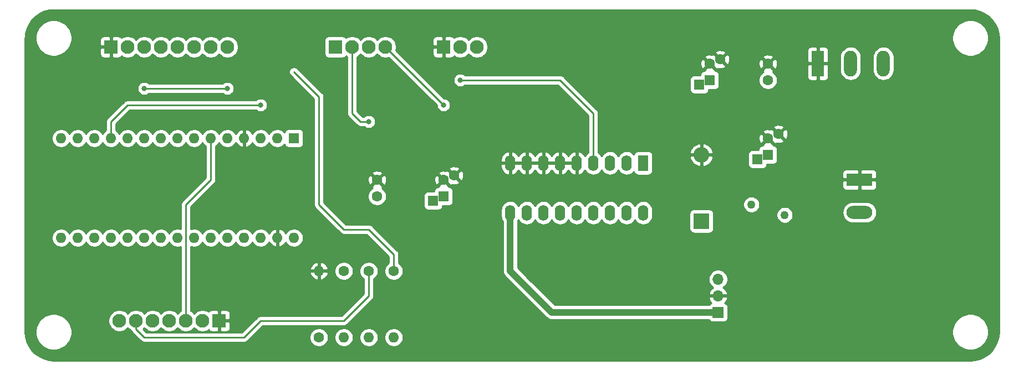
<source format=gbr>
%TF.GenerationSoftware,KiCad,Pcbnew,5.1.9+dfsg1-1*%
%TF.CreationDate,2021-06-11T06:32:11+02:00*%
%TF.ProjectId,one-dim-pong,6f6e652d-6469-46d2-9d70-6f6e672e6b69,rev?*%
%TF.SameCoordinates,Original*%
%TF.FileFunction,Copper,L1,Top*%
%TF.FilePolarity,Positive*%
%FSLAX46Y46*%
G04 Gerber Fmt 4.6, Leading zero omitted, Abs format (unit mm)*
G04 Created by KiCad (PCBNEW 5.1.9+dfsg1-1) date 2021-06-11 06:32:11*
%MOMM*%
%LPD*%
G01*
G04 APERTURE LIST*
%TA.AperFunction,ComponentPad*%
%ADD10C,1.270000*%
%TD*%
%TA.AperFunction,ComponentPad*%
%ADD11O,2.400000X2.400000*%
%TD*%
%TA.AperFunction,ComponentPad*%
%ADD12R,2.400000X2.400000*%
%TD*%
%TA.AperFunction,ComponentPad*%
%ADD13O,3.960000X1.980000*%
%TD*%
%TA.AperFunction,ComponentPad*%
%ADD14R,3.960000X1.980000*%
%TD*%
%TA.AperFunction,ComponentPad*%
%ADD15C,1.600000*%
%TD*%
%TA.AperFunction,ComponentPad*%
%ADD16R,1.600000X1.600000*%
%TD*%
%TA.AperFunction,ComponentPad*%
%ADD17C,2.100000*%
%TD*%
%TA.AperFunction,ComponentPad*%
%ADD18R,2.100000X2.100000*%
%TD*%
%TA.AperFunction,ComponentPad*%
%ADD19O,1.600000X1.600000*%
%TD*%
%TA.AperFunction,ComponentPad*%
%ADD20O,1.600000X2.400000*%
%TD*%
%TA.AperFunction,ComponentPad*%
%ADD21R,1.600000X2.400000*%
%TD*%
%TA.AperFunction,ComponentPad*%
%ADD22O,1.980000X3.960000*%
%TD*%
%TA.AperFunction,ComponentPad*%
%ADD23R,1.980000X3.960000*%
%TD*%
%TA.AperFunction,ComponentPad*%
%ADD24O,1.700000X1.700000*%
%TD*%
%TA.AperFunction,ComponentPad*%
%ADD25R,1.700000X1.700000*%
%TD*%
%TA.AperFunction,ViaPad*%
%ADD26C,0.800000*%
%TD*%
%TA.AperFunction,Conductor*%
%ADD27C,0.250000*%
%TD*%
%TA.AperFunction,Conductor*%
%ADD28C,1.000000*%
%TD*%
%TA.AperFunction,Conductor*%
%ADD29C,0.254000*%
%TD*%
%TA.AperFunction,Conductor*%
%ADD30C,0.100000*%
%TD*%
G04 APERTURE END LIST*
D10*
%TO.P,F1,1*%
%TO.N,+5V*%
X187960000Y-99060000D03*
%TO.P,F1,2*%
%TO.N,Net-(F1-Pad2)*%
X193060000Y-100660000D03*
%TD*%
D11*
%TO.P,D1,2*%
%TO.N,GND*%
X180340000Y-91440000D03*
D12*
%TO.P,D1,1*%
%TO.N,+5V*%
X180340000Y-101600000D03*
%TD*%
D13*
%TO.P,J3,2*%
%TO.N,Net-(F1-Pad2)*%
X204470000Y-100250000D03*
D14*
%TO.P,J3,1*%
%TO.N,GND*%
X204470000Y-95250000D03*
%TD*%
D15*
%TO.P,C3,2*%
%TO.N,GND*%
X192100000Y-88269063D03*
D16*
%TO.P,C3,1*%
%TO.N,+5V*%
X188900000Y-92110937D03*
D15*
%TO.P,C3,2*%
%TO.N,GND*%
X190500000Y-88940000D03*
D16*
%TO.P,C3,1*%
%TO.N,+5V*%
X190500000Y-91440000D03*
%TD*%
D17*
%TO.P,J7,4*%
%TO.N,Net-(J7-Pad4)*%
X132080000Y-74930000D03*
%TO.P,J7,3*%
%TO.N,+5V*%
X129540000Y-74930000D03*
%TO.P,J7,2*%
%TO.N,Net-(J7-Pad2)*%
X127000000Y-74930000D03*
D18*
%TO.P,J7,1*%
%TO.N,+5V*%
X124460000Y-74930000D03*
%TD*%
D19*
%TO.P,A1,16*%
%TO.N,Net-(A1-Pad16)*%
X82550000Y-104140000D03*
%TO.P,A1,15*%
%TO.N,Net-(A1-Pad15)*%
X82550000Y-88900000D03*
%TO.P,A1,30*%
%TO.N,Net-(A1-Pad30)*%
X118110000Y-104140000D03*
%TO.P,A1,14*%
%TO.N,Net-(A1-Pad14)*%
X85090000Y-88900000D03*
%TO.P,A1,29*%
%TO.N,GND*%
X115570000Y-104140000D03*
%TO.P,A1,13*%
%TO.N,Net-(A1-Pad13)*%
X87630000Y-88900000D03*
%TO.P,A1,28*%
%TO.N,Net-(A1-Pad28)*%
X113030000Y-104140000D03*
%TO.P,A1,12*%
%TO.N,Net-(A1-Pad12)*%
X90170000Y-88900000D03*
%TO.P,A1,27*%
%TO.N,+5V*%
X110490000Y-104140000D03*
%TO.P,A1,11*%
%TO.N,Net-(A1-Pad11)*%
X92710000Y-88900000D03*
%TO.P,A1,26*%
%TO.N,Net-(A1-Pad26)*%
X107950000Y-104140000D03*
%TO.P,A1,10*%
%TO.N,Net-(A1-Pad10)*%
X95250000Y-88900000D03*
%TO.P,A1,25*%
%TO.N,Net-(A1-Pad25)*%
X105410000Y-104140000D03*
%TO.P,A1,9*%
%TO.N,Net-(A1-Pad9)*%
X97790000Y-88900000D03*
%TO.P,A1,24*%
%TO.N,Net-(A1-Pad24)*%
X102870000Y-104140000D03*
%TO.P,A1,8*%
%TO.N,Net-(A1-Pad8)*%
X100330000Y-88900000D03*
%TO.P,A1,23*%
%TO.N,Net-(A1-Pad23)*%
X100330000Y-104140000D03*
%TO.P,A1,7*%
%TO.N,Net-(A1-Pad7)*%
X102870000Y-88900000D03*
%TO.P,A1,22*%
%TO.N,Net-(A1-Pad22)*%
X97790000Y-104140000D03*
%TO.P,A1,6*%
%TO.N,Net-(A1-Pad6)*%
X105410000Y-88900000D03*
%TO.P,A1,21*%
%TO.N,Net-(A1-Pad21)*%
X95250000Y-104140000D03*
%TO.P,A1,5*%
%TO.N,Net-(A1-Pad5)*%
X107950000Y-88900000D03*
%TO.P,A1,20*%
%TO.N,Net-(A1-Pad20)*%
X92710000Y-104140000D03*
%TO.P,A1,4*%
%TO.N,GND*%
X110490000Y-88900000D03*
%TO.P,A1,19*%
%TO.N,Net-(A1-Pad19)*%
X90170000Y-104140000D03*
%TO.P,A1,3*%
%TO.N,Net-(A1-Pad3)*%
X113030000Y-88900000D03*
%TO.P,A1,18*%
%TO.N,Net-(A1-Pad18)*%
X87630000Y-104140000D03*
%TO.P,A1,2*%
%TO.N,Net-(A1-Pad2)*%
X115570000Y-88900000D03*
%TO.P,A1,17*%
%TO.N,Net-(A1-Pad17)*%
X85090000Y-104140000D03*
D16*
%TO.P,A1,1*%
%TO.N,Net-(A1-Pad1)*%
X118110000Y-88900000D03*
%TD*%
D20*
%TO.P,U1,18*%
%TO.N,Net-(J1-Pad6)*%
X171450000Y-100330000D03*
%TO.P,U1,9*%
%TO.N,GND*%
X151130000Y-92710000D03*
%TO.P,U1,17*%
%TO.N,Net-(J2-Pad6)*%
X168910000Y-100330000D03*
%TO.P,U1,8*%
%TO.N,GND*%
X153670000Y-92710000D03*
%TO.P,U1,16*%
%TO.N,Net-(J7-Pad4)*%
X166370000Y-100330000D03*
%TO.P,U1,7*%
%TO.N,GND*%
X156210000Y-92710000D03*
%TO.P,U1,15*%
%TO.N,Net-(J7-Pad2)*%
X163830000Y-100330000D03*
%TO.P,U1,6*%
%TO.N,GND*%
X158750000Y-92710000D03*
%TO.P,U1,14*%
%TO.N,Net-(U1-Pad14)*%
X161290000Y-100330000D03*
%TO.P,U1,5*%
%TO.N,GND*%
X161290000Y-92710000D03*
%TO.P,U1,13*%
%TO.N,Net-(U1-Pad13)*%
X158750000Y-100330000D03*
%TO.P,U1,4*%
%TO.N,Net-(A1-Pad15)*%
X163830000Y-92710000D03*
%TO.P,U1,12*%
%TO.N,Net-(U1-Pad12)*%
X156210000Y-100330000D03*
%TO.P,U1,3*%
%TO.N,Net-(A1-Pad12)*%
X166370000Y-92710000D03*
%TO.P,U1,11*%
%TO.N,Net-(U1-Pad11)*%
X153670000Y-100330000D03*
%TO.P,U1,2*%
%TO.N,Net-(A1-Pad12)*%
X168910000Y-92710000D03*
%TO.P,U1,10*%
%TO.N,+5V*%
X151130000Y-100330000D03*
D21*
%TO.P,U1,1*%
%TO.N,Net-(A1-Pad12)*%
X171450000Y-92710000D03*
%TD*%
D19*
%TO.P,R4,2*%
%TO.N,+5V*%
X125730000Y-119380000D03*
D15*
%TO.P,R4,1*%
%TO.N,Net-(J7-Pad4)*%
X125730000Y-109220000D03*
%TD*%
D19*
%TO.P,R3,2*%
%TO.N,+5V*%
X129540000Y-119380000D03*
D15*
%TO.P,R3,1*%
%TO.N,Net-(J2-Pad6)*%
X129540000Y-109220000D03*
%TD*%
D19*
%TO.P,R2,2*%
%TO.N,+5V*%
X133350000Y-119380000D03*
D15*
%TO.P,R2,1*%
%TO.N,Net-(J1-Pad6)*%
X133350000Y-109220000D03*
%TD*%
D19*
%TO.P,R1,2*%
%TO.N,GND*%
X121920000Y-109220000D03*
D15*
%TO.P,R1,1*%
%TO.N,Net-(A1-Pad19)*%
X121920000Y-119380000D03*
%TD*%
D22*
%TO.P,J6,3*%
%TO.N,+5V*%
X208120000Y-77470000D03*
%TO.P,J6,2*%
%TO.N,Net-(A1-Pad16)*%
X203120000Y-77470000D03*
D23*
%TO.P,J6,1*%
%TO.N,GND*%
X198120000Y-77470000D03*
%TD*%
D17*
%TO.P,J5,3*%
%TO.N,Net-(A1-Pad5)*%
X146050000Y-74930000D03*
%TO.P,J5,2*%
%TO.N,Net-(C4-Pad1)*%
X143510000Y-74930000D03*
D18*
%TO.P,J5,1*%
%TO.N,GND*%
X140970000Y-74930000D03*
%TD*%
D24*
%TO.P,J4,3*%
%TO.N,Net-(C4-Pad1)*%
X182880000Y-110490000D03*
%TO.P,J4,2*%
%TO.N,GND*%
X182880000Y-113030000D03*
D25*
%TO.P,J4,1*%
%TO.N,+5V*%
X182880000Y-115570000D03*
%TD*%
D17*
%TO.P,J2,7*%
%TO.N,+5V*%
X91440000Y-116840000D03*
%TO.P,J2,6*%
%TO.N,Net-(J2-Pad6)*%
X93980000Y-116840000D03*
%TO.P,J2,5*%
%TO.N,Net-(A1-Pad14)*%
X96520000Y-116840000D03*
%TO.P,J2,4*%
%TO.N,Net-(A1-Pad13)*%
X99060000Y-116840000D03*
%TO.P,J2,3*%
%TO.N,Net-(A1-Pad6)*%
X101600000Y-116840000D03*
%TO.P,J2,2*%
%TO.N,Net-(A1-Pad11)*%
X104140000Y-116840000D03*
D18*
%TO.P,J2,1*%
%TO.N,GND*%
X106680000Y-116840000D03*
%TD*%
D17*
%TO.P,J1,8*%
%TO.N,+5V*%
X107950000Y-74930000D03*
%TO.P,J1,7*%
%TO.N,Net-(A1-Pad19)*%
X105410000Y-74930000D03*
%TO.P,J1,6*%
%TO.N,Net-(J1-Pad6)*%
X102870000Y-74930000D03*
%TO.P,J1,5*%
%TO.N,Net-(A1-Pad10)*%
X100330000Y-74930000D03*
%TO.P,J1,4*%
%TO.N,Net-(A1-Pad9)*%
X97790000Y-74930000D03*
%TO.P,J1,3*%
%TO.N,Net-(A1-Pad8)*%
X95250000Y-74930000D03*
%TO.P,J1,2*%
%TO.N,Net-(A1-Pad7)*%
X92710000Y-74930000D03*
D18*
%TO.P,J1,1*%
%TO.N,GND*%
X90170000Y-74930000D03*
%TD*%
D15*
%TO.P,C5,2*%
%TO.N,GND*%
X190500000Y-77510000D03*
%TO.P,C5,1*%
%TO.N,Net-(C4-Pad1)*%
X190500000Y-80010000D03*
%TD*%
%TO.P,C4,2*%
%TO.N,GND*%
X183210000Y-76839063D03*
D16*
%TO.P,C4,1*%
%TO.N,Net-(C4-Pad1)*%
X180010000Y-80680937D03*
D15*
%TO.P,C4,2*%
%TO.N,GND*%
X181610000Y-77510000D03*
D16*
%TO.P,C4,1*%
%TO.N,Net-(C4-Pad1)*%
X181610000Y-80010000D03*
%TD*%
D15*
%TO.P,C2,2*%
%TO.N,GND*%
X142570000Y-94619063D03*
D16*
%TO.P,C2,1*%
%TO.N,+5V*%
X139370000Y-98460937D03*
D15*
%TO.P,C2,2*%
%TO.N,GND*%
X140970000Y-95290000D03*
D16*
%TO.P,C2,1*%
%TO.N,+5V*%
X140970000Y-97790000D03*
%TD*%
D15*
%TO.P,C1,2*%
%TO.N,GND*%
X130810000Y-95290000D03*
%TO.P,C1,1*%
%TO.N,+5V*%
X130810000Y-97790000D03*
%TD*%
D26*
%TO.N,Net-(A1-Pad15)*%
X95250000Y-81280000D03*
X107950000Y-81280000D03*
X143510000Y-80010000D03*
%TO.N,Net-(A1-Pad12)*%
X113030000Y-83820000D03*
%TO.N,Net-(J7-Pad4)*%
X140970000Y-83820000D03*
%TO.N,Net-(J7-Pad2)*%
X129540000Y-86360000D03*
%TD*%
D27*
%TO.N,Net-(A1-Pad15)*%
X95250000Y-81280000D02*
X107950000Y-81280000D01*
X143510000Y-80010000D02*
X158750000Y-80010000D01*
X163830000Y-85090000D02*
X163830000Y-92710000D01*
X158750000Y-80010000D02*
X163830000Y-85090000D01*
%TO.N,Net-(A1-Pad12)*%
X113030000Y-83820000D02*
X92710000Y-83820000D01*
X92710000Y-83820000D02*
X90170000Y-86360000D01*
X90170000Y-86360000D02*
X90170000Y-88900000D01*
D28*
%TO.N,+5V*%
X151130000Y-109220000D02*
X151130000Y-100330000D01*
X157480000Y-115570000D02*
X151130000Y-109220000D01*
X182880000Y-115570000D02*
X157480000Y-115570000D01*
D27*
%TO.N,Net-(A1-Pad6)*%
X101600000Y-116840000D02*
X101600000Y-99060000D01*
X101600000Y-99060000D02*
X105410000Y-95250000D01*
X105410000Y-95250000D02*
X105410000Y-88900000D01*
%TO.N,Net-(J1-Pad6)*%
X133350000Y-109220000D02*
X133350000Y-106680000D01*
X133350000Y-106680000D02*
X129540000Y-102870000D01*
X129540000Y-102870000D02*
X125730000Y-102870000D01*
X125730000Y-102870000D02*
X121920000Y-99060000D01*
X121920000Y-99060000D02*
X121920000Y-82550000D01*
X121920000Y-82550000D02*
X118110000Y-78740000D01*
%TO.N,Net-(J2-Pad6)*%
X129540000Y-109220000D02*
X129540000Y-113030000D01*
X129540000Y-113030000D02*
X125730000Y-116840000D01*
X125730000Y-116840000D02*
X113030000Y-116840000D01*
X113030000Y-116840000D02*
X110490000Y-119380000D01*
X110490000Y-119380000D02*
X95250000Y-119380000D01*
X93980000Y-118110000D02*
X93980000Y-116840000D01*
X95250000Y-119380000D02*
X93980000Y-118110000D01*
%TO.N,Net-(J7-Pad4)*%
X140970000Y-83820000D02*
X132080000Y-74930000D01*
%TO.N,Net-(J7-Pad2)*%
X129540000Y-86360000D02*
X128270000Y-86360000D01*
X128270000Y-86360000D02*
X127000000Y-85090000D01*
X127000000Y-85090000D02*
X127000000Y-74930000D01*
%TD*%
D29*
%TO.N,GND*%
X222178083Y-69301173D02*
X222921891Y-69504656D01*
X223617905Y-69836638D01*
X224244130Y-70286626D01*
X224780777Y-70840403D01*
X225210871Y-71480451D01*
X225520829Y-72186553D01*
X225702065Y-72941457D01*
X225750000Y-73594207D01*
X225750001Y-118540597D01*
X225678827Y-119338083D01*
X225475344Y-120081890D01*
X225143363Y-120777904D01*
X224693374Y-121404130D01*
X224139597Y-121940777D01*
X223499549Y-122370871D01*
X222793447Y-122680829D01*
X222038543Y-122862065D01*
X221385793Y-122910000D01*
X81439392Y-122910000D01*
X80641917Y-122838827D01*
X79898110Y-122635344D01*
X79202096Y-122303363D01*
X78575870Y-121853374D01*
X78039223Y-121299597D01*
X77609129Y-120659549D01*
X77299171Y-119953447D01*
X77117935Y-119198543D01*
X77070000Y-118545793D01*
X77070000Y-118295701D01*
X78625000Y-118295701D01*
X78625000Y-118844299D01*
X78732026Y-119382354D01*
X78941965Y-119889192D01*
X79246750Y-120345334D01*
X79634666Y-120733250D01*
X80090808Y-121038035D01*
X80597646Y-121247974D01*
X81135701Y-121355000D01*
X81684299Y-121355000D01*
X82222354Y-121247974D01*
X82729192Y-121038035D01*
X83185334Y-120733250D01*
X83573250Y-120345334D01*
X83878035Y-119889192D01*
X84087974Y-119382354D01*
X84195000Y-118844299D01*
X84195000Y-118295701D01*
X84087974Y-117757646D01*
X83878035Y-117250808D01*
X83573250Y-116794666D01*
X83185334Y-116406750D01*
X82729192Y-116101965D01*
X82222354Y-115892026D01*
X81684299Y-115785000D01*
X81135701Y-115785000D01*
X80597646Y-115892026D01*
X80090808Y-116101965D01*
X79634666Y-116406750D01*
X79246750Y-116794666D01*
X78941965Y-117250808D01*
X78732026Y-117757646D01*
X78625000Y-118295701D01*
X77070000Y-118295701D01*
X77070000Y-88758665D01*
X81115000Y-88758665D01*
X81115000Y-89041335D01*
X81170147Y-89318574D01*
X81278320Y-89579727D01*
X81435363Y-89814759D01*
X81635241Y-90014637D01*
X81870273Y-90171680D01*
X82131426Y-90279853D01*
X82408665Y-90335000D01*
X82691335Y-90335000D01*
X82968574Y-90279853D01*
X83229727Y-90171680D01*
X83464759Y-90014637D01*
X83664637Y-89814759D01*
X83820000Y-89582241D01*
X83975363Y-89814759D01*
X84175241Y-90014637D01*
X84410273Y-90171680D01*
X84671426Y-90279853D01*
X84948665Y-90335000D01*
X85231335Y-90335000D01*
X85508574Y-90279853D01*
X85769727Y-90171680D01*
X86004759Y-90014637D01*
X86204637Y-89814759D01*
X86360000Y-89582241D01*
X86515363Y-89814759D01*
X86715241Y-90014637D01*
X86950273Y-90171680D01*
X87211426Y-90279853D01*
X87488665Y-90335000D01*
X87771335Y-90335000D01*
X88048574Y-90279853D01*
X88309727Y-90171680D01*
X88544759Y-90014637D01*
X88744637Y-89814759D01*
X88900000Y-89582241D01*
X89055363Y-89814759D01*
X89255241Y-90014637D01*
X89490273Y-90171680D01*
X89751426Y-90279853D01*
X90028665Y-90335000D01*
X90311335Y-90335000D01*
X90588574Y-90279853D01*
X90849727Y-90171680D01*
X91084759Y-90014637D01*
X91284637Y-89814759D01*
X91440000Y-89582241D01*
X91595363Y-89814759D01*
X91795241Y-90014637D01*
X92030273Y-90171680D01*
X92291426Y-90279853D01*
X92568665Y-90335000D01*
X92851335Y-90335000D01*
X93128574Y-90279853D01*
X93389727Y-90171680D01*
X93624759Y-90014637D01*
X93824637Y-89814759D01*
X93980000Y-89582241D01*
X94135363Y-89814759D01*
X94335241Y-90014637D01*
X94570273Y-90171680D01*
X94831426Y-90279853D01*
X95108665Y-90335000D01*
X95391335Y-90335000D01*
X95668574Y-90279853D01*
X95929727Y-90171680D01*
X96164759Y-90014637D01*
X96364637Y-89814759D01*
X96520000Y-89582241D01*
X96675363Y-89814759D01*
X96875241Y-90014637D01*
X97110273Y-90171680D01*
X97371426Y-90279853D01*
X97648665Y-90335000D01*
X97931335Y-90335000D01*
X98208574Y-90279853D01*
X98469727Y-90171680D01*
X98704759Y-90014637D01*
X98904637Y-89814759D01*
X99060000Y-89582241D01*
X99215363Y-89814759D01*
X99415241Y-90014637D01*
X99650273Y-90171680D01*
X99911426Y-90279853D01*
X100188665Y-90335000D01*
X100471335Y-90335000D01*
X100748574Y-90279853D01*
X101009727Y-90171680D01*
X101244759Y-90014637D01*
X101444637Y-89814759D01*
X101600000Y-89582241D01*
X101755363Y-89814759D01*
X101955241Y-90014637D01*
X102190273Y-90171680D01*
X102451426Y-90279853D01*
X102728665Y-90335000D01*
X103011335Y-90335000D01*
X103288574Y-90279853D01*
X103549727Y-90171680D01*
X103784759Y-90014637D01*
X103984637Y-89814759D01*
X104140000Y-89582241D01*
X104295363Y-89814759D01*
X104495241Y-90014637D01*
X104650001Y-90118044D01*
X104650000Y-94935198D01*
X101088998Y-98496201D01*
X101060000Y-98519999D01*
X101036202Y-98548997D01*
X101036201Y-98548998D01*
X100965026Y-98635724D01*
X100894454Y-98767754D01*
X100874305Y-98834180D01*
X100850998Y-98911014D01*
X100840001Y-99022667D01*
X100836324Y-99060000D01*
X100840001Y-99097332D01*
X100840001Y-102798017D01*
X100748574Y-102760147D01*
X100471335Y-102705000D01*
X100188665Y-102705000D01*
X99911426Y-102760147D01*
X99650273Y-102868320D01*
X99415241Y-103025363D01*
X99215363Y-103225241D01*
X99060000Y-103457759D01*
X98904637Y-103225241D01*
X98704759Y-103025363D01*
X98469727Y-102868320D01*
X98208574Y-102760147D01*
X97931335Y-102705000D01*
X97648665Y-102705000D01*
X97371426Y-102760147D01*
X97110273Y-102868320D01*
X96875241Y-103025363D01*
X96675363Y-103225241D01*
X96520000Y-103457759D01*
X96364637Y-103225241D01*
X96164759Y-103025363D01*
X95929727Y-102868320D01*
X95668574Y-102760147D01*
X95391335Y-102705000D01*
X95108665Y-102705000D01*
X94831426Y-102760147D01*
X94570273Y-102868320D01*
X94335241Y-103025363D01*
X94135363Y-103225241D01*
X93980000Y-103457759D01*
X93824637Y-103225241D01*
X93624759Y-103025363D01*
X93389727Y-102868320D01*
X93128574Y-102760147D01*
X92851335Y-102705000D01*
X92568665Y-102705000D01*
X92291426Y-102760147D01*
X92030273Y-102868320D01*
X91795241Y-103025363D01*
X91595363Y-103225241D01*
X91440000Y-103457759D01*
X91284637Y-103225241D01*
X91084759Y-103025363D01*
X90849727Y-102868320D01*
X90588574Y-102760147D01*
X90311335Y-102705000D01*
X90028665Y-102705000D01*
X89751426Y-102760147D01*
X89490273Y-102868320D01*
X89255241Y-103025363D01*
X89055363Y-103225241D01*
X88900000Y-103457759D01*
X88744637Y-103225241D01*
X88544759Y-103025363D01*
X88309727Y-102868320D01*
X88048574Y-102760147D01*
X87771335Y-102705000D01*
X87488665Y-102705000D01*
X87211426Y-102760147D01*
X86950273Y-102868320D01*
X86715241Y-103025363D01*
X86515363Y-103225241D01*
X86360000Y-103457759D01*
X86204637Y-103225241D01*
X86004759Y-103025363D01*
X85769727Y-102868320D01*
X85508574Y-102760147D01*
X85231335Y-102705000D01*
X84948665Y-102705000D01*
X84671426Y-102760147D01*
X84410273Y-102868320D01*
X84175241Y-103025363D01*
X83975363Y-103225241D01*
X83820000Y-103457759D01*
X83664637Y-103225241D01*
X83464759Y-103025363D01*
X83229727Y-102868320D01*
X82968574Y-102760147D01*
X82691335Y-102705000D01*
X82408665Y-102705000D01*
X82131426Y-102760147D01*
X81870273Y-102868320D01*
X81635241Y-103025363D01*
X81435363Y-103225241D01*
X81278320Y-103460273D01*
X81170147Y-103721426D01*
X81115000Y-103998665D01*
X81115000Y-104281335D01*
X81170147Y-104558574D01*
X81278320Y-104819727D01*
X81435363Y-105054759D01*
X81635241Y-105254637D01*
X81870273Y-105411680D01*
X82131426Y-105519853D01*
X82408665Y-105575000D01*
X82691335Y-105575000D01*
X82968574Y-105519853D01*
X83229727Y-105411680D01*
X83464759Y-105254637D01*
X83664637Y-105054759D01*
X83820000Y-104822241D01*
X83975363Y-105054759D01*
X84175241Y-105254637D01*
X84410273Y-105411680D01*
X84671426Y-105519853D01*
X84948665Y-105575000D01*
X85231335Y-105575000D01*
X85508574Y-105519853D01*
X85769727Y-105411680D01*
X86004759Y-105254637D01*
X86204637Y-105054759D01*
X86360000Y-104822241D01*
X86515363Y-105054759D01*
X86715241Y-105254637D01*
X86950273Y-105411680D01*
X87211426Y-105519853D01*
X87488665Y-105575000D01*
X87771335Y-105575000D01*
X88048574Y-105519853D01*
X88309727Y-105411680D01*
X88544759Y-105254637D01*
X88744637Y-105054759D01*
X88900000Y-104822241D01*
X89055363Y-105054759D01*
X89255241Y-105254637D01*
X89490273Y-105411680D01*
X89751426Y-105519853D01*
X90028665Y-105575000D01*
X90311335Y-105575000D01*
X90588574Y-105519853D01*
X90849727Y-105411680D01*
X91084759Y-105254637D01*
X91284637Y-105054759D01*
X91440000Y-104822241D01*
X91595363Y-105054759D01*
X91795241Y-105254637D01*
X92030273Y-105411680D01*
X92291426Y-105519853D01*
X92568665Y-105575000D01*
X92851335Y-105575000D01*
X93128574Y-105519853D01*
X93389727Y-105411680D01*
X93624759Y-105254637D01*
X93824637Y-105054759D01*
X93980000Y-104822241D01*
X94135363Y-105054759D01*
X94335241Y-105254637D01*
X94570273Y-105411680D01*
X94831426Y-105519853D01*
X95108665Y-105575000D01*
X95391335Y-105575000D01*
X95668574Y-105519853D01*
X95929727Y-105411680D01*
X96164759Y-105254637D01*
X96364637Y-105054759D01*
X96520000Y-104822241D01*
X96675363Y-105054759D01*
X96875241Y-105254637D01*
X97110273Y-105411680D01*
X97371426Y-105519853D01*
X97648665Y-105575000D01*
X97931335Y-105575000D01*
X98208574Y-105519853D01*
X98469727Y-105411680D01*
X98704759Y-105254637D01*
X98904637Y-105054759D01*
X99060000Y-104822241D01*
X99215363Y-105054759D01*
X99415241Y-105254637D01*
X99650273Y-105411680D01*
X99911426Y-105519853D01*
X100188665Y-105575000D01*
X100471335Y-105575000D01*
X100748574Y-105519853D01*
X100840001Y-105481983D01*
X100840000Y-115330971D01*
X100801853Y-115346772D01*
X100525875Y-115531175D01*
X100330000Y-115727050D01*
X100134125Y-115531175D01*
X99858147Y-115346772D01*
X99551496Y-115219754D01*
X99225958Y-115155000D01*
X98894042Y-115155000D01*
X98568504Y-115219754D01*
X98261853Y-115346772D01*
X97985875Y-115531175D01*
X97790000Y-115727050D01*
X97594125Y-115531175D01*
X97318147Y-115346772D01*
X97011496Y-115219754D01*
X96685958Y-115155000D01*
X96354042Y-115155000D01*
X96028504Y-115219754D01*
X95721853Y-115346772D01*
X95445875Y-115531175D01*
X95250000Y-115727050D01*
X95054125Y-115531175D01*
X94778147Y-115346772D01*
X94471496Y-115219754D01*
X94145958Y-115155000D01*
X93814042Y-115155000D01*
X93488504Y-115219754D01*
X93181853Y-115346772D01*
X92905875Y-115531175D01*
X92710000Y-115727050D01*
X92514125Y-115531175D01*
X92238147Y-115346772D01*
X91931496Y-115219754D01*
X91605958Y-115155000D01*
X91274042Y-115155000D01*
X90948504Y-115219754D01*
X90641853Y-115346772D01*
X90365875Y-115531175D01*
X90131175Y-115765875D01*
X89946772Y-116041853D01*
X89819754Y-116348504D01*
X89755000Y-116674042D01*
X89755000Y-117005958D01*
X89819754Y-117331496D01*
X89946772Y-117638147D01*
X90131175Y-117914125D01*
X90365875Y-118148825D01*
X90641853Y-118333228D01*
X90948504Y-118460246D01*
X91274042Y-118525000D01*
X91605958Y-118525000D01*
X91931496Y-118460246D01*
X92238147Y-118333228D01*
X92514125Y-118148825D01*
X92710000Y-117952950D01*
X92905875Y-118148825D01*
X93181853Y-118333228D01*
X93263817Y-118367178D01*
X93274454Y-118402246D01*
X93345026Y-118534276D01*
X93384871Y-118582826D01*
X93439999Y-118650001D01*
X93469003Y-118673804D01*
X94686201Y-119891003D01*
X94709999Y-119920001D01*
X94825724Y-120014974D01*
X94957753Y-120085546D01*
X95101014Y-120129003D01*
X95212667Y-120140000D01*
X95212676Y-120140000D01*
X95249999Y-120143676D01*
X95287322Y-120140000D01*
X110452678Y-120140000D01*
X110490000Y-120143676D01*
X110527322Y-120140000D01*
X110527333Y-120140000D01*
X110638986Y-120129003D01*
X110782247Y-120085546D01*
X110914276Y-120014974D01*
X111030001Y-119920001D01*
X111053804Y-119890997D01*
X111706136Y-119238665D01*
X120485000Y-119238665D01*
X120485000Y-119521335D01*
X120540147Y-119798574D01*
X120648320Y-120059727D01*
X120805363Y-120294759D01*
X121005241Y-120494637D01*
X121240273Y-120651680D01*
X121501426Y-120759853D01*
X121778665Y-120815000D01*
X122061335Y-120815000D01*
X122338574Y-120759853D01*
X122599727Y-120651680D01*
X122834759Y-120494637D01*
X123034637Y-120294759D01*
X123191680Y-120059727D01*
X123299853Y-119798574D01*
X123355000Y-119521335D01*
X123355000Y-119238665D01*
X124295000Y-119238665D01*
X124295000Y-119521335D01*
X124350147Y-119798574D01*
X124458320Y-120059727D01*
X124615363Y-120294759D01*
X124815241Y-120494637D01*
X125050273Y-120651680D01*
X125311426Y-120759853D01*
X125588665Y-120815000D01*
X125871335Y-120815000D01*
X126148574Y-120759853D01*
X126409727Y-120651680D01*
X126644759Y-120494637D01*
X126844637Y-120294759D01*
X127001680Y-120059727D01*
X127109853Y-119798574D01*
X127165000Y-119521335D01*
X127165000Y-119238665D01*
X128105000Y-119238665D01*
X128105000Y-119521335D01*
X128160147Y-119798574D01*
X128268320Y-120059727D01*
X128425363Y-120294759D01*
X128625241Y-120494637D01*
X128860273Y-120651680D01*
X129121426Y-120759853D01*
X129398665Y-120815000D01*
X129681335Y-120815000D01*
X129958574Y-120759853D01*
X130219727Y-120651680D01*
X130454759Y-120494637D01*
X130654637Y-120294759D01*
X130811680Y-120059727D01*
X130919853Y-119798574D01*
X130975000Y-119521335D01*
X130975000Y-119238665D01*
X131915000Y-119238665D01*
X131915000Y-119521335D01*
X131970147Y-119798574D01*
X132078320Y-120059727D01*
X132235363Y-120294759D01*
X132435241Y-120494637D01*
X132670273Y-120651680D01*
X132931426Y-120759853D01*
X133208665Y-120815000D01*
X133491335Y-120815000D01*
X133768574Y-120759853D01*
X134029727Y-120651680D01*
X134264759Y-120494637D01*
X134464637Y-120294759D01*
X134621680Y-120059727D01*
X134729853Y-119798574D01*
X134785000Y-119521335D01*
X134785000Y-119238665D01*
X134729853Y-118961426D01*
X134621680Y-118700273D01*
X134464637Y-118465241D01*
X134295097Y-118295701D01*
X218625000Y-118295701D01*
X218625000Y-118844299D01*
X218732026Y-119382354D01*
X218941965Y-119889192D01*
X219246750Y-120345334D01*
X219634666Y-120733250D01*
X220090808Y-121038035D01*
X220597646Y-121247974D01*
X221135701Y-121355000D01*
X221684299Y-121355000D01*
X222222354Y-121247974D01*
X222729192Y-121038035D01*
X223185334Y-120733250D01*
X223573250Y-120345334D01*
X223878035Y-119889192D01*
X224087974Y-119382354D01*
X224195000Y-118844299D01*
X224195000Y-118295701D01*
X224087974Y-117757646D01*
X223878035Y-117250808D01*
X223573250Y-116794666D01*
X223185334Y-116406750D01*
X222729192Y-116101965D01*
X222222354Y-115892026D01*
X221684299Y-115785000D01*
X221135701Y-115785000D01*
X220597646Y-115892026D01*
X220090808Y-116101965D01*
X219634666Y-116406750D01*
X219246750Y-116794666D01*
X218941965Y-117250808D01*
X218732026Y-117757646D01*
X218625000Y-118295701D01*
X134295097Y-118295701D01*
X134264759Y-118265363D01*
X134029727Y-118108320D01*
X133768574Y-118000147D01*
X133491335Y-117945000D01*
X133208665Y-117945000D01*
X132931426Y-118000147D01*
X132670273Y-118108320D01*
X132435241Y-118265363D01*
X132235363Y-118465241D01*
X132078320Y-118700273D01*
X131970147Y-118961426D01*
X131915000Y-119238665D01*
X130975000Y-119238665D01*
X130919853Y-118961426D01*
X130811680Y-118700273D01*
X130654637Y-118465241D01*
X130454759Y-118265363D01*
X130219727Y-118108320D01*
X129958574Y-118000147D01*
X129681335Y-117945000D01*
X129398665Y-117945000D01*
X129121426Y-118000147D01*
X128860273Y-118108320D01*
X128625241Y-118265363D01*
X128425363Y-118465241D01*
X128268320Y-118700273D01*
X128160147Y-118961426D01*
X128105000Y-119238665D01*
X127165000Y-119238665D01*
X127109853Y-118961426D01*
X127001680Y-118700273D01*
X126844637Y-118465241D01*
X126644759Y-118265363D01*
X126409727Y-118108320D01*
X126148574Y-118000147D01*
X125871335Y-117945000D01*
X125588665Y-117945000D01*
X125311426Y-118000147D01*
X125050273Y-118108320D01*
X124815241Y-118265363D01*
X124615363Y-118465241D01*
X124458320Y-118700273D01*
X124350147Y-118961426D01*
X124295000Y-119238665D01*
X123355000Y-119238665D01*
X123299853Y-118961426D01*
X123191680Y-118700273D01*
X123034637Y-118465241D01*
X122834759Y-118265363D01*
X122599727Y-118108320D01*
X122338574Y-118000147D01*
X122061335Y-117945000D01*
X121778665Y-117945000D01*
X121501426Y-118000147D01*
X121240273Y-118108320D01*
X121005241Y-118265363D01*
X120805363Y-118465241D01*
X120648320Y-118700273D01*
X120540147Y-118961426D01*
X120485000Y-119238665D01*
X111706136Y-119238665D01*
X113344803Y-117600000D01*
X125692678Y-117600000D01*
X125730000Y-117603676D01*
X125767322Y-117600000D01*
X125767333Y-117600000D01*
X125878986Y-117589003D01*
X126022247Y-117545546D01*
X126154276Y-117474974D01*
X126270001Y-117380001D01*
X126293804Y-117350997D01*
X130051003Y-113593799D01*
X130080001Y-113570001D01*
X130174974Y-113454276D01*
X130245546Y-113322247D01*
X130289003Y-113178986D01*
X130300000Y-113067333D01*
X130300000Y-113067325D01*
X130303676Y-113030000D01*
X130300000Y-112992675D01*
X130300000Y-110438043D01*
X130454759Y-110334637D01*
X130654637Y-110134759D01*
X130811680Y-109899727D01*
X130919853Y-109638574D01*
X130975000Y-109361335D01*
X130975000Y-109078665D01*
X130919853Y-108801426D01*
X130811680Y-108540273D01*
X130654637Y-108305241D01*
X130454759Y-108105363D01*
X130219727Y-107948320D01*
X129958574Y-107840147D01*
X129681335Y-107785000D01*
X129398665Y-107785000D01*
X129121426Y-107840147D01*
X128860273Y-107948320D01*
X128625241Y-108105363D01*
X128425363Y-108305241D01*
X128268320Y-108540273D01*
X128160147Y-108801426D01*
X128105000Y-109078665D01*
X128105000Y-109361335D01*
X128160147Y-109638574D01*
X128268320Y-109899727D01*
X128425363Y-110134759D01*
X128625241Y-110334637D01*
X128780000Y-110438044D01*
X128780001Y-112715197D01*
X125415199Y-116080000D01*
X113067322Y-116080000D01*
X113029999Y-116076324D01*
X112992676Y-116080000D01*
X112992667Y-116080000D01*
X112881014Y-116090997D01*
X112737753Y-116134454D01*
X112605724Y-116205026D01*
X112605722Y-116205027D01*
X112605723Y-116205027D01*
X112518996Y-116276201D01*
X112518992Y-116276205D01*
X112489999Y-116299999D01*
X112466205Y-116328992D01*
X110175199Y-118620000D01*
X95564802Y-118620000D01*
X95073876Y-118129074D01*
X95250000Y-117952950D01*
X95445875Y-118148825D01*
X95721853Y-118333228D01*
X96028504Y-118460246D01*
X96354042Y-118525000D01*
X96685958Y-118525000D01*
X97011496Y-118460246D01*
X97318147Y-118333228D01*
X97594125Y-118148825D01*
X97790000Y-117952950D01*
X97985875Y-118148825D01*
X98261853Y-118333228D01*
X98568504Y-118460246D01*
X98894042Y-118525000D01*
X99225958Y-118525000D01*
X99551496Y-118460246D01*
X99858147Y-118333228D01*
X100134125Y-118148825D01*
X100330000Y-117952950D01*
X100525875Y-118148825D01*
X100801853Y-118333228D01*
X101108504Y-118460246D01*
X101434042Y-118525000D01*
X101765958Y-118525000D01*
X102091496Y-118460246D01*
X102398147Y-118333228D01*
X102674125Y-118148825D01*
X102870000Y-117952950D01*
X103065875Y-118148825D01*
X103341853Y-118333228D01*
X103648504Y-118460246D01*
X103974042Y-118525000D01*
X104305958Y-118525000D01*
X104631496Y-118460246D01*
X104938147Y-118333228D01*
X105091958Y-118230454D01*
X105099463Y-118244494D01*
X105178815Y-118341185D01*
X105275506Y-118420537D01*
X105385820Y-118479502D01*
X105505518Y-118515812D01*
X105630000Y-118528072D01*
X106394250Y-118525000D01*
X106553000Y-118366250D01*
X106553000Y-116967000D01*
X106807000Y-116967000D01*
X106807000Y-118366250D01*
X106965750Y-118525000D01*
X107730000Y-118528072D01*
X107854482Y-118515812D01*
X107974180Y-118479502D01*
X108084494Y-118420537D01*
X108181185Y-118341185D01*
X108260537Y-118244494D01*
X108319502Y-118134180D01*
X108355812Y-118014482D01*
X108368072Y-117890000D01*
X108365000Y-117125750D01*
X108206250Y-116967000D01*
X106807000Y-116967000D01*
X106553000Y-116967000D01*
X106533000Y-116967000D01*
X106533000Y-116713000D01*
X106553000Y-116713000D01*
X106553000Y-115313750D01*
X106807000Y-115313750D01*
X106807000Y-116713000D01*
X108206250Y-116713000D01*
X108365000Y-116554250D01*
X108368072Y-115790000D01*
X108355812Y-115665518D01*
X108319502Y-115545820D01*
X108260537Y-115435506D01*
X108181185Y-115338815D01*
X108084494Y-115259463D01*
X107974180Y-115200498D01*
X107854482Y-115164188D01*
X107730000Y-115151928D01*
X106965750Y-115155000D01*
X106807000Y-115313750D01*
X106553000Y-115313750D01*
X106394250Y-115155000D01*
X105630000Y-115151928D01*
X105505518Y-115164188D01*
X105385820Y-115200498D01*
X105275506Y-115259463D01*
X105178815Y-115338815D01*
X105099463Y-115435506D01*
X105091958Y-115449546D01*
X104938147Y-115346772D01*
X104631496Y-115219754D01*
X104305958Y-115155000D01*
X103974042Y-115155000D01*
X103648504Y-115219754D01*
X103341853Y-115346772D01*
X103065875Y-115531175D01*
X102870000Y-115727050D01*
X102674125Y-115531175D01*
X102398147Y-115346772D01*
X102360000Y-115330971D01*
X102360000Y-109569040D01*
X120528091Y-109569040D01*
X120622930Y-109833881D01*
X120767615Y-110075131D01*
X120956586Y-110283519D01*
X121182580Y-110451037D01*
X121436913Y-110571246D01*
X121570961Y-110611904D01*
X121793000Y-110489915D01*
X121793000Y-109347000D01*
X122047000Y-109347000D01*
X122047000Y-110489915D01*
X122269039Y-110611904D01*
X122403087Y-110571246D01*
X122657420Y-110451037D01*
X122883414Y-110283519D01*
X123072385Y-110075131D01*
X123217070Y-109833881D01*
X123311909Y-109569040D01*
X123190624Y-109347000D01*
X122047000Y-109347000D01*
X121793000Y-109347000D01*
X120649376Y-109347000D01*
X120528091Y-109569040D01*
X102360000Y-109569040D01*
X102360000Y-108870960D01*
X120528091Y-108870960D01*
X120649376Y-109093000D01*
X121793000Y-109093000D01*
X121793000Y-107950085D01*
X122047000Y-107950085D01*
X122047000Y-109093000D01*
X123190624Y-109093000D01*
X123198454Y-109078665D01*
X124295000Y-109078665D01*
X124295000Y-109361335D01*
X124350147Y-109638574D01*
X124458320Y-109899727D01*
X124615363Y-110134759D01*
X124815241Y-110334637D01*
X125050273Y-110491680D01*
X125311426Y-110599853D01*
X125588665Y-110655000D01*
X125871335Y-110655000D01*
X126148574Y-110599853D01*
X126409727Y-110491680D01*
X126644759Y-110334637D01*
X126844637Y-110134759D01*
X127001680Y-109899727D01*
X127109853Y-109638574D01*
X127165000Y-109361335D01*
X127165000Y-109078665D01*
X127109853Y-108801426D01*
X127001680Y-108540273D01*
X126844637Y-108305241D01*
X126644759Y-108105363D01*
X126409727Y-107948320D01*
X126148574Y-107840147D01*
X125871335Y-107785000D01*
X125588665Y-107785000D01*
X125311426Y-107840147D01*
X125050273Y-107948320D01*
X124815241Y-108105363D01*
X124615363Y-108305241D01*
X124458320Y-108540273D01*
X124350147Y-108801426D01*
X124295000Y-109078665D01*
X123198454Y-109078665D01*
X123311909Y-108870960D01*
X123217070Y-108606119D01*
X123072385Y-108364869D01*
X122883414Y-108156481D01*
X122657420Y-107988963D01*
X122403087Y-107868754D01*
X122269039Y-107828096D01*
X122047000Y-107950085D01*
X121793000Y-107950085D01*
X121570961Y-107828096D01*
X121436913Y-107868754D01*
X121182580Y-107988963D01*
X120956586Y-108156481D01*
X120767615Y-108364869D01*
X120622930Y-108606119D01*
X120528091Y-108870960D01*
X102360000Y-108870960D01*
X102360000Y-105481983D01*
X102451426Y-105519853D01*
X102728665Y-105575000D01*
X103011335Y-105575000D01*
X103288574Y-105519853D01*
X103549727Y-105411680D01*
X103784759Y-105254637D01*
X103984637Y-105054759D01*
X104140000Y-104822241D01*
X104295363Y-105054759D01*
X104495241Y-105254637D01*
X104730273Y-105411680D01*
X104991426Y-105519853D01*
X105268665Y-105575000D01*
X105551335Y-105575000D01*
X105828574Y-105519853D01*
X106089727Y-105411680D01*
X106324759Y-105254637D01*
X106524637Y-105054759D01*
X106680000Y-104822241D01*
X106835363Y-105054759D01*
X107035241Y-105254637D01*
X107270273Y-105411680D01*
X107531426Y-105519853D01*
X107808665Y-105575000D01*
X108091335Y-105575000D01*
X108368574Y-105519853D01*
X108629727Y-105411680D01*
X108864759Y-105254637D01*
X109064637Y-105054759D01*
X109220000Y-104822241D01*
X109375363Y-105054759D01*
X109575241Y-105254637D01*
X109810273Y-105411680D01*
X110071426Y-105519853D01*
X110348665Y-105575000D01*
X110631335Y-105575000D01*
X110908574Y-105519853D01*
X111169727Y-105411680D01*
X111404759Y-105254637D01*
X111604637Y-105054759D01*
X111760000Y-104822241D01*
X111915363Y-105054759D01*
X112115241Y-105254637D01*
X112350273Y-105411680D01*
X112611426Y-105519853D01*
X112888665Y-105575000D01*
X113171335Y-105575000D01*
X113448574Y-105519853D01*
X113709727Y-105411680D01*
X113944759Y-105254637D01*
X114144637Y-105054759D01*
X114301680Y-104819727D01*
X114306067Y-104809135D01*
X114417615Y-104995131D01*
X114606586Y-105203519D01*
X114832580Y-105371037D01*
X115086913Y-105491246D01*
X115220961Y-105531904D01*
X115443000Y-105409915D01*
X115443000Y-104267000D01*
X115423000Y-104267000D01*
X115423000Y-104013000D01*
X115443000Y-104013000D01*
X115443000Y-102870085D01*
X115697000Y-102870085D01*
X115697000Y-104013000D01*
X115717000Y-104013000D01*
X115717000Y-104267000D01*
X115697000Y-104267000D01*
X115697000Y-105409915D01*
X115919039Y-105531904D01*
X116053087Y-105491246D01*
X116307420Y-105371037D01*
X116533414Y-105203519D01*
X116722385Y-104995131D01*
X116833933Y-104809135D01*
X116838320Y-104819727D01*
X116995363Y-105054759D01*
X117195241Y-105254637D01*
X117430273Y-105411680D01*
X117691426Y-105519853D01*
X117968665Y-105575000D01*
X118251335Y-105575000D01*
X118528574Y-105519853D01*
X118789727Y-105411680D01*
X119024759Y-105254637D01*
X119224637Y-105054759D01*
X119381680Y-104819727D01*
X119489853Y-104558574D01*
X119545000Y-104281335D01*
X119545000Y-103998665D01*
X119489853Y-103721426D01*
X119381680Y-103460273D01*
X119224637Y-103225241D01*
X119024759Y-103025363D01*
X118789727Y-102868320D01*
X118528574Y-102760147D01*
X118251335Y-102705000D01*
X117968665Y-102705000D01*
X117691426Y-102760147D01*
X117430273Y-102868320D01*
X117195241Y-103025363D01*
X116995363Y-103225241D01*
X116838320Y-103460273D01*
X116833933Y-103470865D01*
X116722385Y-103284869D01*
X116533414Y-103076481D01*
X116307420Y-102908963D01*
X116053087Y-102788754D01*
X115919039Y-102748096D01*
X115697000Y-102870085D01*
X115443000Y-102870085D01*
X115220961Y-102748096D01*
X115086913Y-102788754D01*
X114832580Y-102908963D01*
X114606586Y-103076481D01*
X114417615Y-103284869D01*
X114306067Y-103470865D01*
X114301680Y-103460273D01*
X114144637Y-103225241D01*
X113944759Y-103025363D01*
X113709727Y-102868320D01*
X113448574Y-102760147D01*
X113171335Y-102705000D01*
X112888665Y-102705000D01*
X112611426Y-102760147D01*
X112350273Y-102868320D01*
X112115241Y-103025363D01*
X111915363Y-103225241D01*
X111760000Y-103457759D01*
X111604637Y-103225241D01*
X111404759Y-103025363D01*
X111169727Y-102868320D01*
X110908574Y-102760147D01*
X110631335Y-102705000D01*
X110348665Y-102705000D01*
X110071426Y-102760147D01*
X109810273Y-102868320D01*
X109575241Y-103025363D01*
X109375363Y-103225241D01*
X109220000Y-103457759D01*
X109064637Y-103225241D01*
X108864759Y-103025363D01*
X108629727Y-102868320D01*
X108368574Y-102760147D01*
X108091335Y-102705000D01*
X107808665Y-102705000D01*
X107531426Y-102760147D01*
X107270273Y-102868320D01*
X107035241Y-103025363D01*
X106835363Y-103225241D01*
X106680000Y-103457759D01*
X106524637Y-103225241D01*
X106324759Y-103025363D01*
X106089727Y-102868320D01*
X105828574Y-102760147D01*
X105551335Y-102705000D01*
X105268665Y-102705000D01*
X104991426Y-102760147D01*
X104730273Y-102868320D01*
X104495241Y-103025363D01*
X104295363Y-103225241D01*
X104140000Y-103457759D01*
X103984637Y-103225241D01*
X103784759Y-103025363D01*
X103549727Y-102868320D01*
X103288574Y-102760147D01*
X103011335Y-102705000D01*
X102728665Y-102705000D01*
X102451426Y-102760147D01*
X102360000Y-102798017D01*
X102360000Y-99374801D01*
X105921004Y-95813798D01*
X105950001Y-95790001D01*
X106044974Y-95674276D01*
X106115546Y-95542247D01*
X106159003Y-95398986D01*
X106170000Y-95287333D01*
X106170000Y-95287325D01*
X106173676Y-95250000D01*
X106170000Y-95212675D01*
X106170000Y-90118043D01*
X106324759Y-90014637D01*
X106524637Y-89814759D01*
X106680000Y-89582241D01*
X106835363Y-89814759D01*
X107035241Y-90014637D01*
X107270273Y-90171680D01*
X107531426Y-90279853D01*
X107808665Y-90335000D01*
X108091335Y-90335000D01*
X108368574Y-90279853D01*
X108629727Y-90171680D01*
X108864759Y-90014637D01*
X109064637Y-89814759D01*
X109221680Y-89579727D01*
X109226067Y-89569135D01*
X109337615Y-89755131D01*
X109526586Y-89963519D01*
X109752580Y-90131037D01*
X110006913Y-90251246D01*
X110140961Y-90291904D01*
X110363000Y-90169915D01*
X110363000Y-89027000D01*
X110343000Y-89027000D01*
X110343000Y-88773000D01*
X110363000Y-88773000D01*
X110363000Y-87630085D01*
X110617000Y-87630085D01*
X110617000Y-88773000D01*
X110637000Y-88773000D01*
X110637000Y-89027000D01*
X110617000Y-89027000D01*
X110617000Y-90169915D01*
X110839039Y-90291904D01*
X110973087Y-90251246D01*
X111227420Y-90131037D01*
X111453414Y-89963519D01*
X111642385Y-89755131D01*
X111753933Y-89569135D01*
X111758320Y-89579727D01*
X111915363Y-89814759D01*
X112115241Y-90014637D01*
X112350273Y-90171680D01*
X112611426Y-90279853D01*
X112888665Y-90335000D01*
X113171335Y-90335000D01*
X113448574Y-90279853D01*
X113709727Y-90171680D01*
X113944759Y-90014637D01*
X114144637Y-89814759D01*
X114300000Y-89582241D01*
X114455363Y-89814759D01*
X114655241Y-90014637D01*
X114890273Y-90171680D01*
X115151426Y-90279853D01*
X115428665Y-90335000D01*
X115711335Y-90335000D01*
X115988574Y-90279853D01*
X116249727Y-90171680D01*
X116484759Y-90014637D01*
X116683357Y-89816039D01*
X116684188Y-89824482D01*
X116720498Y-89944180D01*
X116779463Y-90054494D01*
X116858815Y-90151185D01*
X116955506Y-90230537D01*
X117065820Y-90289502D01*
X117185518Y-90325812D01*
X117310000Y-90338072D01*
X118910000Y-90338072D01*
X119034482Y-90325812D01*
X119154180Y-90289502D01*
X119264494Y-90230537D01*
X119361185Y-90151185D01*
X119440537Y-90054494D01*
X119499502Y-89944180D01*
X119535812Y-89824482D01*
X119548072Y-89700000D01*
X119548072Y-88100000D01*
X119535812Y-87975518D01*
X119499502Y-87855820D01*
X119440537Y-87745506D01*
X119361185Y-87648815D01*
X119264494Y-87569463D01*
X119154180Y-87510498D01*
X119034482Y-87474188D01*
X118910000Y-87461928D01*
X117310000Y-87461928D01*
X117185518Y-87474188D01*
X117065820Y-87510498D01*
X116955506Y-87569463D01*
X116858815Y-87648815D01*
X116779463Y-87745506D01*
X116720498Y-87855820D01*
X116684188Y-87975518D01*
X116683357Y-87983961D01*
X116484759Y-87785363D01*
X116249727Y-87628320D01*
X115988574Y-87520147D01*
X115711335Y-87465000D01*
X115428665Y-87465000D01*
X115151426Y-87520147D01*
X114890273Y-87628320D01*
X114655241Y-87785363D01*
X114455363Y-87985241D01*
X114300000Y-88217759D01*
X114144637Y-87985241D01*
X113944759Y-87785363D01*
X113709727Y-87628320D01*
X113448574Y-87520147D01*
X113171335Y-87465000D01*
X112888665Y-87465000D01*
X112611426Y-87520147D01*
X112350273Y-87628320D01*
X112115241Y-87785363D01*
X111915363Y-87985241D01*
X111758320Y-88220273D01*
X111753933Y-88230865D01*
X111642385Y-88044869D01*
X111453414Y-87836481D01*
X111227420Y-87668963D01*
X110973087Y-87548754D01*
X110839039Y-87508096D01*
X110617000Y-87630085D01*
X110363000Y-87630085D01*
X110140961Y-87508096D01*
X110006913Y-87548754D01*
X109752580Y-87668963D01*
X109526586Y-87836481D01*
X109337615Y-88044869D01*
X109226067Y-88230865D01*
X109221680Y-88220273D01*
X109064637Y-87985241D01*
X108864759Y-87785363D01*
X108629727Y-87628320D01*
X108368574Y-87520147D01*
X108091335Y-87465000D01*
X107808665Y-87465000D01*
X107531426Y-87520147D01*
X107270273Y-87628320D01*
X107035241Y-87785363D01*
X106835363Y-87985241D01*
X106680000Y-88217759D01*
X106524637Y-87985241D01*
X106324759Y-87785363D01*
X106089727Y-87628320D01*
X105828574Y-87520147D01*
X105551335Y-87465000D01*
X105268665Y-87465000D01*
X104991426Y-87520147D01*
X104730273Y-87628320D01*
X104495241Y-87785363D01*
X104295363Y-87985241D01*
X104140000Y-88217759D01*
X103984637Y-87985241D01*
X103784759Y-87785363D01*
X103549727Y-87628320D01*
X103288574Y-87520147D01*
X103011335Y-87465000D01*
X102728665Y-87465000D01*
X102451426Y-87520147D01*
X102190273Y-87628320D01*
X101955241Y-87785363D01*
X101755363Y-87985241D01*
X101600000Y-88217759D01*
X101444637Y-87985241D01*
X101244759Y-87785363D01*
X101009727Y-87628320D01*
X100748574Y-87520147D01*
X100471335Y-87465000D01*
X100188665Y-87465000D01*
X99911426Y-87520147D01*
X99650273Y-87628320D01*
X99415241Y-87785363D01*
X99215363Y-87985241D01*
X99060000Y-88217759D01*
X98904637Y-87985241D01*
X98704759Y-87785363D01*
X98469727Y-87628320D01*
X98208574Y-87520147D01*
X97931335Y-87465000D01*
X97648665Y-87465000D01*
X97371426Y-87520147D01*
X97110273Y-87628320D01*
X96875241Y-87785363D01*
X96675363Y-87985241D01*
X96520000Y-88217759D01*
X96364637Y-87985241D01*
X96164759Y-87785363D01*
X95929727Y-87628320D01*
X95668574Y-87520147D01*
X95391335Y-87465000D01*
X95108665Y-87465000D01*
X94831426Y-87520147D01*
X94570273Y-87628320D01*
X94335241Y-87785363D01*
X94135363Y-87985241D01*
X93980000Y-88217759D01*
X93824637Y-87985241D01*
X93624759Y-87785363D01*
X93389727Y-87628320D01*
X93128574Y-87520147D01*
X92851335Y-87465000D01*
X92568665Y-87465000D01*
X92291426Y-87520147D01*
X92030273Y-87628320D01*
X91795241Y-87785363D01*
X91595363Y-87985241D01*
X91440000Y-88217759D01*
X91284637Y-87985241D01*
X91084759Y-87785363D01*
X90930000Y-87681957D01*
X90930000Y-86674801D01*
X93024803Y-84580000D01*
X112326289Y-84580000D01*
X112370226Y-84623937D01*
X112539744Y-84737205D01*
X112728102Y-84815226D01*
X112928061Y-84855000D01*
X113131939Y-84855000D01*
X113331898Y-84815226D01*
X113520256Y-84737205D01*
X113689774Y-84623937D01*
X113833937Y-84479774D01*
X113947205Y-84310256D01*
X114025226Y-84121898D01*
X114065000Y-83921939D01*
X114065000Y-83718061D01*
X114025226Y-83518102D01*
X113947205Y-83329744D01*
X113833937Y-83160226D01*
X113689774Y-83016063D01*
X113520256Y-82902795D01*
X113331898Y-82824774D01*
X113131939Y-82785000D01*
X112928061Y-82785000D01*
X112728102Y-82824774D01*
X112539744Y-82902795D01*
X112370226Y-83016063D01*
X112326289Y-83060000D01*
X92747322Y-83060000D01*
X92709999Y-83056324D01*
X92672676Y-83060000D01*
X92672667Y-83060000D01*
X92561014Y-83070997D01*
X92417753Y-83114454D01*
X92285724Y-83185026D01*
X92285722Y-83185027D01*
X92285723Y-83185027D01*
X92198996Y-83256201D01*
X92198992Y-83256205D01*
X92169999Y-83279999D01*
X92146205Y-83308992D01*
X89659003Y-85796196D01*
X89629999Y-85819999D01*
X89589175Y-85869744D01*
X89535026Y-85935724D01*
X89469613Y-86058102D01*
X89464454Y-86067754D01*
X89420997Y-86211015D01*
X89410000Y-86322668D01*
X89410000Y-86322678D01*
X89406324Y-86360000D01*
X89410000Y-86397323D01*
X89410001Y-87681956D01*
X89255241Y-87785363D01*
X89055363Y-87985241D01*
X88900000Y-88217759D01*
X88744637Y-87985241D01*
X88544759Y-87785363D01*
X88309727Y-87628320D01*
X88048574Y-87520147D01*
X87771335Y-87465000D01*
X87488665Y-87465000D01*
X87211426Y-87520147D01*
X86950273Y-87628320D01*
X86715241Y-87785363D01*
X86515363Y-87985241D01*
X86360000Y-88217759D01*
X86204637Y-87985241D01*
X86004759Y-87785363D01*
X85769727Y-87628320D01*
X85508574Y-87520147D01*
X85231335Y-87465000D01*
X84948665Y-87465000D01*
X84671426Y-87520147D01*
X84410273Y-87628320D01*
X84175241Y-87785363D01*
X83975363Y-87985241D01*
X83820000Y-88217759D01*
X83664637Y-87985241D01*
X83464759Y-87785363D01*
X83229727Y-87628320D01*
X82968574Y-87520147D01*
X82691335Y-87465000D01*
X82408665Y-87465000D01*
X82131426Y-87520147D01*
X81870273Y-87628320D01*
X81635241Y-87785363D01*
X81435363Y-87985241D01*
X81278320Y-88220273D01*
X81170147Y-88481426D01*
X81115000Y-88758665D01*
X77070000Y-88758665D01*
X77070000Y-81178061D01*
X94215000Y-81178061D01*
X94215000Y-81381939D01*
X94254774Y-81581898D01*
X94332795Y-81770256D01*
X94446063Y-81939774D01*
X94590226Y-82083937D01*
X94759744Y-82197205D01*
X94948102Y-82275226D01*
X95148061Y-82315000D01*
X95351939Y-82315000D01*
X95551898Y-82275226D01*
X95740256Y-82197205D01*
X95909774Y-82083937D01*
X95953711Y-82040000D01*
X107246289Y-82040000D01*
X107290226Y-82083937D01*
X107459744Y-82197205D01*
X107648102Y-82275226D01*
X107848061Y-82315000D01*
X108051939Y-82315000D01*
X108251898Y-82275226D01*
X108440256Y-82197205D01*
X108609774Y-82083937D01*
X108753937Y-81939774D01*
X108867205Y-81770256D01*
X108945226Y-81581898D01*
X108985000Y-81381939D01*
X108985000Y-81178061D01*
X108945226Y-80978102D01*
X108867205Y-80789744D01*
X108753937Y-80620226D01*
X108609774Y-80476063D01*
X108440256Y-80362795D01*
X108251898Y-80284774D01*
X108051939Y-80245000D01*
X107848061Y-80245000D01*
X107648102Y-80284774D01*
X107459744Y-80362795D01*
X107290226Y-80476063D01*
X107246289Y-80520000D01*
X95953711Y-80520000D01*
X95909774Y-80476063D01*
X95740256Y-80362795D01*
X95551898Y-80284774D01*
X95351939Y-80245000D01*
X95148061Y-80245000D01*
X94948102Y-80284774D01*
X94759744Y-80362795D01*
X94590226Y-80476063D01*
X94446063Y-80620226D01*
X94332795Y-80789744D01*
X94254774Y-80978102D01*
X94215000Y-81178061D01*
X77070000Y-81178061D01*
X77070000Y-78740000D01*
X117346324Y-78740000D01*
X117360998Y-78888985D01*
X117404454Y-79032246D01*
X117475026Y-79164276D01*
X117546201Y-79251002D01*
X121160001Y-82864803D01*
X121160000Y-99022678D01*
X121156324Y-99060000D01*
X121160000Y-99097322D01*
X121160000Y-99097332D01*
X121170997Y-99208985D01*
X121191424Y-99276324D01*
X121214454Y-99352246D01*
X121285026Y-99484276D01*
X121302130Y-99505117D01*
X121379999Y-99600001D01*
X121409003Y-99623804D01*
X125166200Y-103381002D01*
X125189999Y-103410001D01*
X125305724Y-103504974D01*
X125437753Y-103575546D01*
X125581014Y-103619003D01*
X125692667Y-103630000D01*
X125692675Y-103630000D01*
X125730000Y-103633676D01*
X125767325Y-103630000D01*
X129225199Y-103630000D01*
X132590001Y-106994803D01*
X132590000Y-108001956D01*
X132435241Y-108105363D01*
X132235363Y-108305241D01*
X132078320Y-108540273D01*
X131970147Y-108801426D01*
X131915000Y-109078665D01*
X131915000Y-109361335D01*
X131970147Y-109638574D01*
X132078320Y-109899727D01*
X132235363Y-110134759D01*
X132435241Y-110334637D01*
X132670273Y-110491680D01*
X132931426Y-110599853D01*
X133208665Y-110655000D01*
X133491335Y-110655000D01*
X133768574Y-110599853D01*
X134029727Y-110491680D01*
X134264759Y-110334637D01*
X134464637Y-110134759D01*
X134621680Y-109899727D01*
X134729853Y-109638574D01*
X134785000Y-109361335D01*
X134785000Y-109078665D01*
X134729853Y-108801426D01*
X134621680Y-108540273D01*
X134464637Y-108305241D01*
X134264759Y-108105363D01*
X134110000Y-108001957D01*
X134110000Y-106717325D01*
X134113676Y-106680000D01*
X134110000Y-106642675D01*
X134110000Y-106642667D01*
X134099003Y-106531014D01*
X134055546Y-106387753D01*
X133984974Y-106255724D01*
X133890001Y-106139999D01*
X133861003Y-106116201D01*
X130103804Y-102359003D01*
X130080001Y-102329999D01*
X129964276Y-102235026D01*
X129832247Y-102164454D01*
X129688986Y-102120997D01*
X129577333Y-102110000D01*
X129577322Y-102110000D01*
X129540000Y-102106324D01*
X129502678Y-102110000D01*
X126044802Y-102110000D01*
X122680000Y-98745199D01*
X122680000Y-97648665D01*
X129375000Y-97648665D01*
X129375000Y-97931335D01*
X129430147Y-98208574D01*
X129538320Y-98469727D01*
X129695363Y-98704759D01*
X129895241Y-98904637D01*
X130130273Y-99061680D01*
X130391426Y-99169853D01*
X130668665Y-99225000D01*
X130951335Y-99225000D01*
X131228574Y-99169853D01*
X131489727Y-99061680D01*
X131724759Y-98904637D01*
X131924637Y-98704759D01*
X132081680Y-98469727D01*
X132189853Y-98208574D01*
X132245000Y-97931335D01*
X132245000Y-97660937D01*
X137931928Y-97660937D01*
X137931928Y-99260937D01*
X137944188Y-99385419D01*
X137980498Y-99505117D01*
X138039463Y-99615431D01*
X138118815Y-99712122D01*
X138215506Y-99791474D01*
X138325820Y-99850439D01*
X138445518Y-99886749D01*
X138570000Y-99899009D01*
X140170000Y-99899009D01*
X140294482Y-99886749D01*
X140384283Y-99859508D01*
X149695000Y-99859508D01*
X149695000Y-100800491D01*
X149715764Y-101011308D01*
X149797818Y-101281807D01*
X149931068Y-101531100D01*
X149995001Y-101609002D01*
X149995000Y-109164248D01*
X149989509Y-109220000D01*
X149995000Y-109275751D01*
X150011423Y-109442498D01*
X150076324Y-109656446D01*
X150181716Y-109853623D01*
X150323551Y-110026449D01*
X150366865Y-110061996D01*
X156638009Y-116333141D01*
X156673551Y-116376449D01*
X156846377Y-116518284D01*
X157043553Y-116623676D01*
X157177076Y-116664180D01*
X157257500Y-116688577D01*
X157479999Y-116710491D01*
X157535751Y-116705000D01*
X181462317Y-116705000D01*
X181499463Y-116774494D01*
X181578815Y-116871185D01*
X181675506Y-116950537D01*
X181785820Y-117009502D01*
X181905518Y-117045812D01*
X182030000Y-117058072D01*
X183730000Y-117058072D01*
X183854482Y-117045812D01*
X183974180Y-117009502D01*
X184084494Y-116950537D01*
X184181185Y-116871185D01*
X184260537Y-116774494D01*
X184319502Y-116664180D01*
X184355812Y-116544482D01*
X184368072Y-116420000D01*
X184368072Y-114720000D01*
X184355812Y-114595518D01*
X184319502Y-114475820D01*
X184260537Y-114365506D01*
X184181185Y-114268815D01*
X184084494Y-114189463D01*
X183974180Y-114130498D01*
X183893534Y-114106034D01*
X183977588Y-114030269D01*
X184151641Y-113796920D01*
X184276825Y-113534099D01*
X184321476Y-113386890D01*
X184200155Y-113157000D01*
X183007000Y-113157000D01*
X183007000Y-113177000D01*
X182753000Y-113177000D01*
X182753000Y-113157000D01*
X181559845Y-113157000D01*
X181438524Y-113386890D01*
X181483175Y-113534099D01*
X181608359Y-113796920D01*
X181782412Y-114030269D01*
X181866466Y-114106034D01*
X181785820Y-114130498D01*
X181675506Y-114189463D01*
X181578815Y-114268815D01*
X181499463Y-114365506D01*
X181462317Y-114435000D01*
X157950132Y-114435000D01*
X153858872Y-110343740D01*
X181395000Y-110343740D01*
X181395000Y-110636260D01*
X181452068Y-110923158D01*
X181564010Y-111193411D01*
X181726525Y-111436632D01*
X181933368Y-111643475D01*
X182115534Y-111765195D01*
X181998645Y-111834822D01*
X181782412Y-112029731D01*
X181608359Y-112263080D01*
X181483175Y-112525901D01*
X181438524Y-112673110D01*
X181559845Y-112903000D01*
X182753000Y-112903000D01*
X182753000Y-112883000D01*
X183007000Y-112883000D01*
X183007000Y-112903000D01*
X184200155Y-112903000D01*
X184321476Y-112673110D01*
X184276825Y-112525901D01*
X184151641Y-112263080D01*
X183977588Y-112029731D01*
X183761355Y-111834822D01*
X183644466Y-111765195D01*
X183826632Y-111643475D01*
X184033475Y-111436632D01*
X184195990Y-111193411D01*
X184307932Y-110923158D01*
X184365000Y-110636260D01*
X184365000Y-110343740D01*
X184307932Y-110056842D01*
X184195990Y-109786589D01*
X184033475Y-109543368D01*
X183826632Y-109336525D01*
X183583411Y-109174010D01*
X183313158Y-109062068D01*
X183026260Y-109005000D01*
X182733740Y-109005000D01*
X182446842Y-109062068D01*
X182176589Y-109174010D01*
X181933368Y-109336525D01*
X181726525Y-109543368D01*
X181564010Y-109786589D01*
X181452068Y-110056842D01*
X181395000Y-110343740D01*
X153858872Y-110343740D01*
X152265000Y-108749869D01*
X152265000Y-101609002D01*
X152328932Y-101531101D01*
X152400000Y-101398142D01*
X152471068Y-101531100D01*
X152650392Y-101749607D01*
X152868899Y-101928932D01*
X153118192Y-102062182D01*
X153388691Y-102144236D01*
X153670000Y-102171943D01*
X153951308Y-102144236D01*
X154221807Y-102062182D01*
X154471100Y-101928932D01*
X154689607Y-101749608D01*
X154868932Y-101531101D01*
X154940000Y-101398142D01*
X155011068Y-101531100D01*
X155190392Y-101749607D01*
X155408899Y-101928932D01*
X155658192Y-102062182D01*
X155928691Y-102144236D01*
X156210000Y-102171943D01*
X156491308Y-102144236D01*
X156761807Y-102062182D01*
X157011100Y-101928932D01*
X157229607Y-101749608D01*
X157408932Y-101531101D01*
X157480000Y-101398142D01*
X157551068Y-101531100D01*
X157730392Y-101749607D01*
X157948899Y-101928932D01*
X158198192Y-102062182D01*
X158468691Y-102144236D01*
X158750000Y-102171943D01*
X159031308Y-102144236D01*
X159301807Y-102062182D01*
X159551100Y-101928932D01*
X159769607Y-101749608D01*
X159948932Y-101531101D01*
X160020000Y-101398142D01*
X160091068Y-101531100D01*
X160270392Y-101749607D01*
X160488899Y-101928932D01*
X160738192Y-102062182D01*
X161008691Y-102144236D01*
X161290000Y-102171943D01*
X161571308Y-102144236D01*
X161841807Y-102062182D01*
X162091100Y-101928932D01*
X162309607Y-101749608D01*
X162488932Y-101531101D01*
X162560000Y-101398142D01*
X162631068Y-101531100D01*
X162810392Y-101749607D01*
X163028899Y-101928932D01*
X163278192Y-102062182D01*
X163548691Y-102144236D01*
X163830000Y-102171943D01*
X164111308Y-102144236D01*
X164381807Y-102062182D01*
X164631100Y-101928932D01*
X164849607Y-101749608D01*
X165028932Y-101531101D01*
X165100000Y-101398142D01*
X165171068Y-101531100D01*
X165350392Y-101749607D01*
X165568899Y-101928932D01*
X165818192Y-102062182D01*
X166088691Y-102144236D01*
X166370000Y-102171943D01*
X166651308Y-102144236D01*
X166921807Y-102062182D01*
X167171100Y-101928932D01*
X167389607Y-101749608D01*
X167568932Y-101531101D01*
X167640000Y-101398142D01*
X167711068Y-101531100D01*
X167890392Y-101749607D01*
X168108899Y-101928932D01*
X168358192Y-102062182D01*
X168628691Y-102144236D01*
X168910000Y-102171943D01*
X169191308Y-102144236D01*
X169461807Y-102062182D01*
X169711100Y-101928932D01*
X169929607Y-101749608D01*
X170108932Y-101531101D01*
X170180000Y-101398142D01*
X170251068Y-101531100D01*
X170430392Y-101749607D01*
X170648899Y-101928932D01*
X170898192Y-102062182D01*
X171168691Y-102144236D01*
X171450000Y-102171943D01*
X171731308Y-102144236D01*
X172001807Y-102062182D01*
X172251100Y-101928932D01*
X172469607Y-101749608D01*
X172648932Y-101531101D01*
X172782182Y-101281808D01*
X172864236Y-101011309D01*
X172885000Y-100800492D01*
X172885000Y-100400000D01*
X178501928Y-100400000D01*
X178501928Y-102800000D01*
X178514188Y-102924482D01*
X178550498Y-103044180D01*
X178609463Y-103154494D01*
X178688815Y-103251185D01*
X178785506Y-103330537D01*
X178895820Y-103389502D01*
X179015518Y-103425812D01*
X179140000Y-103438072D01*
X181540000Y-103438072D01*
X181664482Y-103425812D01*
X181784180Y-103389502D01*
X181894494Y-103330537D01*
X181991185Y-103251185D01*
X182070537Y-103154494D01*
X182129502Y-103044180D01*
X182165812Y-102924482D01*
X182178072Y-102800000D01*
X182178072Y-100534916D01*
X191790000Y-100534916D01*
X191790000Y-100785084D01*
X191838805Y-101030445D01*
X191934541Y-101261571D01*
X192073527Y-101469578D01*
X192250422Y-101646473D01*
X192458429Y-101785459D01*
X192689555Y-101881195D01*
X192934916Y-101930000D01*
X193185084Y-101930000D01*
X193430445Y-101881195D01*
X193661571Y-101785459D01*
X193869578Y-101646473D01*
X194046473Y-101469578D01*
X194185459Y-101261571D01*
X194281195Y-101030445D01*
X194330000Y-100785084D01*
X194330000Y-100534916D01*
X194281195Y-100289555D01*
X194264811Y-100250000D01*
X201847138Y-100250000D01*
X201878513Y-100568556D01*
X201971432Y-100874869D01*
X202122325Y-101157170D01*
X202325392Y-101404608D01*
X202572830Y-101607675D01*
X202855131Y-101758568D01*
X203161444Y-101851487D01*
X203400176Y-101875000D01*
X205539824Y-101875000D01*
X205778556Y-101851487D01*
X206084869Y-101758568D01*
X206367170Y-101607675D01*
X206614608Y-101404608D01*
X206817675Y-101157170D01*
X206968568Y-100874869D01*
X207061487Y-100568556D01*
X207092862Y-100250000D01*
X207061487Y-99931444D01*
X206968568Y-99625131D01*
X206817675Y-99342830D01*
X206614608Y-99095392D01*
X206367170Y-98892325D01*
X206084869Y-98741432D01*
X205778556Y-98648513D01*
X205539824Y-98625000D01*
X203400176Y-98625000D01*
X203161444Y-98648513D01*
X202855131Y-98741432D01*
X202572830Y-98892325D01*
X202325392Y-99095392D01*
X202122325Y-99342830D01*
X201971432Y-99625131D01*
X201878513Y-99931444D01*
X201847138Y-100250000D01*
X194264811Y-100250000D01*
X194185459Y-100058429D01*
X194046473Y-99850422D01*
X193869578Y-99673527D01*
X193661571Y-99534541D01*
X193430445Y-99438805D01*
X193185084Y-99390000D01*
X192934916Y-99390000D01*
X192689555Y-99438805D01*
X192458429Y-99534541D01*
X192250422Y-99673527D01*
X192073527Y-99850422D01*
X191934541Y-100058429D01*
X191838805Y-100289555D01*
X191790000Y-100534916D01*
X182178072Y-100534916D01*
X182178072Y-100400000D01*
X182165812Y-100275518D01*
X182129502Y-100155820D01*
X182070537Y-100045506D01*
X181991185Y-99948815D01*
X181894494Y-99869463D01*
X181784180Y-99810498D01*
X181664482Y-99774188D01*
X181540000Y-99761928D01*
X179140000Y-99761928D01*
X179015518Y-99774188D01*
X178895820Y-99810498D01*
X178785506Y-99869463D01*
X178688815Y-99948815D01*
X178609463Y-100045506D01*
X178550498Y-100155820D01*
X178514188Y-100275518D01*
X178501928Y-100400000D01*
X172885000Y-100400000D01*
X172885000Y-99859509D01*
X172864236Y-99648691D01*
X172782182Y-99378192D01*
X172648932Y-99128899D01*
X172489735Y-98934916D01*
X186690000Y-98934916D01*
X186690000Y-99185084D01*
X186738805Y-99430445D01*
X186834541Y-99661571D01*
X186973527Y-99869578D01*
X187150422Y-100046473D01*
X187358429Y-100185459D01*
X187589555Y-100281195D01*
X187834916Y-100330000D01*
X188085084Y-100330000D01*
X188330445Y-100281195D01*
X188561571Y-100185459D01*
X188769578Y-100046473D01*
X188946473Y-99869578D01*
X189085459Y-99661571D01*
X189181195Y-99430445D01*
X189230000Y-99185084D01*
X189230000Y-98934916D01*
X189181195Y-98689555D01*
X189085459Y-98458429D01*
X188946473Y-98250422D01*
X188769578Y-98073527D01*
X188561571Y-97934541D01*
X188330445Y-97838805D01*
X188085084Y-97790000D01*
X187834916Y-97790000D01*
X187589555Y-97838805D01*
X187358429Y-97934541D01*
X187150422Y-98073527D01*
X186973527Y-98250422D01*
X186834541Y-98458429D01*
X186738805Y-98689555D01*
X186690000Y-98934916D01*
X172489735Y-98934916D01*
X172469608Y-98910392D01*
X172251101Y-98731068D01*
X172001808Y-98597818D01*
X171731309Y-98515764D01*
X171450000Y-98488057D01*
X171168692Y-98515764D01*
X170898193Y-98597818D01*
X170648900Y-98731068D01*
X170430393Y-98910392D01*
X170251068Y-99128899D01*
X170180000Y-99261858D01*
X170108932Y-99128899D01*
X169929608Y-98910392D01*
X169711101Y-98731068D01*
X169461808Y-98597818D01*
X169191309Y-98515764D01*
X168910000Y-98488057D01*
X168628692Y-98515764D01*
X168358193Y-98597818D01*
X168108900Y-98731068D01*
X167890393Y-98910392D01*
X167711068Y-99128899D01*
X167640000Y-99261858D01*
X167568932Y-99128899D01*
X167389608Y-98910392D01*
X167171101Y-98731068D01*
X166921808Y-98597818D01*
X166651309Y-98515764D01*
X166370000Y-98488057D01*
X166088692Y-98515764D01*
X165818193Y-98597818D01*
X165568900Y-98731068D01*
X165350393Y-98910392D01*
X165171068Y-99128899D01*
X165100000Y-99261858D01*
X165028932Y-99128899D01*
X164849608Y-98910392D01*
X164631101Y-98731068D01*
X164381808Y-98597818D01*
X164111309Y-98515764D01*
X163830000Y-98488057D01*
X163548692Y-98515764D01*
X163278193Y-98597818D01*
X163028900Y-98731068D01*
X162810393Y-98910392D01*
X162631068Y-99128899D01*
X162560000Y-99261858D01*
X162488932Y-99128899D01*
X162309608Y-98910392D01*
X162091101Y-98731068D01*
X161841808Y-98597818D01*
X161571309Y-98515764D01*
X161290000Y-98488057D01*
X161008692Y-98515764D01*
X160738193Y-98597818D01*
X160488900Y-98731068D01*
X160270393Y-98910392D01*
X160091068Y-99128899D01*
X160020000Y-99261858D01*
X159948932Y-99128899D01*
X159769608Y-98910392D01*
X159551101Y-98731068D01*
X159301808Y-98597818D01*
X159031309Y-98515764D01*
X158750000Y-98488057D01*
X158468692Y-98515764D01*
X158198193Y-98597818D01*
X157948900Y-98731068D01*
X157730393Y-98910392D01*
X157551068Y-99128899D01*
X157480000Y-99261858D01*
X157408932Y-99128899D01*
X157229608Y-98910392D01*
X157011101Y-98731068D01*
X156761808Y-98597818D01*
X156491309Y-98515764D01*
X156210000Y-98488057D01*
X155928692Y-98515764D01*
X155658193Y-98597818D01*
X155408900Y-98731068D01*
X155190393Y-98910392D01*
X155011068Y-99128899D01*
X154940000Y-99261858D01*
X154868932Y-99128899D01*
X154689608Y-98910392D01*
X154471101Y-98731068D01*
X154221808Y-98597818D01*
X153951309Y-98515764D01*
X153670000Y-98488057D01*
X153388692Y-98515764D01*
X153118193Y-98597818D01*
X152868900Y-98731068D01*
X152650393Y-98910392D01*
X152471068Y-99128899D01*
X152400000Y-99261858D01*
X152328932Y-99128899D01*
X152149608Y-98910392D01*
X151931101Y-98731068D01*
X151681808Y-98597818D01*
X151411309Y-98515764D01*
X151130000Y-98488057D01*
X150848692Y-98515764D01*
X150578193Y-98597818D01*
X150328900Y-98731068D01*
X150110393Y-98910392D01*
X149931068Y-99128899D01*
X149797818Y-99378192D01*
X149715764Y-99648691D01*
X149695000Y-99859508D01*
X140384283Y-99859508D01*
X140414180Y-99850439D01*
X140524494Y-99791474D01*
X140621185Y-99712122D01*
X140700537Y-99615431D01*
X140759502Y-99505117D01*
X140795812Y-99385419D01*
X140808072Y-99260937D01*
X140808072Y-99228072D01*
X141770000Y-99228072D01*
X141894482Y-99215812D01*
X142014180Y-99179502D01*
X142124494Y-99120537D01*
X142221185Y-99041185D01*
X142300537Y-98944494D01*
X142359502Y-98834180D01*
X142395812Y-98714482D01*
X142408072Y-98590000D01*
X142408072Y-96990000D01*
X142395812Y-96865518D01*
X142359502Y-96745820D01*
X142300537Y-96635506D01*
X142221185Y-96538815D01*
X142124494Y-96459463D01*
X142014180Y-96400498D01*
X141894482Y-96364188D01*
X141770000Y-96351928D01*
X141762785Y-96351928D01*
X141783097Y-96282702D01*
X141740395Y-96240000D01*
X201851928Y-96240000D01*
X201864188Y-96364482D01*
X201900498Y-96484180D01*
X201959463Y-96594494D01*
X202038815Y-96691185D01*
X202135506Y-96770537D01*
X202245820Y-96829502D01*
X202365518Y-96865812D01*
X202490000Y-96878072D01*
X204184250Y-96875000D01*
X204343000Y-96716250D01*
X204343000Y-95377000D01*
X204597000Y-95377000D01*
X204597000Y-96716250D01*
X204755750Y-96875000D01*
X206450000Y-96878072D01*
X206574482Y-96865812D01*
X206694180Y-96829502D01*
X206804494Y-96770537D01*
X206901185Y-96691185D01*
X206980537Y-96594494D01*
X207039502Y-96484180D01*
X207075812Y-96364482D01*
X207088072Y-96240000D01*
X207085000Y-95535750D01*
X206926250Y-95377000D01*
X204597000Y-95377000D01*
X204343000Y-95377000D01*
X202013750Y-95377000D01*
X201855000Y-95535750D01*
X201851928Y-96240000D01*
X141740395Y-96240000D01*
X140970000Y-95469605D01*
X140156903Y-96282702D01*
X140177215Y-96351928D01*
X140170000Y-96351928D01*
X140045518Y-96364188D01*
X139925820Y-96400498D01*
X139815506Y-96459463D01*
X139718815Y-96538815D01*
X139639463Y-96635506D01*
X139580498Y-96745820D01*
X139544188Y-96865518D01*
X139531928Y-96990000D01*
X139531928Y-97022865D01*
X138570000Y-97022865D01*
X138445518Y-97035125D01*
X138325820Y-97071435D01*
X138215506Y-97130400D01*
X138118815Y-97209752D01*
X138039463Y-97306443D01*
X137980498Y-97416757D01*
X137944188Y-97536455D01*
X137931928Y-97660937D01*
X132245000Y-97660937D01*
X132245000Y-97648665D01*
X132189853Y-97371426D01*
X132081680Y-97110273D01*
X131924637Y-96875241D01*
X131724759Y-96675363D01*
X131524131Y-96541308D01*
X131551514Y-96526671D01*
X131623097Y-96282702D01*
X130810000Y-95469605D01*
X129996903Y-96282702D01*
X130068486Y-96526671D01*
X130097341Y-96540324D01*
X129895241Y-96675363D01*
X129695363Y-96875241D01*
X129538320Y-97110273D01*
X129430147Y-97371426D01*
X129375000Y-97648665D01*
X122680000Y-97648665D01*
X122680000Y-95360512D01*
X129369783Y-95360512D01*
X129411213Y-95640130D01*
X129506397Y-95906292D01*
X129573329Y-96031514D01*
X129817298Y-96103097D01*
X130630395Y-95290000D01*
X130989605Y-95290000D01*
X131802702Y-96103097D01*
X132046671Y-96031514D01*
X132167571Y-95776004D01*
X132236300Y-95501816D01*
X132243265Y-95360512D01*
X139529783Y-95360512D01*
X139571213Y-95640130D01*
X139666397Y-95906292D01*
X139733329Y-96031514D01*
X139977298Y-96103097D01*
X140790395Y-95290000D01*
X139977298Y-94476903D01*
X139733329Y-94548486D01*
X139612429Y-94803996D01*
X139543700Y-95078184D01*
X139529783Y-95360512D01*
X132243265Y-95360512D01*
X132250217Y-95219488D01*
X132208787Y-94939870D01*
X132113603Y-94673708D01*
X132046671Y-94548486D01*
X131802702Y-94476903D01*
X130989605Y-95290000D01*
X130630395Y-95290000D01*
X129817298Y-94476903D01*
X129573329Y-94548486D01*
X129452429Y-94803996D01*
X129383700Y-95078184D01*
X129369783Y-95360512D01*
X122680000Y-95360512D01*
X122680000Y-94297298D01*
X129996903Y-94297298D01*
X130810000Y-95110395D01*
X131623097Y-94297298D01*
X140156903Y-94297298D01*
X140970000Y-95110395D01*
X140984143Y-95096253D01*
X141163748Y-95275858D01*
X141149605Y-95290000D01*
X141962702Y-96103097D01*
X142206671Y-96031514D01*
X142216878Y-96009943D01*
X142358184Y-96045363D01*
X142640512Y-96059280D01*
X142920130Y-96017850D01*
X143186292Y-95922666D01*
X143311514Y-95855734D01*
X143383097Y-95611765D01*
X142570000Y-94798668D01*
X142555858Y-94812811D01*
X142376253Y-94633206D01*
X142390395Y-94619063D01*
X142749605Y-94619063D01*
X143562702Y-95432160D01*
X143806671Y-95360577D01*
X143927571Y-95105067D01*
X143996300Y-94830879D01*
X144010217Y-94548551D01*
X143968787Y-94268933D01*
X143873603Y-94002771D01*
X143806671Y-93877549D01*
X143562702Y-93805966D01*
X142749605Y-94619063D01*
X142390395Y-94619063D01*
X141577298Y-93805966D01*
X141333329Y-93877549D01*
X141323122Y-93899120D01*
X141181816Y-93863700D01*
X140899488Y-93849783D01*
X140619870Y-93891213D01*
X140353708Y-93986397D01*
X140228486Y-94053329D01*
X140156903Y-94297298D01*
X131623097Y-94297298D01*
X131551514Y-94053329D01*
X131296004Y-93932429D01*
X131021816Y-93863700D01*
X130739488Y-93849783D01*
X130459870Y-93891213D01*
X130193708Y-93986397D01*
X130068486Y-94053329D01*
X129996903Y-94297298D01*
X122680000Y-94297298D01*
X122680000Y-93626361D01*
X141756903Y-93626361D01*
X142570000Y-94439458D01*
X143383097Y-93626361D01*
X143311514Y-93382392D01*
X143056004Y-93261492D01*
X142781816Y-93192763D01*
X142499488Y-93178846D01*
X142219870Y-93220276D01*
X141953708Y-93315460D01*
X141828486Y-93382392D01*
X141756903Y-93626361D01*
X122680000Y-93626361D01*
X122680000Y-92837000D01*
X149695000Y-92837000D01*
X149695000Y-93237000D01*
X149747350Y-93514514D01*
X149852834Y-93776483D01*
X150007399Y-94012839D01*
X150205105Y-94214500D01*
X150438354Y-94373715D01*
X150698182Y-94484367D01*
X150780961Y-94501904D01*
X151003000Y-94379915D01*
X151003000Y-92837000D01*
X151257000Y-92837000D01*
X151257000Y-94379915D01*
X151479039Y-94501904D01*
X151561818Y-94484367D01*
X151821646Y-94373715D01*
X152054895Y-94214500D01*
X152252601Y-94012839D01*
X152400000Y-93787441D01*
X152547399Y-94012839D01*
X152745105Y-94214500D01*
X152978354Y-94373715D01*
X153238182Y-94484367D01*
X153320961Y-94501904D01*
X153543000Y-94379915D01*
X153543000Y-92837000D01*
X153797000Y-92837000D01*
X153797000Y-94379915D01*
X154019039Y-94501904D01*
X154101818Y-94484367D01*
X154361646Y-94373715D01*
X154594895Y-94214500D01*
X154792601Y-94012839D01*
X154940000Y-93787441D01*
X155087399Y-94012839D01*
X155285105Y-94214500D01*
X155518354Y-94373715D01*
X155778182Y-94484367D01*
X155860961Y-94501904D01*
X156083000Y-94379915D01*
X156083000Y-92837000D01*
X156337000Y-92837000D01*
X156337000Y-94379915D01*
X156559039Y-94501904D01*
X156641818Y-94484367D01*
X156901646Y-94373715D01*
X157134895Y-94214500D01*
X157332601Y-94012839D01*
X157480000Y-93787441D01*
X157627399Y-94012839D01*
X157825105Y-94214500D01*
X158058354Y-94373715D01*
X158318182Y-94484367D01*
X158400961Y-94501904D01*
X158623000Y-94379915D01*
X158623000Y-92837000D01*
X158877000Y-92837000D01*
X158877000Y-94379915D01*
X159099039Y-94501904D01*
X159181818Y-94484367D01*
X159441646Y-94373715D01*
X159674895Y-94214500D01*
X159872601Y-94012839D01*
X160020000Y-93787441D01*
X160167399Y-94012839D01*
X160365105Y-94214500D01*
X160598354Y-94373715D01*
X160858182Y-94484367D01*
X160940961Y-94501904D01*
X161163000Y-94379915D01*
X161163000Y-92837000D01*
X158877000Y-92837000D01*
X158623000Y-92837000D01*
X156337000Y-92837000D01*
X156083000Y-92837000D01*
X153797000Y-92837000D01*
X153543000Y-92837000D01*
X151257000Y-92837000D01*
X151003000Y-92837000D01*
X149695000Y-92837000D01*
X122680000Y-92837000D01*
X122680000Y-92183000D01*
X149695000Y-92183000D01*
X149695000Y-92583000D01*
X151003000Y-92583000D01*
X151003000Y-91040085D01*
X151257000Y-91040085D01*
X151257000Y-92583000D01*
X153543000Y-92583000D01*
X153543000Y-91040085D01*
X153797000Y-91040085D01*
X153797000Y-92583000D01*
X156083000Y-92583000D01*
X156083000Y-91040085D01*
X156337000Y-91040085D01*
X156337000Y-92583000D01*
X158623000Y-92583000D01*
X158623000Y-91040085D01*
X158877000Y-91040085D01*
X158877000Y-92583000D01*
X161163000Y-92583000D01*
X161163000Y-91040085D01*
X160940961Y-90918096D01*
X160858182Y-90935633D01*
X160598354Y-91046285D01*
X160365105Y-91205500D01*
X160167399Y-91407161D01*
X160020000Y-91632559D01*
X159872601Y-91407161D01*
X159674895Y-91205500D01*
X159441646Y-91046285D01*
X159181818Y-90935633D01*
X159099039Y-90918096D01*
X158877000Y-91040085D01*
X158623000Y-91040085D01*
X158400961Y-90918096D01*
X158318182Y-90935633D01*
X158058354Y-91046285D01*
X157825105Y-91205500D01*
X157627399Y-91407161D01*
X157480000Y-91632559D01*
X157332601Y-91407161D01*
X157134895Y-91205500D01*
X156901646Y-91046285D01*
X156641818Y-90935633D01*
X156559039Y-90918096D01*
X156337000Y-91040085D01*
X156083000Y-91040085D01*
X155860961Y-90918096D01*
X155778182Y-90935633D01*
X155518354Y-91046285D01*
X155285105Y-91205500D01*
X155087399Y-91407161D01*
X154940000Y-91632559D01*
X154792601Y-91407161D01*
X154594895Y-91205500D01*
X154361646Y-91046285D01*
X154101818Y-90935633D01*
X154019039Y-90918096D01*
X153797000Y-91040085D01*
X153543000Y-91040085D01*
X153320961Y-90918096D01*
X153238182Y-90935633D01*
X152978354Y-91046285D01*
X152745105Y-91205500D01*
X152547399Y-91407161D01*
X152400000Y-91632559D01*
X152252601Y-91407161D01*
X152054895Y-91205500D01*
X151821646Y-91046285D01*
X151561818Y-90935633D01*
X151479039Y-90918096D01*
X151257000Y-91040085D01*
X151003000Y-91040085D01*
X150780961Y-90918096D01*
X150698182Y-90935633D01*
X150438354Y-91046285D01*
X150205105Y-91205500D01*
X150007399Y-91407161D01*
X149852834Y-91643517D01*
X149747350Y-91905486D01*
X149695000Y-92183000D01*
X122680000Y-92183000D01*
X122680000Y-82587325D01*
X122683676Y-82550000D01*
X122680000Y-82512675D01*
X122680000Y-82512667D01*
X122669003Y-82401014D01*
X122625546Y-82257753D01*
X122554974Y-82125724D01*
X122460001Y-82009999D01*
X122431003Y-81986201D01*
X118621002Y-78176201D01*
X118534276Y-78105026D01*
X118402246Y-78034454D01*
X118258985Y-77990998D01*
X118110000Y-77976324D01*
X117961015Y-77990998D01*
X117817754Y-78034454D01*
X117685724Y-78105026D01*
X117569999Y-78199999D01*
X117475026Y-78315724D01*
X117404454Y-78447754D01*
X117360998Y-78591015D01*
X117346324Y-78740000D01*
X77070000Y-78740000D01*
X77070000Y-73599392D01*
X77097103Y-73295701D01*
X78625000Y-73295701D01*
X78625000Y-73844299D01*
X78732026Y-74382354D01*
X78941965Y-74889192D01*
X79246750Y-75345334D01*
X79634666Y-75733250D01*
X80090808Y-76038035D01*
X80597646Y-76247974D01*
X81135701Y-76355000D01*
X81684299Y-76355000D01*
X82222354Y-76247974D01*
X82729192Y-76038035D01*
X82816047Y-75980000D01*
X88481928Y-75980000D01*
X88494188Y-76104482D01*
X88530498Y-76224180D01*
X88589463Y-76334494D01*
X88668815Y-76431185D01*
X88765506Y-76510537D01*
X88875820Y-76569502D01*
X88995518Y-76605812D01*
X89120000Y-76618072D01*
X89884250Y-76615000D01*
X90043000Y-76456250D01*
X90043000Y-75057000D01*
X88643750Y-75057000D01*
X88485000Y-75215750D01*
X88481928Y-75980000D01*
X82816047Y-75980000D01*
X83185334Y-75733250D01*
X83573250Y-75345334D01*
X83878035Y-74889192D01*
X84087974Y-74382354D01*
X84187898Y-73880000D01*
X88481928Y-73880000D01*
X88485000Y-74644250D01*
X88643750Y-74803000D01*
X90043000Y-74803000D01*
X90043000Y-73403750D01*
X90297000Y-73403750D01*
X90297000Y-74803000D01*
X90317000Y-74803000D01*
X90317000Y-75057000D01*
X90297000Y-75057000D01*
X90297000Y-76456250D01*
X90455750Y-76615000D01*
X91220000Y-76618072D01*
X91344482Y-76605812D01*
X91464180Y-76569502D01*
X91574494Y-76510537D01*
X91671185Y-76431185D01*
X91750537Y-76334494D01*
X91758042Y-76320454D01*
X91911853Y-76423228D01*
X92218504Y-76550246D01*
X92544042Y-76615000D01*
X92875958Y-76615000D01*
X93201496Y-76550246D01*
X93508147Y-76423228D01*
X93784125Y-76238825D01*
X93980000Y-76042950D01*
X94175875Y-76238825D01*
X94451853Y-76423228D01*
X94758504Y-76550246D01*
X95084042Y-76615000D01*
X95415958Y-76615000D01*
X95741496Y-76550246D01*
X96048147Y-76423228D01*
X96324125Y-76238825D01*
X96520000Y-76042950D01*
X96715875Y-76238825D01*
X96991853Y-76423228D01*
X97298504Y-76550246D01*
X97624042Y-76615000D01*
X97955958Y-76615000D01*
X98281496Y-76550246D01*
X98588147Y-76423228D01*
X98864125Y-76238825D01*
X99060000Y-76042950D01*
X99255875Y-76238825D01*
X99531853Y-76423228D01*
X99838504Y-76550246D01*
X100164042Y-76615000D01*
X100495958Y-76615000D01*
X100821496Y-76550246D01*
X101128147Y-76423228D01*
X101404125Y-76238825D01*
X101600000Y-76042950D01*
X101795875Y-76238825D01*
X102071853Y-76423228D01*
X102378504Y-76550246D01*
X102704042Y-76615000D01*
X103035958Y-76615000D01*
X103361496Y-76550246D01*
X103668147Y-76423228D01*
X103944125Y-76238825D01*
X104140000Y-76042950D01*
X104335875Y-76238825D01*
X104611853Y-76423228D01*
X104918504Y-76550246D01*
X105244042Y-76615000D01*
X105575958Y-76615000D01*
X105901496Y-76550246D01*
X106208147Y-76423228D01*
X106484125Y-76238825D01*
X106680000Y-76042950D01*
X106875875Y-76238825D01*
X107151853Y-76423228D01*
X107458504Y-76550246D01*
X107784042Y-76615000D01*
X108115958Y-76615000D01*
X108441496Y-76550246D01*
X108748147Y-76423228D01*
X109024125Y-76238825D01*
X109258825Y-76004125D01*
X109443228Y-75728147D01*
X109570246Y-75421496D01*
X109635000Y-75095958D01*
X109635000Y-74764042D01*
X109570246Y-74438504D01*
X109443228Y-74131853D01*
X109274945Y-73880000D01*
X122771928Y-73880000D01*
X122771928Y-75980000D01*
X122784188Y-76104482D01*
X122820498Y-76224180D01*
X122879463Y-76334494D01*
X122958815Y-76431185D01*
X123055506Y-76510537D01*
X123165820Y-76569502D01*
X123285518Y-76605812D01*
X123410000Y-76618072D01*
X125510000Y-76618072D01*
X125634482Y-76605812D01*
X125754180Y-76569502D01*
X125864494Y-76510537D01*
X125961185Y-76431185D01*
X126040537Y-76334494D01*
X126048042Y-76320454D01*
X126201853Y-76423228D01*
X126240001Y-76439029D01*
X126240000Y-85052678D01*
X126236324Y-85090000D01*
X126240000Y-85127322D01*
X126240000Y-85127332D01*
X126250997Y-85238985D01*
X126277089Y-85325000D01*
X126294454Y-85382246D01*
X126365026Y-85514276D01*
X126399320Y-85556063D01*
X126459999Y-85630001D01*
X126489003Y-85653804D01*
X127706201Y-86871003D01*
X127729999Y-86900001D01*
X127845724Y-86994974D01*
X127977753Y-87065546D01*
X128121014Y-87109003D01*
X128232667Y-87120000D01*
X128232676Y-87120000D01*
X128269999Y-87123676D01*
X128307322Y-87120000D01*
X128836289Y-87120000D01*
X128880226Y-87163937D01*
X129049744Y-87277205D01*
X129238102Y-87355226D01*
X129438061Y-87395000D01*
X129641939Y-87395000D01*
X129841898Y-87355226D01*
X130030256Y-87277205D01*
X130199774Y-87163937D01*
X130343937Y-87019774D01*
X130457205Y-86850256D01*
X130535226Y-86661898D01*
X130575000Y-86461939D01*
X130575000Y-86258061D01*
X130535226Y-86058102D01*
X130457205Y-85869744D01*
X130343937Y-85700226D01*
X130199774Y-85556063D01*
X130030256Y-85442795D01*
X129841898Y-85364774D01*
X129641939Y-85325000D01*
X129438061Y-85325000D01*
X129238102Y-85364774D01*
X129049744Y-85442795D01*
X128880226Y-85556063D01*
X128836289Y-85600000D01*
X128584802Y-85600000D01*
X127760000Y-84775199D01*
X127760000Y-76439029D01*
X127798147Y-76423228D01*
X128074125Y-76238825D01*
X128270000Y-76042950D01*
X128465875Y-76238825D01*
X128741853Y-76423228D01*
X129048504Y-76550246D01*
X129374042Y-76615000D01*
X129705958Y-76615000D01*
X130031496Y-76550246D01*
X130338147Y-76423228D01*
X130614125Y-76238825D01*
X130810000Y-76042950D01*
X131005875Y-76238825D01*
X131281853Y-76423228D01*
X131588504Y-76550246D01*
X131914042Y-76615000D01*
X132245958Y-76615000D01*
X132571496Y-76550246D01*
X132609644Y-76534445D01*
X139935000Y-83859802D01*
X139935000Y-83921939D01*
X139974774Y-84121898D01*
X140052795Y-84310256D01*
X140166063Y-84479774D01*
X140310226Y-84623937D01*
X140479744Y-84737205D01*
X140668102Y-84815226D01*
X140868061Y-84855000D01*
X141071939Y-84855000D01*
X141271898Y-84815226D01*
X141460256Y-84737205D01*
X141629774Y-84623937D01*
X141773937Y-84479774D01*
X141887205Y-84310256D01*
X141965226Y-84121898D01*
X142005000Y-83921939D01*
X142005000Y-83718061D01*
X141965226Y-83518102D01*
X141887205Y-83329744D01*
X141773937Y-83160226D01*
X141629774Y-83016063D01*
X141460256Y-82902795D01*
X141271898Y-82824774D01*
X141071939Y-82785000D01*
X141009802Y-82785000D01*
X138132863Y-79908061D01*
X142475000Y-79908061D01*
X142475000Y-80111939D01*
X142514774Y-80311898D01*
X142592795Y-80500256D01*
X142706063Y-80669774D01*
X142850226Y-80813937D01*
X143019744Y-80927205D01*
X143208102Y-81005226D01*
X143408061Y-81045000D01*
X143611939Y-81045000D01*
X143811898Y-81005226D01*
X144000256Y-80927205D01*
X144169774Y-80813937D01*
X144213711Y-80770000D01*
X158435199Y-80770000D01*
X163070000Y-85404802D01*
X163070001Y-91089099D01*
X163028900Y-91111068D01*
X162810393Y-91290392D01*
X162631068Y-91508899D01*
X162562735Y-91636741D01*
X162412601Y-91407161D01*
X162214895Y-91205500D01*
X161981646Y-91046285D01*
X161721818Y-90935633D01*
X161639039Y-90918096D01*
X161417000Y-91040085D01*
X161417000Y-92583000D01*
X161437000Y-92583000D01*
X161437000Y-92837000D01*
X161417000Y-92837000D01*
X161417000Y-94379915D01*
X161639039Y-94501904D01*
X161721818Y-94484367D01*
X161981646Y-94373715D01*
X162214895Y-94214500D01*
X162412601Y-94012839D01*
X162562735Y-93783258D01*
X162631068Y-93911100D01*
X162810392Y-94129607D01*
X163028899Y-94308932D01*
X163278192Y-94442182D01*
X163548691Y-94524236D01*
X163830000Y-94551943D01*
X164111308Y-94524236D01*
X164381807Y-94442182D01*
X164631100Y-94308932D01*
X164849607Y-94129608D01*
X165028932Y-93911101D01*
X165100000Y-93778142D01*
X165171068Y-93911100D01*
X165350392Y-94129607D01*
X165568899Y-94308932D01*
X165818192Y-94442182D01*
X166088691Y-94524236D01*
X166370000Y-94551943D01*
X166651308Y-94524236D01*
X166921807Y-94442182D01*
X167171100Y-94308932D01*
X167389607Y-94129608D01*
X167568932Y-93911101D01*
X167640000Y-93778142D01*
X167711068Y-93911100D01*
X167890392Y-94129607D01*
X168108899Y-94308932D01*
X168358192Y-94442182D01*
X168628691Y-94524236D01*
X168910000Y-94551943D01*
X169191308Y-94524236D01*
X169461807Y-94442182D01*
X169711100Y-94308932D01*
X169929607Y-94129608D01*
X170022419Y-94016517D01*
X170024188Y-94034482D01*
X170060498Y-94154180D01*
X170119463Y-94264494D01*
X170198815Y-94361185D01*
X170295506Y-94440537D01*
X170405820Y-94499502D01*
X170525518Y-94535812D01*
X170650000Y-94548072D01*
X172250000Y-94548072D01*
X172374482Y-94535812D01*
X172494180Y-94499502D01*
X172604494Y-94440537D01*
X172701185Y-94361185D01*
X172780537Y-94264494D01*
X172782939Y-94260000D01*
X201851928Y-94260000D01*
X201855000Y-94964250D01*
X202013750Y-95123000D01*
X204343000Y-95123000D01*
X204343000Y-93783750D01*
X204597000Y-93783750D01*
X204597000Y-95123000D01*
X206926250Y-95123000D01*
X207085000Y-94964250D01*
X207088072Y-94260000D01*
X207075812Y-94135518D01*
X207039502Y-94015820D01*
X206980537Y-93905506D01*
X206901185Y-93808815D01*
X206804494Y-93729463D01*
X206694180Y-93670498D01*
X206574482Y-93634188D01*
X206450000Y-93621928D01*
X204755750Y-93625000D01*
X204597000Y-93783750D01*
X204343000Y-93783750D01*
X204184250Y-93625000D01*
X202490000Y-93621928D01*
X202365518Y-93634188D01*
X202245820Y-93670498D01*
X202135506Y-93729463D01*
X202038815Y-93808815D01*
X201959463Y-93905506D01*
X201900498Y-94015820D01*
X201864188Y-94135518D01*
X201851928Y-94260000D01*
X172782939Y-94260000D01*
X172839502Y-94154180D01*
X172875812Y-94034482D01*
X172888072Y-93910000D01*
X172888072Y-91851806D01*
X178551801Y-91851806D01*
X178666500Y-92192754D01*
X178845511Y-92504774D01*
X179081954Y-92775875D01*
X179366743Y-92995639D01*
X179688934Y-93155621D01*
X179928195Y-93228195D01*
X180213000Y-93111432D01*
X180213000Y-91567000D01*
X180467000Y-91567000D01*
X180467000Y-93111432D01*
X180751805Y-93228195D01*
X180991066Y-93155621D01*
X181313257Y-92995639D01*
X181598046Y-92775875D01*
X181834489Y-92504774D01*
X182013500Y-92192754D01*
X182128199Y-91851806D01*
X182011854Y-91567000D01*
X180467000Y-91567000D01*
X180213000Y-91567000D01*
X178668146Y-91567000D01*
X178551801Y-91851806D01*
X172888072Y-91851806D01*
X172888072Y-91510000D01*
X172875812Y-91385518D01*
X172839502Y-91265820D01*
X172780537Y-91155506D01*
X172701185Y-91058815D01*
X172663874Y-91028194D01*
X178551801Y-91028194D01*
X178668146Y-91313000D01*
X180213000Y-91313000D01*
X180213000Y-89768568D01*
X180467000Y-89768568D01*
X180467000Y-91313000D01*
X182011854Y-91313000D01*
X182012696Y-91310937D01*
X187461928Y-91310937D01*
X187461928Y-92910937D01*
X187474188Y-93035419D01*
X187510498Y-93155117D01*
X187569463Y-93265431D01*
X187648815Y-93362122D01*
X187745506Y-93441474D01*
X187855820Y-93500439D01*
X187975518Y-93536749D01*
X188100000Y-93549009D01*
X189700000Y-93549009D01*
X189824482Y-93536749D01*
X189944180Y-93500439D01*
X190054494Y-93441474D01*
X190151185Y-93362122D01*
X190230537Y-93265431D01*
X190289502Y-93155117D01*
X190325812Y-93035419D01*
X190338072Y-92910937D01*
X190338072Y-92878072D01*
X191300000Y-92878072D01*
X191424482Y-92865812D01*
X191544180Y-92829502D01*
X191654494Y-92770537D01*
X191751185Y-92691185D01*
X191830537Y-92594494D01*
X191889502Y-92484180D01*
X191925812Y-92364482D01*
X191938072Y-92240000D01*
X191938072Y-90640000D01*
X191925812Y-90515518D01*
X191889502Y-90395820D01*
X191830537Y-90285506D01*
X191751185Y-90188815D01*
X191654494Y-90109463D01*
X191544180Y-90050498D01*
X191424482Y-90014188D01*
X191300000Y-90001928D01*
X191292785Y-90001928D01*
X191313097Y-89932702D01*
X190500000Y-89119605D01*
X189686903Y-89932702D01*
X189707215Y-90001928D01*
X189700000Y-90001928D01*
X189575518Y-90014188D01*
X189455820Y-90050498D01*
X189345506Y-90109463D01*
X189248815Y-90188815D01*
X189169463Y-90285506D01*
X189110498Y-90395820D01*
X189074188Y-90515518D01*
X189061928Y-90640000D01*
X189061928Y-90672865D01*
X188100000Y-90672865D01*
X187975518Y-90685125D01*
X187855820Y-90721435D01*
X187745506Y-90780400D01*
X187648815Y-90859752D01*
X187569463Y-90956443D01*
X187510498Y-91066757D01*
X187474188Y-91186455D01*
X187461928Y-91310937D01*
X182012696Y-91310937D01*
X182128199Y-91028194D01*
X182013500Y-90687246D01*
X181834489Y-90375226D01*
X181598046Y-90104125D01*
X181313257Y-89884361D01*
X180991066Y-89724379D01*
X180751805Y-89651805D01*
X180467000Y-89768568D01*
X180213000Y-89768568D01*
X179928195Y-89651805D01*
X179688934Y-89724379D01*
X179366743Y-89884361D01*
X179081954Y-90104125D01*
X178845511Y-90375226D01*
X178666500Y-90687246D01*
X178551801Y-91028194D01*
X172663874Y-91028194D01*
X172604494Y-90979463D01*
X172494180Y-90920498D01*
X172374482Y-90884188D01*
X172250000Y-90871928D01*
X170650000Y-90871928D01*
X170525518Y-90884188D01*
X170405820Y-90920498D01*
X170295506Y-90979463D01*
X170198815Y-91058815D01*
X170119463Y-91155506D01*
X170060498Y-91265820D01*
X170024188Y-91385518D01*
X170022419Y-91403482D01*
X169929608Y-91290392D01*
X169711101Y-91111068D01*
X169461808Y-90977818D01*
X169191309Y-90895764D01*
X168910000Y-90868057D01*
X168628692Y-90895764D01*
X168358193Y-90977818D01*
X168108900Y-91111068D01*
X167890393Y-91290392D01*
X167711068Y-91508899D01*
X167640000Y-91641858D01*
X167568932Y-91508899D01*
X167389608Y-91290392D01*
X167171101Y-91111068D01*
X166921808Y-90977818D01*
X166651309Y-90895764D01*
X166370000Y-90868057D01*
X166088692Y-90895764D01*
X165818193Y-90977818D01*
X165568900Y-91111068D01*
X165350393Y-91290392D01*
X165171068Y-91508899D01*
X165100000Y-91641858D01*
X165028932Y-91508899D01*
X164849608Y-91290392D01*
X164631101Y-91111068D01*
X164590000Y-91089099D01*
X164590000Y-89010512D01*
X189059783Y-89010512D01*
X189101213Y-89290130D01*
X189196397Y-89556292D01*
X189263329Y-89681514D01*
X189507298Y-89753097D01*
X190320395Y-88940000D01*
X189507298Y-88126903D01*
X189263329Y-88198486D01*
X189142429Y-88453996D01*
X189073700Y-88728184D01*
X189059783Y-89010512D01*
X164590000Y-89010512D01*
X164590000Y-87947298D01*
X189686903Y-87947298D01*
X190500000Y-88760395D01*
X190514143Y-88746253D01*
X190693748Y-88925858D01*
X190679605Y-88940000D01*
X191492702Y-89753097D01*
X191736671Y-89681514D01*
X191746878Y-89659943D01*
X191888184Y-89695363D01*
X192170512Y-89709280D01*
X192450130Y-89667850D01*
X192716292Y-89572666D01*
X192841514Y-89505734D01*
X192913097Y-89261765D01*
X192100000Y-88448668D01*
X192085858Y-88462811D01*
X191906253Y-88283206D01*
X191920395Y-88269063D01*
X192279605Y-88269063D01*
X193092702Y-89082160D01*
X193336671Y-89010577D01*
X193457571Y-88755067D01*
X193526300Y-88480879D01*
X193540217Y-88198551D01*
X193498787Y-87918933D01*
X193403603Y-87652771D01*
X193336671Y-87527549D01*
X193092702Y-87455966D01*
X192279605Y-88269063D01*
X191920395Y-88269063D01*
X191107298Y-87455966D01*
X190863329Y-87527549D01*
X190853122Y-87549120D01*
X190711816Y-87513700D01*
X190429488Y-87499783D01*
X190149870Y-87541213D01*
X189883708Y-87636397D01*
X189758486Y-87703329D01*
X189686903Y-87947298D01*
X164590000Y-87947298D01*
X164590000Y-87276361D01*
X191286903Y-87276361D01*
X192100000Y-88089458D01*
X192913097Y-87276361D01*
X192841514Y-87032392D01*
X192586004Y-86911492D01*
X192311816Y-86842763D01*
X192029488Y-86828846D01*
X191749870Y-86870276D01*
X191483708Y-86965460D01*
X191358486Y-87032392D01*
X191286903Y-87276361D01*
X164590000Y-87276361D01*
X164590000Y-85127323D01*
X164593676Y-85090000D01*
X164590000Y-85052677D01*
X164590000Y-85052667D01*
X164579003Y-84941014D01*
X164535546Y-84797753D01*
X164464975Y-84665725D01*
X164464974Y-84665723D01*
X164393799Y-84578997D01*
X164370001Y-84549999D01*
X164341003Y-84526201D01*
X159695739Y-79880937D01*
X178571928Y-79880937D01*
X178571928Y-81480937D01*
X178584188Y-81605419D01*
X178620498Y-81725117D01*
X178679463Y-81835431D01*
X178758815Y-81932122D01*
X178855506Y-82011474D01*
X178965820Y-82070439D01*
X179085518Y-82106749D01*
X179210000Y-82119009D01*
X180810000Y-82119009D01*
X180934482Y-82106749D01*
X181054180Y-82070439D01*
X181164494Y-82011474D01*
X181261185Y-81932122D01*
X181340537Y-81835431D01*
X181399502Y-81725117D01*
X181435812Y-81605419D01*
X181448072Y-81480937D01*
X181448072Y-81448072D01*
X182410000Y-81448072D01*
X182534482Y-81435812D01*
X182654180Y-81399502D01*
X182764494Y-81340537D01*
X182861185Y-81261185D01*
X182940537Y-81164494D01*
X182999502Y-81054180D01*
X183035812Y-80934482D01*
X183048072Y-80810000D01*
X183048072Y-79868665D01*
X189065000Y-79868665D01*
X189065000Y-80151335D01*
X189120147Y-80428574D01*
X189228320Y-80689727D01*
X189385363Y-80924759D01*
X189585241Y-81124637D01*
X189820273Y-81281680D01*
X190081426Y-81389853D01*
X190358665Y-81445000D01*
X190641335Y-81445000D01*
X190918574Y-81389853D01*
X191179727Y-81281680D01*
X191414759Y-81124637D01*
X191614637Y-80924759D01*
X191771680Y-80689727D01*
X191879853Y-80428574D01*
X191935000Y-80151335D01*
X191935000Y-79868665D01*
X191879853Y-79591426D01*
X191821273Y-79450000D01*
X196491928Y-79450000D01*
X196504188Y-79574482D01*
X196540498Y-79694180D01*
X196599463Y-79804494D01*
X196678815Y-79901185D01*
X196775506Y-79980537D01*
X196885820Y-80039502D01*
X197005518Y-80075812D01*
X197130000Y-80088072D01*
X197834250Y-80085000D01*
X197993000Y-79926250D01*
X197993000Y-77597000D01*
X198247000Y-77597000D01*
X198247000Y-79926250D01*
X198405750Y-80085000D01*
X199110000Y-80088072D01*
X199234482Y-80075812D01*
X199354180Y-80039502D01*
X199464494Y-79980537D01*
X199561185Y-79901185D01*
X199640537Y-79804494D01*
X199699502Y-79694180D01*
X199735812Y-79574482D01*
X199748072Y-79450000D01*
X199745000Y-77755750D01*
X199586250Y-77597000D01*
X198247000Y-77597000D01*
X197993000Y-77597000D01*
X196653750Y-77597000D01*
X196495000Y-77755750D01*
X196491928Y-79450000D01*
X191821273Y-79450000D01*
X191771680Y-79330273D01*
X191614637Y-79095241D01*
X191414759Y-78895363D01*
X191214131Y-78761308D01*
X191241514Y-78746671D01*
X191313097Y-78502702D01*
X190500000Y-77689605D01*
X189686903Y-78502702D01*
X189758486Y-78746671D01*
X189787341Y-78760324D01*
X189585241Y-78895363D01*
X189385363Y-79095241D01*
X189228320Y-79330273D01*
X189120147Y-79591426D01*
X189065000Y-79868665D01*
X183048072Y-79868665D01*
X183048072Y-79210000D01*
X183035812Y-79085518D01*
X182999502Y-78965820D01*
X182940537Y-78855506D01*
X182861185Y-78758815D01*
X182764494Y-78679463D01*
X182654180Y-78620498D01*
X182534482Y-78584188D01*
X182410000Y-78571928D01*
X182402785Y-78571928D01*
X182423097Y-78502702D01*
X181610000Y-77689605D01*
X180796903Y-78502702D01*
X180817215Y-78571928D01*
X180810000Y-78571928D01*
X180685518Y-78584188D01*
X180565820Y-78620498D01*
X180455506Y-78679463D01*
X180358815Y-78758815D01*
X180279463Y-78855506D01*
X180220498Y-78965820D01*
X180184188Y-79085518D01*
X180171928Y-79210000D01*
X180171928Y-79242865D01*
X179210000Y-79242865D01*
X179085518Y-79255125D01*
X178965820Y-79291435D01*
X178855506Y-79350400D01*
X178758815Y-79429752D01*
X178679463Y-79526443D01*
X178620498Y-79636757D01*
X178584188Y-79756455D01*
X178571928Y-79880937D01*
X159695739Y-79880937D01*
X159313804Y-79499003D01*
X159290001Y-79469999D01*
X159174276Y-79375026D01*
X159042247Y-79304454D01*
X158898986Y-79260997D01*
X158787333Y-79250000D01*
X158787322Y-79250000D01*
X158750000Y-79246324D01*
X158712678Y-79250000D01*
X144213711Y-79250000D01*
X144169774Y-79206063D01*
X144000256Y-79092795D01*
X143811898Y-79014774D01*
X143611939Y-78975000D01*
X143408061Y-78975000D01*
X143208102Y-79014774D01*
X143019744Y-79092795D01*
X142850226Y-79206063D01*
X142706063Y-79350226D01*
X142592795Y-79519744D01*
X142514774Y-79708102D01*
X142475000Y-79908061D01*
X138132863Y-79908061D01*
X135805314Y-77580512D01*
X180169783Y-77580512D01*
X180211213Y-77860130D01*
X180306397Y-78126292D01*
X180373329Y-78251514D01*
X180617298Y-78323097D01*
X181430395Y-77510000D01*
X180617298Y-76696903D01*
X180373329Y-76768486D01*
X180252429Y-77023996D01*
X180183700Y-77298184D01*
X180169783Y-77580512D01*
X135805314Y-77580512D01*
X134204802Y-75980000D01*
X139281928Y-75980000D01*
X139294188Y-76104482D01*
X139330498Y-76224180D01*
X139389463Y-76334494D01*
X139468815Y-76431185D01*
X139565506Y-76510537D01*
X139675820Y-76569502D01*
X139795518Y-76605812D01*
X139920000Y-76618072D01*
X140684250Y-76615000D01*
X140843000Y-76456250D01*
X140843000Y-75057000D01*
X139443750Y-75057000D01*
X139285000Y-75215750D01*
X139281928Y-75980000D01*
X134204802Y-75980000D01*
X133684445Y-75459644D01*
X133700246Y-75421496D01*
X133765000Y-75095958D01*
X133765000Y-74764042D01*
X133700246Y-74438504D01*
X133573228Y-74131853D01*
X133404945Y-73880000D01*
X139281928Y-73880000D01*
X139285000Y-74644250D01*
X139443750Y-74803000D01*
X140843000Y-74803000D01*
X140843000Y-73403750D01*
X141097000Y-73403750D01*
X141097000Y-74803000D01*
X141117000Y-74803000D01*
X141117000Y-75057000D01*
X141097000Y-75057000D01*
X141097000Y-76456250D01*
X141255750Y-76615000D01*
X142020000Y-76618072D01*
X142144482Y-76605812D01*
X142264180Y-76569502D01*
X142374494Y-76510537D01*
X142471185Y-76431185D01*
X142550537Y-76334494D01*
X142558042Y-76320454D01*
X142711853Y-76423228D01*
X143018504Y-76550246D01*
X143344042Y-76615000D01*
X143675958Y-76615000D01*
X144001496Y-76550246D01*
X144308147Y-76423228D01*
X144584125Y-76238825D01*
X144780000Y-76042950D01*
X144975875Y-76238825D01*
X145251853Y-76423228D01*
X145558504Y-76550246D01*
X145884042Y-76615000D01*
X146215958Y-76615000D01*
X146541496Y-76550246D01*
X146621040Y-76517298D01*
X180796903Y-76517298D01*
X181610000Y-77330395D01*
X181624143Y-77316253D01*
X181803748Y-77495858D01*
X181789605Y-77510000D01*
X182602702Y-78323097D01*
X182846671Y-78251514D01*
X182856878Y-78229943D01*
X182998184Y-78265363D01*
X183280512Y-78279280D01*
X183560130Y-78237850D01*
X183826292Y-78142666D01*
X183951514Y-78075734D01*
X184023097Y-77831765D01*
X183210000Y-77018668D01*
X183195858Y-77032811D01*
X183016253Y-76853206D01*
X183030395Y-76839063D01*
X183389605Y-76839063D01*
X184202702Y-77652160D01*
X184446671Y-77580577D01*
X184446701Y-77580512D01*
X189059783Y-77580512D01*
X189101213Y-77860130D01*
X189196397Y-78126292D01*
X189263329Y-78251514D01*
X189507298Y-78323097D01*
X190320395Y-77510000D01*
X190679605Y-77510000D01*
X191492702Y-78323097D01*
X191736671Y-78251514D01*
X191857571Y-77996004D01*
X191926300Y-77721816D01*
X191940217Y-77439488D01*
X191898787Y-77159870D01*
X191803603Y-76893708D01*
X191736671Y-76768486D01*
X191492702Y-76696903D01*
X190679605Y-77510000D01*
X190320395Y-77510000D01*
X189507298Y-76696903D01*
X189263329Y-76768486D01*
X189142429Y-77023996D01*
X189073700Y-77298184D01*
X189059783Y-77580512D01*
X184446701Y-77580512D01*
X184567571Y-77325067D01*
X184636300Y-77050879D01*
X184650217Y-76768551D01*
X184612990Y-76517298D01*
X189686903Y-76517298D01*
X190500000Y-77330395D01*
X191313097Y-76517298D01*
X191241514Y-76273329D01*
X190986004Y-76152429D01*
X190711816Y-76083700D01*
X190429488Y-76069783D01*
X190149870Y-76111213D01*
X189883708Y-76206397D01*
X189758486Y-76273329D01*
X189686903Y-76517298D01*
X184612990Y-76517298D01*
X184608787Y-76488933D01*
X184513603Y-76222771D01*
X184446671Y-76097549D01*
X184202702Y-76025966D01*
X183389605Y-76839063D01*
X183030395Y-76839063D01*
X182217298Y-76025966D01*
X181973329Y-76097549D01*
X181963122Y-76119120D01*
X181821816Y-76083700D01*
X181539488Y-76069783D01*
X181259870Y-76111213D01*
X180993708Y-76206397D01*
X180868486Y-76273329D01*
X180796903Y-76517298D01*
X146621040Y-76517298D01*
X146848147Y-76423228D01*
X147124125Y-76238825D01*
X147358825Y-76004125D01*
X147464239Y-75846361D01*
X182396903Y-75846361D01*
X183210000Y-76659458D01*
X184023097Y-75846361D01*
X183951514Y-75602392D01*
X183713985Y-75490000D01*
X196491928Y-75490000D01*
X196495000Y-77184250D01*
X196653750Y-77343000D01*
X197993000Y-77343000D01*
X197993000Y-75013750D01*
X198247000Y-75013750D01*
X198247000Y-77343000D01*
X199586250Y-77343000D01*
X199745000Y-77184250D01*
X199746421Y-76400177D01*
X201495000Y-76400177D01*
X201495001Y-78539824D01*
X201518514Y-78778556D01*
X201611433Y-79084869D01*
X201762326Y-79367170D01*
X201965393Y-79614608D01*
X202212831Y-79817675D01*
X202495132Y-79968568D01*
X202801445Y-80061487D01*
X203120000Y-80092862D01*
X203438556Y-80061487D01*
X203744869Y-79968568D01*
X204027170Y-79817675D01*
X204274608Y-79614608D01*
X204477675Y-79367170D01*
X204628568Y-79084869D01*
X204721487Y-78778556D01*
X204745000Y-78539824D01*
X204745000Y-76400177D01*
X206495000Y-76400177D01*
X206495001Y-78539824D01*
X206518514Y-78778556D01*
X206611433Y-79084869D01*
X206762326Y-79367170D01*
X206965393Y-79614608D01*
X207212831Y-79817675D01*
X207495132Y-79968568D01*
X207801445Y-80061487D01*
X208120000Y-80092862D01*
X208438556Y-80061487D01*
X208744869Y-79968568D01*
X209027170Y-79817675D01*
X209274608Y-79614608D01*
X209477675Y-79367170D01*
X209628568Y-79084869D01*
X209721487Y-78778556D01*
X209745000Y-78539824D01*
X209745000Y-76400176D01*
X209721487Y-76161444D01*
X209628568Y-75855131D01*
X209477675Y-75572830D01*
X209274608Y-75325392D01*
X209027169Y-75122325D01*
X208744868Y-74971432D01*
X208438555Y-74878513D01*
X208120000Y-74847138D01*
X207801444Y-74878513D01*
X207495131Y-74971432D01*
X207212830Y-75122325D01*
X206965392Y-75325392D01*
X206762325Y-75572831D01*
X206611432Y-75855132D01*
X206518513Y-76161445D01*
X206495000Y-76400177D01*
X204745000Y-76400177D01*
X204745000Y-76400176D01*
X204721487Y-76161444D01*
X204628568Y-75855131D01*
X204477675Y-75572830D01*
X204274608Y-75325392D01*
X204027169Y-75122325D01*
X203744868Y-74971432D01*
X203438555Y-74878513D01*
X203120000Y-74847138D01*
X202801444Y-74878513D01*
X202495131Y-74971432D01*
X202212830Y-75122325D01*
X201965392Y-75325392D01*
X201762325Y-75572831D01*
X201611432Y-75855132D01*
X201518513Y-76161445D01*
X201495000Y-76400177D01*
X199746421Y-76400177D01*
X199748072Y-75490000D01*
X199735812Y-75365518D01*
X199699502Y-75245820D01*
X199640537Y-75135506D01*
X199561185Y-75038815D01*
X199464494Y-74959463D01*
X199354180Y-74900498D01*
X199234482Y-74864188D01*
X199110000Y-74851928D01*
X198405750Y-74855000D01*
X198247000Y-75013750D01*
X197993000Y-75013750D01*
X197834250Y-74855000D01*
X197130000Y-74851928D01*
X197005518Y-74864188D01*
X196885820Y-74900498D01*
X196775506Y-74959463D01*
X196678815Y-75038815D01*
X196599463Y-75135506D01*
X196540498Y-75245820D01*
X196504188Y-75365518D01*
X196491928Y-75490000D01*
X183713985Y-75490000D01*
X183696004Y-75481492D01*
X183421816Y-75412763D01*
X183139488Y-75398846D01*
X182859870Y-75440276D01*
X182593708Y-75535460D01*
X182468486Y-75602392D01*
X182396903Y-75846361D01*
X147464239Y-75846361D01*
X147543228Y-75728147D01*
X147670246Y-75421496D01*
X147735000Y-75095958D01*
X147735000Y-74764042D01*
X147670246Y-74438504D01*
X147543228Y-74131853D01*
X147358825Y-73855875D01*
X147124125Y-73621175D01*
X146848147Y-73436772D01*
X146541496Y-73309754D01*
X146470848Y-73295701D01*
X218625000Y-73295701D01*
X218625000Y-73844299D01*
X218732026Y-74382354D01*
X218941965Y-74889192D01*
X219246750Y-75345334D01*
X219634666Y-75733250D01*
X220090808Y-76038035D01*
X220597646Y-76247974D01*
X221135701Y-76355000D01*
X221684299Y-76355000D01*
X222222354Y-76247974D01*
X222729192Y-76038035D01*
X223185334Y-75733250D01*
X223573250Y-75345334D01*
X223878035Y-74889192D01*
X224087974Y-74382354D01*
X224195000Y-73844299D01*
X224195000Y-73295701D01*
X224087974Y-72757646D01*
X223878035Y-72250808D01*
X223573250Y-71794666D01*
X223185334Y-71406750D01*
X222729192Y-71101965D01*
X222222354Y-70892026D01*
X221684299Y-70785000D01*
X221135701Y-70785000D01*
X220597646Y-70892026D01*
X220090808Y-71101965D01*
X219634666Y-71406750D01*
X219246750Y-71794666D01*
X218941965Y-72250808D01*
X218732026Y-72757646D01*
X218625000Y-73295701D01*
X146470848Y-73295701D01*
X146215958Y-73245000D01*
X145884042Y-73245000D01*
X145558504Y-73309754D01*
X145251853Y-73436772D01*
X144975875Y-73621175D01*
X144780000Y-73817050D01*
X144584125Y-73621175D01*
X144308147Y-73436772D01*
X144001496Y-73309754D01*
X143675958Y-73245000D01*
X143344042Y-73245000D01*
X143018504Y-73309754D01*
X142711853Y-73436772D01*
X142558042Y-73539546D01*
X142550537Y-73525506D01*
X142471185Y-73428815D01*
X142374494Y-73349463D01*
X142264180Y-73290498D01*
X142144482Y-73254188D01*
X142020000Y-73241928D01*
X141255750Y-73245000D01*
X141097000Y-73403750D01*
X140843000Y-73403750D01*
X140684250Y-73245000D01*
X139920000Y-73241928D01*
X139795518Y-73254188D01*
X139675820Y-73290498D01*
X139565506Y-73349463D01*
X139468815Y-73428815D01*
X139389463Y-73525506D01*
X139330498Y-73635820D01*
X139294188Y-73755518D01*
X139281928Y-73880000D01*
X133404945Y-73880000D01*
X133388825Y-73855875D01*
X133154125Y-73621175D01*
X132878147Y-73436772D01*
X132571496Y-73309754D01*
X132245958Y-73245000D01*
X131914042Y-73245000D01*
X131588504Y-73309754D01*
X131281853Y-73436772D01*
X131005875Y-73621175D01*
X130810000Y-73817050D01*
X130614125Y-73621175D01*
X130338147Y-73436772D01*
X130031496Y-73309754D01*
X129705958Y-73245000D01*
X129374042Y-73245000D01*
X129048504Y-73309754D01*
X128741853Y-73436772D01*
X128465875Y-73621175D01*
X128270000Y-73817050D01*
X128074125Y-73621175D01*
X127798147Y-73436772D01*
X127491496Y-73309754D01*
X127165958Y-73245000D01*
X126834042Y-73245000D01*
X126508504Y-73309754D01*
X126201853Y-73436772D01*
X126048042Y-73539546D01*
X126040537Y-73525506D01*
X125961185Y-73428815D01*
X125864494Y-73349463D01*
X125754180Y-73290498D01*
X125634482Y-73254188D01*
X125510000Y-73241928D01*
X123410000Y-73241928D01*
X123285518Y-73254188D01*
X123165820Y-73290498D01*
X123055506Y-73349463D01*
X122958815Y-73428815D01*
X122879463Y-73525506D01*
X122820498Y-73635820D01*
X122784188Y-73755518D01*
X122771928Y-73880000D01*
X109274945Y-73880000D01*
X109258825Y-73855875D01*
X109024125Y-73621175D01*
X108748147Y-73436772D01*
X108441496Y-73309754D01*
X108115958Y-73245000D01*
X107784042Y-73245000D01*
X107458504Y-73309754D01*
X107151853Y-73436772D01*
X106875875Y-73621175D01*
X106680000Y-73817050D01*
X106484125Y-73621175D01*
X106208147Y-73436772D01*
X105901496Y-73309754D01*
X105575958Y-73245000D01*
X105244042Y-73245000D01*
X104918504Y-73309754D01*
X104611853Y-73436772D01*
X104335875Y-73621175D01*
X104140000Y-73817050D01*
X103944125Y-73621175D01*
X103668147Y-73436772D01*
X103361496Y-73309754D01*
X103035958Y-73245000D01*
X102704042Y-73245000D01*
X102378504Y-73309754D01*
X102071853Y-73436772D01*
X101795875Y-73621175D01*
X101600000Y-73817050D01*
X101404125Y-73621175D01*
X101128147Y-73436772D01*
X100821496Y-73309754D01*
X100495958Y-73245000D01*
X100164042Y-73245000D01*
X99838504Y-73309754D01*
X99531853Y-73436772D01*
X99255875Y-73621175D01*
X99060000Y-73817050D01*
X98864125Y-73621175D01*
X98588147Y-73436772D01*
X98281496Y-73309754D01*
X97955958Y-73245000D01*
X97624042Y-73245000D01*
X97298504Y-73309754D01*
X96991853Y-73436772D01*
X96715875Y-73621175D01*
X96520000Y-73817050D01*
X96324125Y-73621175D01*
X96048147Y-73436772D01*
X95741496Y-73309754D01*
X95415958Y-73245000D01*
X95084042Y-73245000D01*
X94758504Y-73309754D01*
X94451853Y-73436772D01*
X94175875Y-73621175D01*
X93980000Y-73817050D01*
X93784125Y-73621175D01*
X93508147Y-73436772D01*
X93201496Y-73309754D01*
X92875958Y-73245000D01*
X92544042Y-73245000D01*
X92218504Y-73309754D01*
X91911853Y-73436772D01*
X91758042Y-73539546D01*
X91750537Y-73525506D01*
X91671185Y-73428815D01*
X91574494Y-73349463D01*
X91464180Y-73290498D01*
X91344482Y-73254188D01*
X91220000Y-73241928D01*
X90455750Y-73245000D01*
X90297000Y-73403750D01*
X90043000Y-73403750D01*
X89884250Y-73245000D01*
X89120000Y-73241928D01*
X88995518Y-73254188D01*
X88875820Y-73290498D01*
X88765506Y-73349463D01*
X88668815Y-73428815D01*
X88589463Y-73525506D01*
X88530498Y-73635820D01*
X88494188Y-73755518D01*
X88481928Y-73880000D01*
X84187898Y-73880000D01*
X84195000Y-73844299D01*
X84195000Y-73295701D01*
X84087974Y-72757646D01*
X83878035Y-72250808D01*
X83573250Y-71794666D01*
X83185334Y-71406750D01*
X82729192Y-71101965D01*
X82222354Y-70892026D01*
X81684299Y-70785000D01*
X81135701Y-70785000D01*
X80597646Y-70892026D01*
X80090808Y-71101965D01*
X79634666Y-71406750D01*
X79246750Y-71794666D01*
X78941965Y-72250808D01*
X78732026Y-72757646D01*
X78625000Y-73295701D01*
X77097103Y-73295701D01*
X77141173Y-72801917D01*
X77344656Y-72058109D01*
X77676638Y-71362095D01*
X78126626Y-70735870D01*
X78680403Y-70199223D01*
X79320451Y-69769129D01*
X80026553Y-69459171D01*
X80781457Y-69277935D01*
X81434207Y-69230000D01*
X221380608Y-69230000D01*
X222178083Y-69301173D01*
%TA.AperFunction,Conductor*%
D30*
G36*
X222178083Y-69301173D02*
G01*
X222921891Y-69504656D01*
X223617905Y-69836638D01*
X224244130Y-70286626D01*
X224780777Y-70840403D01*
X225210871Y-71480451D01*
X225520829Y-72186553D01*
X225702065Y-72941457D01*
X225750000Y-73594207D01*
X225750001Y-118540597D01*
X225678827Y-119338083D01*
X225475344Y-120081890D01*
X225143363Y-120777904D01*
X224693374Y-121404130D01*
X224139597Y-121940777D01*
X223499549Y-122370871D01*
X222793447Y-122680829D01*
X222038543Y-122862065D01*
X221385793Y-122910000D01*
X81439392Y-122910000D01*
X80641917Y-122838827D01*
X79898110Y-122635344D01*
X79202096Y-122303363D01*
X78575870Y-121853374D01*
X78039223Y-121299597D01*
X77609129Y-120659549D01*
X77299171Y-119953447D01*
X77117935Y-119198543D01*
X77070000Y-118545793D01*
X77070000Y-118295701D01*
X78625000Y-118295701D01*
X78625000Y-118844299D01*
X78732026Y-119382354D01*
X78941965Y-119889192D01*
X79246750Y-120345334D01*
X79634666Y-120733250D01*
X80090808Y-121038035D01*
X80597646Y-121247974D01*
X81135701Y-121355000D01*
X81684299Y-121355000D01*
X82222354Y-121247974D01*
X82729192Y-121038035D01*
X83185334Y-120733250D01*
X83573250Y-120345334D01*
X83878035Y-119889192D01*
X84087974Y-119382354D01*
X84195000Y-118844299D01*
X84195000Y-118295701D01*
X84087974Y-117757646D01*
X83878035Y-117250808D01*
X83573250Y-116794666D01*
X83185334Y-116406750D01*
X82729192Y-116101965D01*
X82222354Y-115892026D01*
X81684299Y-115785000D01*
X81135701Y-115785000D01*
X80597646Y-115892026D01*
X80090808Y-116101965D01*
X79634666Y-116406750D01*
X79246750Y-116794666D01*
X78941965Y-117250808D01*
X78732026Y-117757646D01*
X78625000Y-118295701D01*
X77070000Y-118295701D01*
X77070000Y-88758665D01*
X81115000Y-88758665D01*
X81115000Y-89041335D01*
X81170147Y-89318574D01*
X81278320Y-89579727D01*
X81435363Y-89814759D01*
X81635241Y-90014637D01*
X81870273Y-90171680D01*
X82131426Y-90279853D01*
X82408665Y-90335000D01*
X82691335Y-90335000D01*
X82968574Y-90279853D01*
X83229727Y-90171680D01*
X83464759Y-90014637D01*
X83664637Y-89814759D01*
X83820000Y-89582241D01*
X83975363Y-89814759D01*
X84175241Y-90014637D01*
X84410273Y-90171680D01*
X84671426Y-90279853D01*
X84948665Y-90335000D01*
X85231335Y-90335000D01*
X85508574Y-90279853D01*
X85769727Y-90171680D01*
X86004759Y-90014637D01*
X86204637Y-89814759D01*
X86360000Y-89582241D01*
X86515363Y-89814759D01*
X86715241Y-90014637D01*
X86950273Y-90171680D01*
X87211426Y-90279853D01*
X87488665Y-90335000D01*
X87771335Y-90335000D01*
X88048574Y-90279853D01*
X88309727Y-90171680D01*
X88544759Y-90014637D01*
X88744637Y-89814759D01*
X88900000Y-89582241D01*
X89055363Y-89814759D01*
X89255241Y-90014637D01*
X89490273Y-90171680D01*
X89751426Y-90279853D01*
X90028665Y-90335000D01*
X90311335Y-90335000D01*
X90588574Y-90279853D01*
X90849727Y-90171680D01*
X91084759Y-90014637D01*
X91284637Y-89814759D01*
X91440000Y-89582241D01*
X91595363Y-89814759D01*
X91795241Y-90014637D01*
X92030273Y-90171680D01*
X92291426Y-90279853D01*
X92568665Y-90335000D01*
X92851335Y-90335000D01*
X93128574Y-90279853D01*
X93389727Y-90171680D01*
X93624759Y-90014637D01*
X93824637Y-89814759D01*
X93980000Y-89582241D01*
X94135363Y-89814759D01*
X94335241Y-90014637D01*
X94570273Y-90171680D01*
X94831426Y-90279853D01*
X95108665Y-90335000D01*
X95391335Y-90335000D01*
X95668574Y-90279853D01*
X95929727Y-90171680D01*
X96164759Y-90014637D01*
X96364637Y-89814759D01*
X96520000Y-89582241D01*
X96675363Y-89814759D01*
X96875241Y-90014637D01*
X97110273Y-90171680D01*
X97371426Y-90279853D01*
X97648665Y-90335000D01*
X97931335Y-90335000D01*
X98208574Y-90279853D01*
X98469727Y-90171680D01*
X98704759Y-90014637D01*
X98904637Y-89814759D01*
X99060000Y-89582241D01*
X99215363Y-89814759D01*
X99415241Y-90014637D01*
X99650273Y-90171680D01*
X99911426Y-90279853D01*
X100188665Y-90335000D01*
X100471335Y-90335000D01*
X100748574Y-90279853D01*
X101009727Y-90171680D01*
X101244759Y-90014637D01*
X101444637Y-89814759D01*
X101600000Y-89582241D01*
X101755363Y-89814759D01*
X101955241Y-90014637D01*
X102190273Y-90171680D01*
X102451426Y-90279853D01*
X102728665Y-90335000D01*
X103011335Y-90335000D01*
X103288574Y-90279853D01*
X103549727Y-90171680D01*
X103784759Y-90014637D01*
X103984637Y-89814759D01*
X104140000Y-89582241D01*
X104295363Y-89814759D01*
X104495241Y-90014637D01*
X104650001Y-90118044D01*
X104650000Y-94935198D01*
X101088998Y-98496201D01*
X101060000Y-98519999D01*
X101036202Y-98548997D01*
X101036201Y-98548998D01*
X100965026Y-98635724D01*
X100894454Y-98767754D01*
X100874305Y-98834180D01*
X100850998Y-98911014D01*
X100840001Y-99022667D01*
X100836324Y-99060000D01*
X100840001Y-99097332D01*
X100840001Y-102798017D01*
X100748574Y-102760147D01*
X100471335Y-102705000D01*
X100188665Y-102705000D01*
X99911426Y-102760147D01*
X99650273Y-102868320D01*
X99415241Y-103025363D01*
X99215363Y-103225241D01*
X99060000Y-103457759D01*
X98904637Y-103225241D01*
X98704759Y-103025363D01*
X98469727Y-102868320D01*
X98208574Y-102760147D01*
X97931335Y-102705000D01*
X97648665Y-102705000D01*
X97371426Y-102760147D01*
X97110273Y-102868320D01*
X96875241Y-103025363D01*
X96675363Y-103225241D01*
X96520000Y-103457759D01*
X96364637Y-103225241D01*
X96164759Y-103025363D01*
X95929727Y-102868320D01*
X95668574Y-102760147D01*
X95391335Y-102705000D01*
X95108665Y-102705000D01*
X94831426Y-102760147D01*
X94570273Y-102868320D01*
X94335241Y-103025363D01*
X94135363Y-103225241D01*
X93980000Y-103457759D01*
X93824637Y-103225241D01*
X93624759Y-103025363D01*
X93389727Y-102868320D01*
X93128574Y-102760147D01*
X92851335Y-102705000D01*
X92568665Y-102705000D01*
X92291426Y-102760147D01*
X92030273Y-102868320D01*
X91795241Y-103025363D01*
X91595363Y-103225241D01*
X91440000Y-103457759D01*
X91284637Y-103225241D01*
X91084759Y-103025363D01*
X90849727Y-102868320D01*
X90588574Y-102760147D01*
X90311335Y-102705000D01*
X90028665Y-102705000D01*
X89751426Y-102760147D01*
X89490273Y-102868320D01*
X89255241Y-103025363D01*
X89055363Y-103225241D01*
X88900000Y-103457759D01*
X88744637Y-103225241D01*
X88544759Y-103025363D01*
X88309727Y-102868320D01*
X88048574Y-102760147D01*
X87771335Y-102705000D01*
X87488665Y-102705000D01*
X87211426Y-102760147D01*
X86950273Y-102868320D01*
X86715241Y-103025363D01*
X86515363Y-103225241D01*
X86360000Y-103457759D01*
X86204637Y-103225241D01*
X86004759Y-103025363D01*
X85769727Y-102868320D01*
X85508574Y-102760147D01*
X85231335Y-102705000D01*
X84948665Y-102705000D01*
X84671426Y-102760147D01*
X84410273Y-102868320D01*
X84175241Y-103025363D01*
X83975363Y-103225241D01*
X83820000Y-103457759D01*
X83664637Y-103225241D01*
X83464759Y-103025363D01*
X83229727Y-102868320D01*
X82968574Y-102760147D01*
X82691335Y-102705000D01*
X82408665Y-102705000D01*
X82131426Y-102760147D01*
X81870273Y-102868320D01*
X81635241Y-103025363D01*
X81435363Y-103225241D01*
X81278320Y-103460273D01*
X81170147Y-103721426D01*
X81115000Y-103998665D01*
X81115000Y-104281335D01*
X81170147Y-104558574D01*
X81278320Y-104819727D01*
X81435363Y-105054759D01*
X81635241Y-105254637D01*
X81870273Y-105411680D01*
X82131426Y-105519853D01*
X82408665Y-105575000D01*
X82691335Y-105575000D01*
X82968574Y-105519853D01*
X83229727Y-105411680D01*
X83464759Y-105254637D01*
X83664637Y-105054759D01*
X83820000Y-104822241D01*
X83975363Y-105054759D01*
X84175241Y-105254637D01*
X84410273Y-105411680D01*
X84671426Y-105519853D01*
X84948665Y-105575000D01*
X85231335Y-105575000D01*
X85508574Y-105519853D01*
X85769727Y-105411680D01*
X86004759Y-105254637D01*
X86204637Y-105054759D01*
X86360000Y-104822241D01*
X86515363Y-105054759D01*
X86715241Y-105254637D01*
X86950273Y-105411680D01*
X87211426Y-105519853D01*
X87488665Y-105575000D01*
X87771335Y-105575000D01*
X88048574Y-105519853D01*
X88309727Y-105411680D01*
X88544759Y-105254637D01*
X88744637Y-105054759D01*
X88900000Y-104822241D01*
X89055363Y-105054759D01*
X89255241Y-105254637D01*
X89490273Y-105411680D01*
X89751426Y-105519853D01*
X90028665Y-105575000D01*
X90311335Y-105575000D01*
X90588574Y-105519853D01*
X90849727Y-105411680D01*
X91084759Y-105254637D01*
X91284637Y-105054759D01*
X91440000Y-104822241D01*
X91595363Y-105054759D01*
X91795241Y-105254637D01*
X92030273Y-105411680D01*
X92291426Y-105519853D01*
X92568665Y-105575000D01*
X92851335Y-105575000D01*
X93128574Y-105519853D01*
X93389727Y-105411680D01*
X93624759Y-105254637D01*
X93824637Y-105054759D01*
X93980000Y-104822241D01*
X94135363Y-105054759D01*
X94335241Y-105254637D01*
X94570273Y-105411680D01*
X94831426Y-105519853D01*
X95108665Y-105575000D01*
X95391335Y-105575000D01*
X95668574Y-105519853D01*
X95929727Y-105411680D01*
X96164759Y-105254637D01*
X96364637Y-105054759D01*
X96520000Y-104822241D01*
X96675363Y-105054759D01*
X96875241Y-105254637D01*
X97110273Y-105411680D01*
X97371426Y-105519853D01*
X97648665Y-105575000D01*
X97931335Y-105575000D01*
X98208574Y-105519853D01*
X98469727Y-105411680D01*
X98704759Y-105254637D01*
X98904637Y-105054759D01*
X99060000Y-104822241D01*
X99215363Y-105054759D01*
X99415241Y-105254637D01*
X99650273Y-105411680D01*
X99911426Y-105519853D01*
X100188665Y-105575000D01*
X100471335Y-105575000D01*
X100748574Y-105519853D01*
X100840001Y-105481983D01*
X100840000Y-115330971D01*
X100801853Y-115346772D01*
X100525875Y-115531175D01*
X100330000Y-115727050D01*
X100134125Y-115531175D01*
X99858147Y-115346772D01*
X99551496Y-115219754D01*
X99225958Y-115155000D01*
X98894042Y-115155000D01*
X98568504Y-115219754D01*
X98261853Y-115346772D01*
X97985875Y-115531175D01*
X97790000Y-115727050D01*
X97594125Y-115531175D01*
X97318147Y-115346772D01*
X97011496Y-115219754D01*
X96685958Y-115155000D01*
X96354042Y-115155000D01*
X96028504Y-115219754D01*
X95721853Y-115346772D01*
X95445875Y-115531175D01*
X95250000Y-115727050D01*
X95054125Y-115531175D01*
X94778147Y-115346772D01*
X94471496Y-115219754D01*
X94145958Y-115155000D01*
X93814042Y-115155000D01*
X93488504Y-115219754D01*
X93181853Y-115346772D01*
X92905875Y-115531175D01*
X92710000Y-115727050D01*
X92514125Y-115531175D01*
X92238147Y-115346772D01*
X91931496Y-115219754D01*
X91605958Y-115155000D01*
X91274042Y-115155000D01*
X90948504Y-115219754D01*
X90641853Y-115346772D01*
X90365875Y-115531175D01*
X90131175Y-115765875D01*
X89946772Y-116041853D01*
X89819754Y-116348504D01*
X89755000Y-116674042D01*
X89755000Y-117005958D01*
X89819754Y-117331496D01*
X89946772Y-117638147D01*
X90131175Y-117914125D01*
X90365875Y-118148825D01*
X90641853Y-118333228D01*
X90948504Y-118460246D01*
X91274042Y-118525000D01*
X91605958Y-118525000D01*
X91931496Y-118460246D01*
X92238147Y-118333228D01*
X92514125Y-118148825D01*
X92710000Y-117952950D01*
X92905875Y-118148825D01*
X93181853Y-118333228D01*
X93263817Y-118367178D01*
X93274454Y-118402246D01*
X93345026Y-118534276D01*
X93384871Y-118582826D01*
X93439999Y-118650001D01*
X93469003Y-118673804D01*
X94686201Y-119891003D01*
X94709999Y-119920001D01*
X94825724Y-120014974D01*
X94957753Y-120085546D01*
X95101014Y-120129003D01*
X95212667Y-120140000D01*
X95212676Y-120140000D01*
X95249999Y-120143676D01*
X95287322Y-120140000D01*
X110452678Y-120140000D01*
X110490000Y-120143676D01*
X110527322Y-120140000D01*
X110527333Y-120140000D01*
X110638986Y-120129003D01*
X110782247Y-120085546D01*
X110914276Y-120014974D01*
X111030001Y-119920001D01*
X111053804Y-119890997D01*
X111706136Y-119238665D01*
X120485000Y-119238665D01*
X120485000Y-119521335D01*
X120540147Y-119798574D01*
X120648320Y-120059727D01*
X120805363Y-120294759D01*
X121005241Y-120494637D01*
X121240273Y-120651680D01*
X121501426Y-120759853D01*
X121778665Y-120815000D01*
X122061335Y-120815000D01*
X122338574Y-120759853D01*
X122599727Y-120651680D01*
X122834759Y-120494637D01*
X123034637Y-120294759D01*
X123191680Y-120059727D01*
X123299853Y-119798574D01*
X123355000Y-119521335D01*
X123355000Y-119238665D01*
X124295000Y-119238665D01*
X124295000Y-119521335D01*
X124350147Y-119798574D01*
X124458320Y-120059727D01*
X124615363Y-120294759D01*
X124815241Y-120494637D01*
X125050273Y-120651680D01*
X125311426Y-120759853D01*
X125588665Y-120815000D01*
X125871335Y-120815000D01*
X126148574Y-120759853D01*
X126409727Y-120651680D01*
X126644759Y-120494637D01*
X126844637Y-120294759D01*
X127001680Y-120059727D01*
X127109853Y-119798574D01*
X127165000Y-119521335D01*
X127165000Y-119238665D01*
X128105000Y-119238665D01*
X128105000Y-119521335D01*
X128160147Y-119798574D01*
X128268320Y-120059727D01*
X128425363Y-120294759D01*
X128625241Y-120494637D01*
X128860273Y-120651680D01*
X129121426Y-120759853D01*
X129398665Y-120815000D01*
X129681335Y-120815000D01*
X129958574Y-120759853D01*
X130219727Y-120651680D01*
X130454759Y-120494637D01*
X130654637Y-120294759D01*
X130811680Y-120059727D01*
X130919853Y-119798574D01*
X130975000Y-119521335D01*
X130975000Y-119238665D01*
X131915000Y-119238665D01*
X131915000Y-119521335D01*
X131970147Y-119798574D01*
X132078320Y-120059727D01*
X132235363Y-120294759D01*
X132435241Y-120494637D01*
X132670273Y-120651680D01*
X132931426Y-120759853D01*
X133208665Y-120815000D01*
X133491335Y-120815000D01*
X133768574Y-120759853D01*
X134029727Y-120651680D01*
X134264759Y-120494637D01*
X134464637Y-120294759D01*
X134621680Y-120059727D01*
X134729853Y-119798574D01*
X134785000Y-119521335D01*
X134785000Y-119238665D01*
X134729853Y-118961426D01*
X134621680Y-118700273D01*
X134464637Y-118465241D01*
X134295097Y-118295701D01*
X218625000Y-118295701D01*
X218625000Y-118844299D01*
X218732026Y-119382354D01*
X218941965Y-119889192D01*
X219246750Y-120345334D01*
X219634666Y-120733250D01*
X220090808Y-121038035D01*
X220597646Y-121247974D01*
X221135701Y-121355000D01*
X221684299Y-121355000D01*
X222222354Y-121247974D01*
X222729192Y-121038035D01*
X223185334Y-120733250D01*
X223573250Y-120345334D01*
X223878035Y-119889192D01*
X224087974Y-119382354D01*
X224195000Y-118844299D01*
X224195000Y-118295701D01*
X224087974Y-117757646D01*
X223878035Y-117250808D01*
X223573250Y-116794666D01*
X223185334Y-116406750D01*
X222729192Y-116101965D01*
X222222354Y-115892026D01*
X221684299Y-115785000D01*
X221135701Y-115785000D01*
X220597646Y-115892026D01*
X220090808Y-116101965D01*
X219634666Y-116406750D01*
X219246750Y-116794666D01*
X218941965Y-117250808D01*
X218732026Y-117757646D01*
X218625000Y-118295701D01*
X134295097Y-118295701D01*
X134264759Y-118265363D01*
X134029727Y-118108320D01*
X133768574Y-118000147D01*
X133491335Y-117945000D01*
X133208665Y-117945000D01*
X132931426Y-118000147D01*
X132670273Y-118108320D01*
X132435241Y-118265363D01*
X132235363Y-118465241D01*
X132078320Y-118700273D01*
X131970147Y-118961426D01*
X131915000Y-119238665D01*
X130975000Y-119238665D01*
X130919853Y-118961426D01*
X130811680Y-118700273D01*
X130654637Y-118465241D01*
X130454759Y-118265363D01*
X130219727Y-118108320D01*
X129958574Y-118000147D01*
X129681335Y-117945000D01*
X129398665Y-117945000D01*
X129121426Y-118000147D01*
X128860273Y-118108320D01*
X128625241Y-118265363D01*
X128425363Y-118465241D01*
X128268320Y-118700273D01*
X128160147Y-118961426D01*
X128105000Y-119238665D01*
X127165000Y-119238665D01*
X127109853Y-118961426D01*
X127001680Y-118700273D01*
X126844637Y-118465241D01*
X126644759Y-118265363D01*
X126409727Y-118108320D01*
X126148574Y-118000147D01*
X125871335Y-117945000D01*
X125588665Y-117945000D01*
X125311426Y-118000147D01*
X125050273Y-118108320D01*
X124815241Y-118265363D01*
X124615363Y-118465241D01*
X124458320Y-118700273D01*
X124350147Y-118961426D01*
X124295000Y-119238665D01*
X123355000Y-119238665D01*
X123299853Y-118961426D01*
X123191680Y-118700273D01*
X123034637Y-118465241D01*
X122834759Y-118265363D01*
X122599727Y-118108320D01*
X122338574Y-118000147D01*
X122061335Y-117945000D01*
X121778665Y-117945000D01*
X121501426Y-118000147D01*
X121240273Y-118108320D01*
X121005241Y-118265363D01*
X120805363Y-118465241D01*
X120648320Y-118700273D01*
X120540147Y-118961426D01*
X120485000Y-119238665D01*
X111706136Y-119238665D01*
X113344803Y-117600000D01*
X125692678Y-117600000D01*
X125730000Y-117603676D01*
X125767322Y-117600000D01*
X125767333Y-117600000D01*
X125878986Y-117589003D01*
X126022247Y-117545546D01*
X126154276Y-117474974D01*
X126270001Y-117380001D01*
X126293804Y-117350997D01*
X130051003Y-113593799D01*
X130080001Y-113570001D01*
X130174974Y-113454276D01*
X130245546Y-113322247D01*
X130289003Y-113178986D01*
X130300000Y-113067333D01*
X130300000Y-113067325D01*
X130303676Y-113030000D01*
X130300000Y-112992675D01*
X130300000Y-110438043D01*
X130454759Y-110334637D01*
X130654637Y-110134759D01*
X130811680Y-109899727D01*
X130919853Y-109638574D01*
X130975000Y-109361335D01*
X130975000Y-109078665D01*
X130919853Y-108801426D01*
X130811680Y-108540273D01*
X130654637Y-108305241D01*
X130454759Y-108105363D01*
X130219727Y-107948320D01*
X129958574Y-107840147D01*
X129681335Y-107785000D01*
X129398665Y-107785000D01*
X129121426Y-107840147D01*
X128860273Y-107948320D01*
X128625241Y-108105363D01*
X128425363Y-108305241D01*
X128268320Y-108540273D01*
X128160147Y-108801426D01*
X128105000Y-109078665D01*
X128105000Y-109361335D01*
X128160147Y-109638574D01*
X128268320Y-109899727D01*
X128425363Y-110134759D01*
X128625241Y-110334637D01*
X128780000Y-110438044D01*
X128780001Y-112715197D01*
X125415199Y-116080000D01*
X113067322Y-116080000D01*
X113029999Y-116076324D01*
X112992676Y-116080000D01*
X112992667Y-116080000D01*
X112881014Y-116090997D01*
X112737753Y-116134454D01*
X112605724Y-116205026D01*
X112605722Y-116205027D01*
X112605723Y-116205027D01*
X112518996Y-116276201D01*
X112518992Y-116276205D01*
X112489999Y-116299999D01*
X112466205Y-116328992D01*
X110175199Y-118620000D01*
X95564802Y-118620000D01*
X95073876Y-118129074D01*
X95250000Y-117952950D01*
X95445875Y-118148825D01*
X95721853Y-118333228D01*
X96028504Y-118460246D01*
X96354042Y-118525000D01*
X96685958Y-118525000D01*
X97011496Y-118460246D01*
X97318147Y-118333228D01*
X97594125Y-118148825D01*
X97790000Y-117952950D01*
X97985875Y-118148825D01*
X98261853Y-118333228D01*
X98568504Y-118460246D01*
X98894042Y-118525000D01*
X99225958Y-118525000D01*
X99551496Y-118460246D01*
X99858147Y-118333228D01*
X100134125Y-118148825D01*
X100330000Y-117952950D01*
X100525875Y-118148825D01*
X100801853Y-118333228D01*
X101108504Y-118460246D01*
X101434042Y-118525000D01*
X101765958Y-118525000D01*
X102091496Y-118460246D01*
X102398147Y-118333228D01*
X102674125Y-118148825D01*
X102870000Y-117952950D01*
X103065875Y-118148825D01*
X103341853Y-118333228D01*
X103648504Y-118460246D01*
X103974042Y-118525000D01*
X104305958Y-118525000D01*
X104631496Y-118460246D01*
X104938147Y-118333228D01*
X105091958Y-118230454D01*
X105099463Y-118244494D01*
X105178815Y-118341185D01*
X105275506Y-118420537D01*
X105385820Y-118479502D01*
X105505518Y-118515812D01*
X105630000Y-118528072D01*
X106394250Y-118525000D01*
X106553000Y-118366250D01*
X106553000Y-116967000D01*
X106807000Y-116967000D01*
X106807000Y-118366250D01*
X106965750Y-118525000D01*
X107730000Y-118528072D01*
X107854482Y-118515812D01*
X107974180Y-118479502D01*
X108084494Y-118420537D01*
X108181185Y-118341185D01*
X108260537Y-118244494D01*
X108319502Y-118134180D01*
X108355812Y-118014482D01*
X108368072Y-117890000D01*
X108365000Y-117125750D01*
X108206250Y-116967000D01*
X106807000Y-116967000D01*
X106553000Y-116967000D01*
X106533000Y-116967000D01*
X106533000Y-116713000D01*
X106553000Y-116713000D01*
X106553000Y-115313750D01*
X106807000Y-115313750D01*
X106807000Y-116713000D01*
X108206250Y-116713000D01*
X108365000Y-116554250D01*
X108368072Y-115790000D01*
X108355812Y-115665518D01*
X108319502Y-115545820D01*
X108260537Y-115435506D01*
X108181185Y-115338815D01*
X108084494Y-115259463D01*
X107974180Y-115200498D01*
X107854482Y-115164188D01*
X107730000Y-115151928D01*
X106965750Y-115155000D01*
X106807000Y-115313750D01*
X106553000Y-115313750D01*
X106394250Y-115155000D01*
X105630000Y-115151928D01*
X105505518Y-115164188D01*
X105385820Y-115200498D01*
X105275506Y-115259463D01*
X105178815Y-115338815D01*
X105099463Y-115435506D01*
X105091958Y-115449546D01*
X104938147Y-115346772D01*
X104631496Y-115219754D01*
X104305958Y-115155000D01*
X103974042Y-115155000D01*
X103648504Y-115219754D01*
X103341853Y-115346772D01*
X103065875Y-115531175D01*
X102870000Y-115727050D01*
X102674125Y-115531175D01*
X102398147Y-115346772D01*
X102360000Y-115330971D01*
X102360000Y-109569040D01*
X120528091Y-109569040D01*
X120622930Y-109833881D01*
X120767615Y-110075131D01*
X120956586Y-110283519D01*
X121182580Y-110451037D01*
X121436913Y-110571246D01*
X121570961Y-110611904D01*
X121793000Y-110489915D01*
X121793000Y-109347000D01*
X122047000Y-109347000D01*
X122047000Y-110489915D01*
X122269039Y-110611904D01*
X122403087Y-110571246D01*
X122657420Y-110451037D01*
X122883414Y-110283519D01*
X123072385Y-110075131D01*
X123217070Y-109833881D01*
X123311909Y-109569040D01*
X123190624Y-109347000D01*
X122047000Y-109347000D01*
X121793000Y-109347000D01*
X120649376Y-109347000D01*
X120528091Y-109569040D01*
X102360000Y-109569040D01*
X102360000Y-108870960D01*
X120528091Y-108870960D01*
X120649376Y-109093000D01*
X121793000Y-109093000D01*
X121793000Y-107950085D01*
X122047000Y-107950085D01*
X122047000Y-109093000D01*
X123190624Y-109093000D01*
X123198454Y-109078665D01*
X124295000Y-109078665D01*
X124295000Y-109361335D01*
X124350147Y-109638574D01*
X124458320Y-109899727D01*
X124615363Y-110134759D01*
X124815241Y-110334637D01*
X125050273Y-110491680D01*
X125311426Y-110599853D01*
X125588665Y-110655000D01*
X125871335Y-110655000D01*
X126148574Y-110599853D01*
X126409727Y-110491680D01*
X126644759Y-110334637D01*
X126844637Y-110134759D01*
X127001680Y-109899727D01*
X127109853Y-109638574D01*
X127165000Y-109361335D01*
X127165000Y-109078665D01*
X127109853Y-108801426D01*
X127001680Y-108540273D01*
X126844637Y-108305241D01*
X126644759Y-108105363D01*
X126409727Y-107948320D01*
X126148574Y-107840147D01*
X125871335Y-107785000D01*
X125588665Y-107785000D01*
X125311426Y-107840147D01*
X125050273Y-107948320D01*
X124815241Y-108105363D01*
X124615363Y-108305241D01*
X124458320Y-108540273D01*
X124350147Y-108801426D01*
X124295000Y-109078665D01*
X123198454Y-109078665D01*
X123311909Y-108870960D01*
X123217070Y-108606119D01*
X123072385Y-108364869D01*
X122883414Y-108156481D01*
X122657420Y-107988963D01*
X122403087Y-107868754D01*
X122269039Y-107828096D01*
X122047000Y-107950085D01*
X121793000Y-107950085D01*
X121570961Y-107828096D01*
X121436913Y-107868754D01*
X121182580Y-107988963D01*
X120956586Y-108156481D01*
X120767615Y-108364869D01*
X120622930Y-108606119D01*
X120528091Y-108870960D01*
X102360000Y-108870960D01*
X102360000Y-105481983D01*
X102451426Y-105519853D01*
X102728665Y-105575000D01*
X103011335Y-105575000D01*
X103288574Y-105519853D01*
X103549727Y-105411680D01*
X103784759Y-105254637D01*
X103984637Y-105054759D01*
X104140000Y-104822241D01*
X104295363Y-105054759D01*
X104495241Y-105254637D01*
X104730273Y-105411680D01*
X104991426Y-105519853D01*
X105268665Y-105575000D01*
X105551335Y-105575000D01*
X105828574Y-105519853D01*
X106089727Y-105411680D01*
X106324759Y-105254637D01*
X106524637Y-105054759D01*
X106680000Y-104822241D01*
X106835363Y-105054759D01*
X107035241Y-105254637D01*
X107270273Y-105411680D01*
X107531426Y-105519853D01*
X107808665Y-105575000D01*
X108091335Y-105575000D01*
X108368574Y-105519853D01*
X108629727Y-105411680D01*
X108864759Y-105254637D01*
X109064637Y-105054759D01*
X109220000Y-104822241D01*
X109375363Y-105054759D01*
X109575241Y-105254637D01*
X109810273Y-105411680D01*
X110071426Y-105519853D01*
X110348665Y-105575000D01*
X110631335Y-105575000D01*
X110908574Y-105519853D01*
X111169727Y-105411680D01*
X111404759Y-105254637D01*
X111604637Y-105054759D01*
X111760000Y-104822241D01*
X111915363Y-105054759D01*
X112115241Y-105254637D01*
X112350273Y-105411680D01*
X112611426Y-105519853D01*
X112888665Y-105575000D01*
X113171335Y-105575000D01*
X113448574Y-105519853D01*
X113709727Y-105411680D01*
X113944759Y-105254637D01*
X114144637Y-105054759D01*
X114301680Y-104819727D01*
X114306067Y-104809135D01*
X114417615Y-104995131D01*
X114606586Y-105203519D01*
X114832580Y-105371037D01*
X115086913Y-105491246D01*
X115220961Y-105531904D01*
X115443000Y-105409915D01*
X115443000Y-104267000D01*
X115423000Y-104267000D01*
X115423000Y-104013000D01*
X115443000Y-104013000D01*
X115443000Y-102870085D01*
X115697000Y-102870085D01*
X115697000Y-104013000D01*
X115717000Y-104013000D01*
X115717000Y-104267000D01*
X115697000Y-104267000D01*
X115697000Y-105409915D01*
X115919039Y-105531904D01*
X116053087Y-105491246D01*
X116307420Y-105371037D01*
X116533414Y-105203519D01*
X116722385Y-104995131D01*
X116833933Y-104809135D01*
X116838320Y-104819727D01*
X116995363Y-105054759D01*
X117195241Y-105254637D01*
X117430273Y-105411680D01*
X117691426Y-105519853D01*
X117968665Y-105575000D01*
X118251335Y-105575000D01*
X118528574Y-105519853D01*
X118789727Y-105411680D01*
X119024759Y-105254637D01*
X119224637Y-105054759D01*
X119381680Y-104819727D01*
X119489853Y-104558574D01*
X119545000Y-104281335D01*
X119545000Y-103998665D01*
X119489853Y-103721426D01*
X119381680Y-103460273D01*
X119224637Y-103225241D01*
X119024759Y-103025363D01*
X118789727Y-102868320D01*
X118528574Y-102760147D01*
X118251335Y-102705000D01*
X117968665Y-102705000D01*
X117691426Y-102760147D01*
X117430273Y-102868320D01*
X117195241Y-103025363D01*
X116995363Y-103225241D01*
X116838320Y-103460273D01*
X116833933Y-103470865D01*
X116722385Y-103284869D01*
X116533414Y-103076481D01*
X116307420Y-102908963D01*
X116053087Y-102788754D01*
X115919039Y-102748096D01*
X115697000Y-102870085D01*
X115443000Y-102870085D01*
X115220961Y-102748096D01*
X115086913Y-102788754D01*
X114832580Y-102908963D01*
X114606586Y-103076481D01*
X114417615Y-103284869D01*
X114306067Y-103470865D01*
X114301680Y-103460273D01*
X114144637Y-103225241D01*
X113944759Y-103025363D01*
X113709727Y-102868320D01*
X113448574Y-102760147D01*
X113171335Y-102705000D01*
X112888665Y-102705000D01*
X112611426Y-102760147D01*
X112350273Y-102868320D01*
X112115241Y-103025363D01*
X111915363Y-103225241D01*
X111760000Y-103457759D01*
X111604637Y-103225241D01*
X111404759Y-103025363D01*
X111169727Y-102868320D01*
X110908574Y-102760147D01*
X110631335Y-102705000D01*
X110348665Y-102705000D01*
X110071426Y-102760147D01*
X109810273Y-102868320D01*
X109575241Y-103025363D01*
X109375363Y-103225241D01*
X109220000Y-103457759D01*
X109064637Y-103225241D01*
X108864759Y-103025363D01*
X108629727Y-102868320D01*
X108368574Y-102760147D01*
X108091335Y-102705000D01*
X107808665Y-102705000D01*
X107531426Y-102760147D01*
X107270273Y-102868320D01*
X107035241Y-103025363D01*
X106835363Y-103225241D01*
X106680000Y-103457759D01*
X106524637Y-103225241D01*
X106324759Y-103025363D01*
X106089727Y-102868320D01*
X105828574Y-102760147D01*
X105551335Y-102705000D01*
X105268665Y-102705000D01*
X104991426Y-102760147D01*
X104730273Y-102868320D01*
X104495241Y-103025363D01*
X104295363Y-103225241D01*
X104140000Y-103457759D01*
X103984637Y-103225241D01*
X103784759Y-103025363D01*
X103549727Y-102868320D01*
X103288574Y-102760147D01*
X103011335Y-102705000D01*
X102728665Y-102705000D01*
X102451426Y-102760147D01*
X102360000Y-102798017D01*
X102360000Y-99374801D01*
X105921004Y-95813798D01*
X105950001Y-95790001D01*
X106044974Y-95674276D01*
X106115546Y-95542247D01*
X106159003Y-95398986D01*
X106170000Y-95287333D01*
X106170000Y-95287325D01*
X106173676Y-95250000D01*
X106170000Y-95212675D01*
X106170000Y-90118043D01*
X106324759Y-90014637D01*
X106524637Y-89814759D01*
X106680000Y-89582241D01*
X106835363Y-89814759D01*
X107035241Y-90014637D01*
X107270273Y-90171680D01*
X107531426Y-90279853D01*
X107808665Y-90335000D01*
X108091335Y-90335000D01*
X108368574Y-90279853D01*
X108629727Y-90171680D01*
X108864759Y-90014637D01*
X109064637Y-89814759D01*
X109221680Y-89579727D01*
X109226067Y-89569135D01*
X109337615Y-89755131D01*
X109526586Y-89963519D01*
X109752580Y-90131037D01*
X110006913Y-90251246D01*
X110140961Y-90291904D01*
X110363000Y-90169915D01*
X110363000Y-89027000D01*
X110343000Y-89027000D01*
X110343000Y-88773000D01*
X110363000Y-88773000D01*
X110363000Y-87630085D01*
X110617000Y-87630085D01*
X110617000Y-88773000D01*
X110637000Y-88773000D01*
X110637000Y-89027000D01*
X110617000Y-89027000D01*
X110617000Y-90169915D01*
X110839039Y-90291904D01*
X110973087Y-90251246D01*
X111227420Y-90131037D01*
X111453414Y-89963519D01*
X111642385Y-89755131D01*
X111753933Y-89569135D01*
X111758320Y-89579727D01*
X111915363Y-89814759D01*
X112115241Y-90014637D01*
X112350273Y-90171680D01*
X112611426Y-90279853D01*
X112888665Y-90335000D01*
X113171335Y-90335000D01*
X113448574Y-90279853D01*
X113709727Y-90171680D01*
X113944759Y-90014637D01*
X114144637Y-89814759D01*
X114300000Y-89582241D01*
X114455363Y-89814759D01*
X114655241Y-90014637D01*
X114890273Y-90171680D01*
X115151426Y-90279853D01*
X115428665Y-90335000D01*
X115711335Y-90335000D01*
X115988574Y-90279853D01*
X116249727Y-90171680D01*
X116484759Y-90014637D01*
X116683357Y-89816039D01*
X116684188Y-89824482D01*
X116720498Y-89944180D01*
X116779463Y-90054494D01*
X116858815Y-90151185D01*
X116955506Y-90230537D01*
X117065820Y-90289502D01*
X117185518Y-90325812D01*
X117310000Y-90338072D01*
X118910000Y-90338072D01*
X119034482Y-90325812D01*
X119154180Y-90289502D01*
X119264494Y-90230537D01*
X119361185Y-90151185D01*
X119440537Y-90054494D01*
X119499502Y-89944180D01*
X119535812Y-89824482D01*
X119548072Y-89700000D01*
X119548072Y-88100000D01*
X119535812Y-87975518D01*
X119499502Y-87855820D01*
X119440537Y-87745506D01*
X119361185Y-87648815D01*
X119264494Y-87569463D01*
X119154180Y-87510498D01*
X119034482Y-87474188D01*
X118910000Y-87461928D01*
X117310000Y-87461928D01*
X117185518Y-87474188D01*
X117065820Y-87510498D01*
X116955506Y-87569463D01*
X116858815Y-87648815D01*
X116779463Y-87745506D01*
X116720498Y-87855820D01*
X116684188Y-87975518D01*
X116683357Y-87983961D01*
X116484759Y-87785363D01*
X116249727Y-87628320D01*
X115988574Y-87520147D01*
X115711335Y-87465000D01*
X115428665Y-87465000D01*
X115151426Y-87520147D01*
X114890273Y-87628320D01*
X114655241Y-87785363D01*
X114455363Y-87985241D01*
X114300000Y-88217759D01*
X114144637Y-87985241D01*
X113944759Y-87785363D01*
X113709727Y-87628320D01*
X113448574Y-87520147D01*
X113171335Y-87465000D01*
X112888665Y-87465000D01*
X112611426Y-87520147D01*
X112350273Y-87628320D01*
X112115241Y-87785363D01*
X111915363Y-87985241D01*
X111758320Y-88220273D01*
X111753933Y-88230865D01*
X111642385Y-88044869D01*
X111453414Y-87836481D01*
X111227420Y-87668963D01*
X110973087Y-87548754D01*
X110839039Y-87508096D01*
X110617000Y-87630085D01*
X110363000Y-87630085D01*
X110140961Y-87508096D01*
X110006913Y-87548754D01*
X109752580Y-87668963D01*
X109526586Y-87836481D01*
X109337615Y-88044869D01*
X109226067Y-88230865D01*
X109221680Y-88220273D01*
X109064637Y-87985241D01*
X108864759Y-87785363D01*
X108629727Y-87628320D01*
X108368574Y-87520147D01*
X108091335Y-87465000D01*
X107808665Y-87465000D01*
X107531426Y-87520147D01*
X107270273Y-87628320D01*
X107035241Y-87785363D01*
X106835363Y-87985241D01*
X106680000Y-88217759D01*
X106524637Y-87985241D01*
X106324759Y-87785363D01*
X106089727Y-87628320D01*
X105828574Y-87520147D01*
X105551335Y-87465000D01*
X105268665Y-87465000D01*
X104991426Y-87520147D01*
X104730273Y-87628320D01*
X104495241Y-87785363D01*
X104295363Y-87985241D01*
X104140000Y-88217759D01*
X103984637Y-87985241D01*
X103784759Y-87785363D01*
X103549727Y-87628320D01*
X103288574Y-87520147D01*
X103011335Y-87465000D01*
X102728665Y-87465000D01*
X102451426Y-87520147D01*
X102190273Y-87628320D01*
X101955241Y-87785363D01*
X101755363Y-87985241D01*
X101600000Y-88217759D01*
X101444637Y-87985241D01*
X101244759Y-87785363D01*
X101009727Y-87628320D01*
X100748574Y-87520147D01*
X100471335Y-87465000D01*
X100188665Y-87465000D01*
X99911426Y-87520147D01*
X99650273Y-87628320D01*
X99415241Y-87785363D01*
X99215363Y-87985241D01*
X99060000Y-88217759D01*
X98904637Y-87985241D01*
X98704759Y-87785363D01*
X98469727Y-87628320D01*
X98208574Y-87520147D01*
X97931335Y-87465000D01*
X97648665Y-87465000D01*
X97371426Y-87520147D01*
X97110273Y-87628320D01*
X96875241Y-87785363D01*
X96675363Y-87985241D01*
X96520000Y-88217759D01*
X96364637Y-87985241D01*
X96164759Y-87785363D01*
X95929727Y-87628320D01*
X95668574Y-87520147D01*
X95391335Y-87465000D01*
X95108665Y-87465000D01*
X94831426Y-87520147D01*
X94570273Y-87628320D01*
X94335241Y-87785363D01*
X94135363Y-87985241D01*
X93980000Y-88217759D01*
X93824637Y-87985241D01*
X93624759Y-87785363D01*
X93389727Y-87628320D01*
X93128574Y-87520147D01*
X92851335Y-87465000D01*
X92568665Y-87465000D01*
X92291426Y-87520147D01*
X92030273Y-87628320D01*
X91795241Y-87785363D01*
X91595363Y-87985241D01*
X91440000Y-88217759D01*
X91284637Y-87985241D01*
X91084759Y-87785363D01*
X90930000Y-87681957D01*
X90930000Y-86674801D01*
X93024803Y-84580000D01*
X112326289Y-84580000D01*
X112370226Y-84623937D01*
X112539744Y-84737205D01*
X112728102Y-84815226D01*
X112928061Y-84855000D01*
X113131939Y-84855000D01*
X113331898Y-84815226D01*
X113520256Y-84737205D01*
X113689774Y-84623937D01*
X113833937Y-84479774D01*
X113947205Y-84310256D01*
X114025226Y-84121898D01*
X114065000Y-83921939D01*
X114065000Y-83718061D01*
X114025226Y-83518102D01*
X113947205Y-83329744D01*
X113833937Y-83160226D01*
X113689774Y-83016063D01*
X113520256Y-82902795D01*
X113331898Y-82824774D01*
X113131939Y-82785000D01*
X112928061Y-82785000D01*
X112728102Y-82824774D01*
X112539744Y-82902795D01*
X112370226Y-83016063D01*
X112326289Y-83060000D01*
X92747322Y-83060000D01*
X92709999Y-83056324D01*
X92672676Y-83060000D01*
X92672667Y-83060000D01*
X92561014Y-83070997D01*
X92417753Y-83114454D01*
X92285724Y-83185026D01*
X92285722Y-83185027D01*
X92285723Y-83185027D01*
X92198996Y-83256201D01*
X92198992Y-83256205D01*
X92169999Y-83279999D01*
X92146205Y-83308992D01*
X89659003Y-85796196D01*
X89629999Y-85819999D01*
X89589175Y-85869744D01*
X89535026Y-85935724D01*
X89469613Y-86058102D01*
X89464454Y-86067754D01*
X89420997Y-86211015D01*
X89410000Y-86322668D01*
X89410000Y-86322678D01*
X89406324Y-86360000D01*
X89410000Y-86397323D01*
X89410001Y-87681956D01*
X89255241Y-87785363D01*
X89055363Y-87985241D01*
X88900000Y-88217759D01*
X88744637Y-87985241D01*
X88544759Y-87785363D01*
X88309727Y-87628320D01*
X88048574Y-87520147D01*
X87771335Y-87465000D01*
X87488665Y-87465000D01*
X87211426Y-87520147D01*
X86950273Y-87628320D01*
X86715241Y-87785363D01*
X86515363Y-87985241D01*
X86360000Y-88217759D01*
X86204637Y-87985241D01*
X86004759Y-87785363D01*
X85769727Y-87628320D01*
X85508574Y-87520147D01*
X85231335Y-87465000D01*
X84948665Y-87465000D01*
X84671426Y-87520147D01*
X84410273Y-87628320D01*
X84175241Y-87785363D01*
X83975363Y-87985241D01*
X83820000Y-88217759D01*
X83664637Y-87985241D01*
X83464759Y-87785363D01*
X83229727Y-87628320D01*
X82968574Y-87520147D01*
X82691335Y-87465000D01*
X82408665Y-87465000D01*
X82131426Y-87520147D01*
X81870273Y-87628320D01*
X81635241Y-87785363D01*
X81435363Y-87985241D01*
X81278320Y-88220273D01*
X81170147Y-88481426D01*
X81115000Y-88758665D01*
X77070000Y-88758665D01*
X77070000Y-81178061D01*
X94215000Y-81178061D01*
X94215000Y-81381939D01*
X94254774Y-81581898D01*
X94332795Y-81770256D01*
X94446063Y-81939774D01*
X94590226Y-82083937D01*
X94759744Y-82197205D01*
X94948102Y-82275226D01*
X95148061Y-82315000D01*
X95351939Y-82315000D01*
X95551898Y-82275226D01*
X95740256Y-82197205D01*
X95909774Y-82083937D01*
X95953711Y-82040000D01*
X107246289Y-82040000D01*
X107290226Y-82083937D01*
X107459744Y-82197205D01*
X107648102Y-82275226D01*
X107848061Y-82315000D01*
X108051939Y-82315000D01*
X108251898Y-82275226D01*
X108440256Y-82197205D01*
X108609774Y-82083937D01*
X108753937Y-81939774D01*
X108867205Y-81770256D01*
X108945226Y-81581898D01*
X108985000Y-81381939D01*
X108985000Y-81178061D01*
X108945226Y-80978102D01*
X108867205Y-80789744D01*
X108753937Y-80620226D01*
X108609774Y-80476063D01*
X108440256Y-80362795D01*
X108251898Y-80284774D01*
X108051939Y-80245000D01*
X107848061Y-80245000D01*
X107648102Y-80284774D01*
X107459744Y-80362795D01*
X107290226Y-80476063D01*
X107246289Y-80520000D01*
X95953711Y-80520000D01*
X95909774Y-80476063D01*
X95740256Y-80362795D01*
X95551898Y-80284774D01*
X95351939Y-80245000D01*
X95148061Y-80245000D01*
X94948102Y-80284774D01*
X94759744Y-80362795D01*
X94590226Y-80476063D01*
X94446063Y-80620226D01*
X94332795Y-80789744D01*
X94254774Y-80978102D01*
X94215000Y-81178061D01*
X77070000Y-81178061D01*
X77070000Y-78740000D01*
X117346324Y-78740000D01*
X117360998Y-78888985D01*
X117404454Y-79032246D01*
X117475026Y-79164276D01*
X117546201Y-79251002D01*
X121160001Y-82864803D01*
X121160000Y-99022678D01*
X121156324Y-99060000D01*
X121160000Y-99097322D01*
X121160000Y-99097332D01*
X121170997Y-99208985D01*
X121191424Y-99276324D01*
X121214454Y-99352246D01*
X121285026Y-99484276D01*
X121302130Y-99505117D01*
X121379999Y-99600001D01*
X121409003Y-99623804D01*
X125166200Y-103381002D01*
X125189999Y-103410001D01*
X125305724Y-103504974D01*
X125437753Y-103575546D01*
X125581014Y-103619003D01*
X125692667Y-103630000D01*
X125692675Y-103630000D01*
X125730000Y-103633676D01*
X125767325Y-103630000D01*
X129225199Y-103630000D01*
X132590001Y-106994803D01*
X132590000Y-108001956D01*
X132435241Y-108105363D01*
X132235363Y-108305241D01*
X132078320Y-108540273D01*
X131970147Y-108801426D01*
X131915000Y-109078665D01*
X131915000Y-109361335D01*
X131970147Y-109638574D01*
X132078320Y-109899727D01*
X132235363Y-110134759D01*
X132435241Y-110334637D01*
X132670273Y-110491680D01*
X132931426Y-110599853D01*
X133208665Y-110655000D01*
X133491335Y-110655000D01*
X133768574Y-110599853D01*
X134029727Y-110491680D01*
X134264759Y-110334637D01*
X134464637Y-110134759D01*
X134621680Y-109899727D01*
X134729853Y-109638574D01*
X134785000Y-109361335D01*
X134785000Y-109078665D01*
X134729853Y-108801426D01*
X134621680Y-108540273D01*
X134464637Y-108305241D01*
X134264759Y-108105363D01*
X134110000Y-108001957D01*
X134110000Y-106717325D01*
X134113676Y-106680000D01*
X134110000Y-106642675D01*
X134110000Y-106642667D01*
X134099003Y-106531014D01*
X134055546Y-106387753D01*
X133984974Y-106255724D01*
X133890001Y-106139999D01*
X133861003Y-106116201D01*
X130103804Y-102359003D01*
X130080001Y-102329999D01*
X129964276Y-102235026D01*
X129832247Y-102164454D01*
X129688986Y-102120997D01*
X129577333Y-102110000D01*
X129577322Y-102110000D01*
X129540000Y-102106324D01*
X129502678Y-102110000D01*
X126044802Y-102110000D01*
X122680000Y-98745199D01*
X122680000Y-97648665D01*
X129375000Y-97648665D01*
X129375000Y-97931335D01*
X129430147Y-98208574D01*
X129538320Y-98469727D01*
X129695363Y-98704759D01*
X129895241Y-98904637D01*
X130130273Y-99061680D01*
X130391426Y-99169853D01*
X130668665Y-99225000D01*
X130951335Y-99225000D01*
X131228574Y-99169853D01*
X131489727Y-99061680D01*
X131724759Y-98904637D01*
X131924637Y-98704759D01*
X132081680Y-98469727D01*
X132189853Y-98208574D01*
X132245000Y-97931335D01*
X132245000Y-97660937D01*
X137931928Y-97660937D01*
X137931928Y-99260937D01*
X137944188Y-99385419D01*
X137980498Y-99505117D01*
X138039463Y-99615431D01*
X138118815Y-99712122D01*
X138215506Y-99791474D01*
X138325820Y-99850439D01*
X138445518Y-99886749D01*
X138570000Y-99899009D01*
X140170000Y-99899009D01*
X140294482Y-99886749D01*
X140384283Y-99859508D01*
X149695000Y-99859508D01*
X149695000Y-100800491D01*
X149715764Y-101011308D01*
X149797818Y-101281807D01*
X149931068Y-101531100D01*
X149995001Y-101609002D01*
X149995000Y-109164248D01*
X149989509Y-109220000D01*
X149995000Y-109275751D01*
X150011423Y-109442498D01*
X150076324Y-109656446D01*
X150181716Y-109853623D01*
X150323551Y-110026449D01*
X150366865Y-110061996D01*
X156638009Y-116333141D01*
X156673551Y-116376449D01*
X156846377Y-116518284D01*
X157043553Y-116623676D01*
X157177076Y-116664180D01*
X157257500Y-116688577D01*
X157479999Y-116710491D01*
X157535751Y-116705000D01*
X181462317Y-116705000D01*
X181499463Y-116774494D01*
X181578815Y-116871185D01*
X181675506Y-116950537D01*
X181785820Y-117009502D01*
X181905518Y-117045812D01*
X182030000Y-117058072D01*
X183730000Y-117058072D01*
X183854482Y-117045812D01*
X183974180Y-117009502D01*
X184084494Y-116950537D01*
X184181185Y-116871185D01*
X184260537Y-116774494D01*
X184319502Y-116664180D01*
X184355812Y-116544482D01*
X184368072Y-116420000D01*
X184368072Y-114720000D01*
X184355812Y-114595518D01*
X184319502Y-114475820D01*
X184260537Y-114365506D01*
X184181185Y-114268815D01*
X184084494Y-114189463D01*
X183974180Y-114130498D01*
X183893534Y-114106034D01*
X183977588Y-114030269D01*
X184151641Y-113796920D01*
X184276825Y-113534099D01*
X184321476Y-113386890D01*
X184200155Y-113157000D01*
X183007000Y-113157000D01*
X183007000Y-113177000D01*
X182753000Y-113177000D01*
X182753000Y-113157000D01*
X181559845Y-113157000D01*
X181438524Y-113386890D01*
X181483175Y-113534099D01*
X181608359Y-113796920D01*
X181782412Y-114030269D01*
X181866466Y-114106034D01*
X181785820Y-114130498D01*
X181675506Y-114189463D01*
X181578815Y-114268815D01*
X181499463Y-114365506D01*
X181462317Y-114435000D01*
X157950132Y-114435000D01*
X153858872Y-110343740D01*
X181395000Y-110343740D01*
X181395000Y-110636260D01*
X181452068Y-110923158D01*
X181564010Y-111193411D01*
X181726525Y-111436632D01*
X181933368Y-111643475D01*
X182115534Y-111765195D01*
X181998645Y-111834822D01*
X181782412Y-112029731D01*
X181608359Y-112263080D01*
X181483175Y-112525901D01*
X181438524Y-112673110D01*
X181559845Y-112903000D01*
X182753000Y-112903000D01*
X182753000Y-112883000D01*
X183007000Y-112883000D01*
X183007000Y-112903000D01*
X184200155Y-112903000D01*
X184321476Y-112673110D01*
X184276825Y-112525901D01*
X184151641Y-112263080D01*
X183977588Y-112029731D01*
X183761355Y-111834822D01*
X183644466Y-111765195D01*
X183826632Y-111643475D01*
X184033475Y-111436632D01*
X184195990Y-111193411D01*
X184307932Y-110923158D01*
X184365000Y-110636260D01*
X184365000Y-110343740D01*
X184307932Y-110056842D01*
X184195990Y-109786589D01*
X184033475Y-109543368D01*
X183826632Y-109336525D01*
X183583411Y-109174010D01*
X183313158Y-109062068D01*
X183026260Y-109005000D01*
X182733740Y-109005000D01*
X182446842Y-109062068D01*
X182176589Y-109174010D01*
X181933368Y-109336525D01*
X181726525Y-109543368D01*
X181564010Y-109786589D01*
X181452068Y-110056842D01*
X181395000Y-110343740D01*
X153858872Y-110343740D01*
X152265000Y-108749869D01*
X152265000Y-101609002D01*
X152328932Y-101531101D01*
X152400000Y-101398142D01*
X152471068Y-101531100D01*
X152650392Y-101749607D01*
X152868899Y-101928932D01*
X153118192Y-102062182D01*
X153388691Y-102144236D01*
X153670000Y-102171943D01*
X153951308Y-102144236D01*
X154221807Y-102062182D01*
X154471100Y-101928932D01*
X154689607Y-101749608D01*
X154868932Y-101531101D01*
X154940000Y-101398142D01*
X155011068Y-101531100D01*
X155190392Y-101749607D01*
X155408899Y-101928932D01*
X155658192Y-102062182D01*
X155928691Y-102144236D01*
X156210000Y-102171943D01*
X156491308Y-102144236D01*
X156761807Y-102062182D01*
X157011100Y-101928932D01*
X157229607Y-101749608D01*
X157408932Y-101531101D01*
X157480000Y-101398142D01*
X157551068Y-101531100D01*
X157730392Y-101749607D01*
X157948899Y-101928932D01*
X158198192Y-102062182D01*
X158468691Y-102144236D01*
X158750000Y-102171943D01*
X159031308Y-102144236D01*
X159301807Y-102062182D01*
X159551100Y-101928932D01*
X159769607Y-101749608D01*
X159948932Y-101531101D01*
X160020000Y-101398142D01*
X160091068Y-101531100D01*
X160270392Y-101749607D01*
X160488899Y-101928932D01*
X160738192Y-102062182D01*
X161008691Y-102144236D01*
X161290000Y-102171943D01*
X161571308Y-102144236D01*
X161841807Y-102062182D01*
X162091100Y-101928932D01*
X162309607Y-101749608D01*
X162488932Y-101531101D01*
X162560000Y-101398142D01*
X162631068Y-101531100D01*
X162810392Y-101749607D01*
X163028899Y-101928932D01*
X163278192Y-102062182D01*
X163548691Y-102144236D01*
X163830000Y-102171943D01*
X164111308Y-102144236D01*
X164381807Y-102062182D01*
X164631100Y-101928932D01*
X164849607Y-101749608D01*
X165028932Y-101531101D01*
X165100000Y-101398142D01*
X165171068Y-101531100D01*
X165350392Y-101749607D01*
X165568899Y-101928932D01*
X165818192Y-102062182D01*
X166088691Y-102144236D01*
X166370000Y-102171943D01*
X166651308Y-102144236D01*
X166921807Y-102062182D01*
X167171100Y-101928932D01*
X167389607Y-101749608D01*
X167568932Y-101531101D01*
X167640000Y-101398142D01*
X167711068Y-101531100D01*
X167890392Y-101749607D01*
X168108899Y-101928932D01*
X168358192Y-102062182D01*
X168628691Y-102144236D01*
X168910000Y-102171943D01*
X169191308Y-102144236D01*
X169461807Y-102062182D01*
X169711100Y-101928932D01*
X169929607Y-101749608D01*
X170108932Y-101531101D01*
X170180000Y-101398142D01*
X170251068Y-101531100D01*
X170430392Y-101749607D01*
X170648899Y-101928932D01*
X170898192Y-102062182D01*
X171168691Y-102144236D01*
X171450000Y-102171943D01*
X171731308Y-102144236D01*
X172001807Y-102062182D01*
X172251100Y-101928932D01*
X172469607Y-101749608D01*
X172648932Y-101531101D01*
X172782182Y-101281808D01*
X172864236Y-101011309D01*
X172885000Y-100800492D01*
X172885000Y-100400000D01*
X178501928Y-100400000D01*
X178501928Y-102800000D01*
X178514188Y-102924482D01*
X178550498Y-103044180D01*
X178609463Y-103154494D01*
X178688815Y-103251185D01*
X178785506Y-103330537D01*
X178895820Y-103389502D01*
X179015518Y-103425812D01*
X179140000Y-103438072D01*
X181540000Y-103438072D01*
X181664482Y-103425812D01*
X181784180Y-103389502D01*
X181894494Y-103330537D01*
X181991185Y-103251185D01*
X182070537Y-103154494D01*
X182129502Y-103044180D01*
X182165812Y-102924482D01*
X182178072Y-102800000D01*
X182178072Y-100534916D01*
X191790000Y-100534916D01*
X191790000Y-100785084D01*
X191838805Y-101030445D01*
X191934541Y-101261571D01*
X192073527Y-101469578D01*
X192250422Y-101646473D01*
X192458429Y-101785459D01*
X192689555Y-101881195D01*
X192934916Y-101930000D01*
X193185084Y-101930000D01*
X193430445Y-101881195D01*
X193661571Y-101785459D01*
X193869578Y-101646473D01*
X194046473Y-101469578D01*
X194185459Y-101261571D01*
X194281195Y-101030445D01*
X194330000Y-100785084D01*
X194330000Y-100534916D01*
X194281195Y-100289555D01*
X194264811Y-100250000D01*
X201847138Y-100250000D01*
X201878513Y-100568556D01*
X201971432Y-100874869D01*
X202122325Y-101157170D01*
X202325392Y-101404608D01*
X202572830Y-101607675D01*
X202855131Y-101758568D01*
X203161444Y-101851487D01*
X203400176Y-101875000D01*
X205539824Y-101875000D01*
X205778556Y-101851487D01*
X206084869Y-101758568D01*
X206367170Y-101607675D01*
X206614608Y-101404608D01*
X206817675Y-101157170D01*
X206968568Y-100874869D01*
X207061487Y-100568556D01*
X207092862Y-100250000D01*
X207061487Y-99931444D01*
X206968568Y-99625131D01*
X206817675Y-99342830D01*
X206614608Y-99095392D01*
X206367170Y-98892325D01*
X206084869Y-98741432D01*
X205778556Y-98648513D01*
X205539824Y-98625000D01*
X203400176Y-98625000D01*
X203161444Y-98648513D01*
X202855131Y-98741432D01*
X202572830Y-98892325D01*
X202325392Y-99095392D01*
X202122325Y-99342830D01*
X201971432Y-99625131D01*
X201878513Y-99931444D01*
X201847138Y-100250000D01*
X194264811Y-100250000D01*
X194185459Y-100058429D01*
X194046473Y-99850422D01*
X193869578Y-99673527D01*
X193661571Y-99534541D01*
X193430445Y-99438805D01*
X193185084Y-99390000D01*
X192934916Y-99390000D01*
X192689555Y-99438805D01*
X192458429Y-99534541D01*
X192250422Y-99673527D01*
X192073527Y-99850422D01*
X191934541Y-100058429D01*
X191838805Y-100289555D01*
X191790000Y-100534916D01*
X182178072Y-100534916D01*
X182178072Y-100400000D01*
X182165812Y-100275518D01*
X182129502Y-100155820D01*
X182070537Y-100045506D01*
X181991185Y-99948815D01*
X181894494Y-99869463D01*
X181784180Y-99810498D01*
X181664482Y-99774188D01*
X181540000Y-99761928D01*
X179140000Y-99761928D01*
X179015518Y-99774188D01*
X178895820Y-99810498D01*
X178785506Y-99869463D01*
X178688815Y-99948815D01*
X178609463Y-100045506D01*
X178550498Y-100155820D01*
X178514188Y-100275518D01*
X178501928Y-100400000D01*
X172885000Y-100400000D01*
X172885000Y-99859509D01*
X172864236Y-99648691D01*
X172782182Y-99378192D01*
X172648932Y-99128899D01*
X172489735Y-98934916D01*
X186690000Y-98934916D01*
X186690000Y-99185084D01*
X186738805Y-99430445D01*
X186834541Y-99661571D01*
X186973527Y-99869578D01*
X187150422Y-100046473D01*
X187358429Y-100185459D01*
X187589555Y-100281195D01*
X187834916Y-100330000D01*
X188085084Y-100330000D01*
X188330445Y-100281195D01*
X188561571Y-100185459D01*
X188769578Y-100046473D01*
X188946473Y-99869578D01*
X189085459Y-99661571D01*
X189181195Y-99430445D01*
X189230000Y-99185084D01*
X189230000Y-98934916D01*
X189181195Y-98689555D01*
X189085459Y-98458429D01*
X188946473Y-98250422D01*
X188769578Y-98073527D01*
X188561571Y-97934541D01*
X188330445Y-97838805D01*
X188085084Y-97790000D01*
X187834916Y-97790000D01*
X187589555Y-97838805D01*
X187358429Y-97934541D01*
X187150422Y-98073527D01*
X186973527Y-98250422D01*
X186834541Y-98458429D01*
X186738805Y-98689555D01*
X186690000Y-98934916D01*
X172489735Y-98934916D01*
X172469608Y-98910392D01*
X172251101Y-98731068D01*
X172001808Y-98597818D01*
X171731309Y-98515764D01*
X171450000Y-98488057D01*
X171168692Y-98515764D01*
X170898193Y-98597818D01*
X170648900Y-98731068D01*
X170430393Y-98910392D01*
X170251068Y-99128899D01*
X170180000Y-99261858D01*
X170108932Y-99128899D01*
X169929608Y-98910392D01*
X169711101Y-98731068D01*
X169461808Y-98597818D01*
X169191309Y-98515764D01*
X168910000Y-98488057D01*
X168628692Y-98515764D01*
X168358193Y-98597818D01*
X168108900Y-98731068D01*
X167890393Y-98910392D01*
X167711068Y-99128899D01*
X167640000Y-99261858D01*
X167568932Y-99128899D01*
X167389608Y-98910392D01*
X167171101Y-98731068D01*
X166921808Y-98597818D01*
X166651309Y-98515764D01*
X166370000Y-98488057D01*
X166088692Y-98515764D01*
X165818193Y-98597818D01*
X165568900Y-98731068D01*
X165350393Y-98910392D01*
X165171068Y-99128899D01*
X165100000Y-99261858D01*
X165028932Y-99128899D01*
X164849608Y-98910392D01*
X164631101Y-98731068D01*
X164381808Y-98597818D01*
X164111309Y-98515764D01*
X163830000Y-98488057D01*
X163548692Y-98515764D01*
X163278193Y-98597818D01*
X163028900Y-98731068D01*
X162810393Y-98910392D01*
X162631068Y-99128899D01*
X162560000Y-99261858D01*
X162488932Y-99128899D01*
X162309608Y-98910392D01*
X162091101Y-98731068D01*
X161841808Y-98597818D01*
X161571309Y-98515764D01*
X161290000Y-98488057D01*
X161008692Y-98515764D01*
X160738193Y-98597818D01*
X160488900Y-98731068D01*
X160270393Y-98910392D01*
X160091068Y-99128899D01*
X160020000Y-99261858D01*
X159948932Y-99128899D01*
X159769608Y-98910392D01*
X159551101Y-98731068D01*
X159301808Y-98597818D01*
X159031309Y-98515764D01*
X158750000Y-98488057D01*
X158468692Y-98515764D01*
X158198193Y-98597818D01*
X157948900Y-98731068D01*
X157730393Y-98910392D01*
X157551068Y-99128899D01*
X157480000Y-99261858D01*
X157408932Y-99128899D01*
X157229608Y-98910392D01*
X157011101Y-98731068D01*
X156761808Y-98597818D01*
X156491309Y-98515764D01*
X156210000Y-98488057D01*
X155928692Y-98515764D01*
X155658193Y-98597818D01*
X155408900Y-98731068D01*
X155190393Y-98910392D01*
X155011068Y-99128899D01*
X154940000Y-99261858D01*
X154868932Y-99128899D01*
X154689608Y-98910392D01*
X154471101Y-98731068D01*
X154221808Y-98597818D01*
X153951309Y-98515764D01*
X153670000Y-98488057D01*
X153388692Y-98515764D01*
X153118193Y-98597818D01*
X152868900Y-98731068D01*
X152650393Y-98910392D01*
X152471068Y-99128899D01*
X152400000Y-99261858D01*
X152328932Y-99128899D01*
X152149608Y-98910392D01*
X151931101Y-98731068D01*
X151681808Y-98597818D01*
X151411309Y-98515764D01*
X151130000Y-98488057D01*
X150848692Y-98515764D01*
X150578193Y-98597818D01*
X150328900Y-98731068D01*
X150110393Y-98910392D01*
X149931068Y-99128899D01*
X149797818Y-99378192D01*
X149715764Y-99648691D01*
X149695000Y-99859508D01*
X140384283Y-99859508D01*
X140414180Y-99850439D01*
X140524494Y-99791474D01*
X140621185Y-99712122D01*
X140700537Y-99615431D01*
X140759502Y-99505117D01*
X140795812Y-99385419D01*
X140808072Y-99260937D01*
X140808072Y-99228072D01*
X141770000Y-99228072D01*
X141894482Y-99215812D01*
X142014180Y-99179502D01*
X142124494Y-99120537D01*
X142221185Y-99041185D01*
X142300537Y-98944494D01*
X142359502Y-98834180D01*
X142395812Y-98714482D01*
X142408072Y-98590000D01*
X142408072Y-96990000D01*
X142395812Y-96865518D01*
X142359502Y-96745820D01*
X142300537Y-96635506D01*
X142221185Y-96538815D01*
X142124494Y-96459463D01*
X142014180Y-96400498D01*
X141894482Y-96364188D01*
X141770000Y-96351928D01*
X141762785Y-96351928D01*
X141783097Y-96282702D01*
X141740395Y-96240000D01*
X201851928Y-96240000D01*
X201864188Y-96364482D01*
X201900498Y-96484180D01*
X201959463Y-96594494D01*
X202038815Y-96691185D01*
X202135506Y-96770537D01*
X202245820Y-96829502D01*
X202365518Y-96865812D01*
X202490000Y-96878072D01*
X204184250Y-96875000D01*
X204343000Y-96716250D01*
X204343000Y-95377000D01*
X204597000Y-95377000D01*
X204597000Y-96716250D01*
X204755750Y-96875000D01*
X206450000Y-96878072D01*
X206574482Y-96865812D01*
X206694180Y-96829502D01*
X206804494Y-96770537D01*
X206901185Y-96691185D01*
X206980537Y-96594494D01*
X207039502Y-96484180D01*
X207075812Y-96364482D01*
X207088072Y-96240000D01*
X207085000Y-95535750D01*
X206926250Y-95377000D01*
X204597000Y-95377000D01*
X204343000Y-95377000D01*
X202013750Y-95377000D01*
X201855000Y-95535750D01*
X201851928Y-96240000D01*
X141740395Y-96240000D01*
X140970000Y-95469605D01*
X140156903Y-96282702D01*
X140177215Y-96351928D01*
X140170000Y-96351928D01*
X140045518Y-96364188D01*
X139925820Y-96400498D01*
X139815506Y-96459463D01*
X139718815Y-96538815D01*
X139639463Y-96635506D01*
X139580498Y-96745820D01*
X139544188Y-96865518D01*
X139531928Y-96990000D01*
X139531928Y-97022865D01*
X138570000Y-97022865D01*
X138445518Y-97035125D01*
X138325820Y-97071435D01*
X138215506Y-97130400D01*
X138118815Y-97209752D01*
X138039463Y-97306443D01*
X137980498Y-97416757D01*
X137944188Y-97536455D01*
X137931928Y-97660937D01*
X132245000Y-97660937D01*
X132245000Y-97648665D01*
X132189853Y-97371426D01*
X132081680Y-97110273D01*
X131924637Y-96875241D01*
X131724759Y-96675363D01*
X131524131Y-96541308D01*
X131551514Y-96526671D01*
X131623097Y-96282702D01*
X130810000Y-95469605D01*
X129996903Y-96282702D01*
X130068486Y-96526671D01*
X130097341Y-96540324D01*
X129895241Y-96675363D01*
X129695363Y-96875241D01*
X129538320Y-97110273D01*
X129430147Y-97371426D01*
X129375000Y-97648665D01*
X122680000Y-97648665D01*
X122680000Y-95360512D01*
X129369783Y-95360512D01*
X129411213Y-95640130D01*
X129506397Y-95906292D01*
X129573329Y-96031514D01*
X129817298Y-96103097D01*
X130630395Y-95290000D01*
X130989605Y-95290000D01*
X131802702Y-96103097D01*
X132046671Y-96031514D01*
X132167571Y-95776004D01*
X132236300Y-95501816D01*
X132243265Y-95360512D01*
X139529783Y-95360512D01*
X139571213Y-95640130D01*
X139666397Y-95906292D01*
X139733329Y-96031514D01*
X139977298Y-96103097D01*
X140790395Y-95290000D01*
X139977298Y-94476903D01*
X139733329Y-94548486D01*
X139612429Y-94803996D01*
X139543700Y-95078184D01*
X139529783Y-95360512D01*
X132243265Y-95360512D01*
X132250217Y-95219488D01*
X132208787Y-94939870D01*
X132113603Y-94673708D01*
X132046671Y-94548486D01*
X131802702Y-94476903D01*
X130989605Y-95290000D01*
X130630395Y-95290000D01*
X129817298Y-94476903D01*
X129573329Y-94548486D01*
X129452429Y-94803996D01*
X129383700Y-95078184D01*
X129369783Y-95360512D01*
X122680000Y-95360512D01*
X122680000Y-94297298D01*
X129996903Y-94297298D01*
X130810000Y-95110395D01*
X131623097Y-94297298D01*
X140156903Y-94297298D01*
X140970000Y-95110395D01*
X140984143Y-95096253D01*
X141163748Y-95275858D01*
X141149605Y-95290000D01*
X141962702Y-96103097D01*
X142206671Y-96031514D01*
X142216878Y-96009943D01*
X142358184Y-96045363D01*
X142640512Y-96059280D01*
X142920130Y-96017850D01*
X143186292Y-95922666D01*
X143311514Y-95855734D01*
X143383097Y-95611765D01*
X142570000Y-94798668D01*
X142555858Y-94812811D01*
X142376253Y-94633206D01*
X142390395Y-94619063D01*
X142749605Y-94619063D01*
X143562702Y-95432160D01*
X143806671Y-95360577D01*
X143927571Y-95105067D01*
X143996300Y-94830879D01*
X144010217Y-94548551D01*
X143968787Y-94268933D01*
X143873603Y-94002771D01*
X143806671Y-93877549D01*
X143562702Y-93805966D01*
X142749605Y-94619063D01*
X142390395Y-94619063D01*
X141577298Y-93805966D01*
X141333329Y-93877549D01*
X141323122Y-93899120D01*
X141181816Y-93863700D01*
X140899488Y-93849783D01*
X140619870Y-93891213D01*
X140353708Y-93986397D01*
X140228486Y-94053329D01*
X140156903Y-94297298D01*
X131623097Y-94297298D01*
X131551514Y-94053329D01*
X131296004Y-93932429D01*
X131021816Y-93863700D01*
X130739488Y-93849783D01*
X130459870Y-93891213D01*
X130193708Y-93986397D01*
X130068486Y-94053329D01*
X129996903Y-94297298D01*
X122680000Y-94297298D01*
X122680000Y-93626361D01*
X141756903Y-93626361D01*
X142570000Y-94439458D01*
X143383097Y-93626361D01*
X143311514Y-93382392D01*
X143056004Y-93261492D01*
X142781816Y-93192763D01*
X142499488Y-93178846D01*
X142219870Y-93220276D01*
X141953708Y-93315460D01*
X141828486Y-93382392D01*
X141756903Y-93626361D01*
X122680000Y-93626361D01*
X122680000Y-92837000D01*
X149695000Y-92837000D01*
X149695000Y-93237000D01*
X149747350Y-93514514D01*
X149852834Y-93776483D01*
X150007399Y-94012839D01*
X150205105Y-94214500D01*
X150438354Y-94373715D01*
X150698182Y-94484367D01*
X150780961Y-94501904D01*
X151003000Y-94379915D01*
X151003000Y-92837000D01*
X151257000Y-92837000D01*
X151257000Y-94379915D01*
X151479039Y-94501904D01*
X151561818Y-94484367D01*
X151821646Y-94373715D01*
X152054895Y-94214500D01*
X152252601Y-94012839D01*
X152400000Y-93787441D01*
X152547399Y-94012839D01*
X152745105Y-94214500D01*
X152978354Y-94373715D01*
X153238182Y-94484367D01*
X153320961Y-94501904D01*
X153543000Y-94379915D01*
X153543000Y-92837000D01*
X153797000Y-92837000D01*
X153797000Y-94379915D01*
X154019039Y-94501904D01*
X154101818Y-94484367D01*
X154361646Y-94373715D01*
X154594895Y-94214500D01*
X154792601Y-94012839D01*
X154940000Y-93787441D01*
X155087399Y-94012839D01*
X155285105Y-94214500D01*
X155518354Y-94373715D01*
X155778182Y-94484367D01*
X155860961Y-94501904D01*
X156083000Y-94379915D01*
X156083000Y-92837000D01*
X156337000Y-92837000D01*
X156337000Y-94379915D01*
X156559039Y-94501904D01*
X156641818Y-94484367D01*
X156901646Y-94373715D01*
X157134895Y-94214500D01*
X157332601Y-94012839D01*
X157480000Y-93787441D01*
X157627399Y-94012839D01*
X157825105Y-94214500D01*
X158058354Y-94373715D01*
X158318182Y-94484367D01*
X158400961Y-94501904D01*
X158623000Y-94379915D01*
X158623000Y-92837000D01*
X158877000Y-92837000D01*
X158877000Y-94379915D01*
X159099039Y-94501904D01*
X159181818Y-94484367D01*
X159441646Y-94373715D01*
X159674895Y-94214500D01*
X159872601Y-94012839D01*
X160020000Y-93787441D01*
X160167399Y-94012839D01*
X160365105Y-94214500D01*
X160598354Y-94373715D01*
X160858182Y-94484367D01*
X160940961Y-94501904D01*
X161163000Y-94379915D01*
X161163000Y-92837000D01*
X158877000Y-92837000D01*
X158623000Y-92837000D01*
X156337000Y-92837000D01*
X156083000Y-92837000D01*
X153797000Y-92837000D01*
X153543000Y-92837000D01*
X151257000Y-92837000D01*
X151003000Y-92837000D01*
X149695000Y-92837000D01*
X122680000Y-92837000D01*
X122680000Y-92183000D01*
X149695000Y-92183000D01*
X149695000Y-92583000D01*
X151003000Y-92583000D01*
X151003000Y-91040085D01*
X151257000Y-91040085D01*
X151257000Y-92583000D01*
X153543000Y-92583000D01*
X153543000Y-91040085D01*
X153797000Y-91040085D01*
X153797000Y-92583000D01*
X156083000Y-92583000D01*
X156083000Y-91040085D01*
X156337000Y-91040085D01*
X156337000Y-92583000D01*
X158623000Y-92583000D01*
X158623000Y-91040085D01*
X158877000Y-91040085D01*
X158877000Y-92583000D01*
X161163000Y-92583000D01*
X161163000Y-91040085D01*
X160940961Y-90918096D01*
X160858182Y-90935633D01*
X160598354Y-91046285D01*
X160365105Y-91205500D01*
X160167399Y-91407161D01*
X160020000Y-91632559D01*
X159872601Y-91407161D01*
X159674895Y-91205500D01*
X159441646Y-91046285D01*
X159181818Y-90935633D01*
X159099039Y-90918096D01*
X158877000Y-91040085D01*
X158623000Y-91040085D01*
X158400961Y-90918096D01*
X158318182Y-90935633D01*
X158058354Y-91046285D01*
X157825105Y-91205500D01*
X157627399Y-91407161D01*
X157480000Y-91632559D01*
X157332601Y-91407161D01*
X157134895Y-91205500D01*
X156901646Y-91046285D01*
X156641818Y-90935633D01*
X156559039Y-90918096D01*
X156337000Y-91040085D01*
X156083000Y-91040085D01*
X155860961Y-90918096D01*
X155778182Y-90935633D01*
X155518354Y-91046285D01*
X155285105Y-91205500D01*
X155087399Y-91407161D01*
X154940000Y-91632559D01*
X154792601Y-91407161D01*
X154594895Y-91205500D01*
X154361646Y-91046285D01*
X154101818Y-90935633D01*
X154019039Y-90918096D01*
X153797000Y-91040085D01*
X153543000Y-91040085D01*
X153320961Y-90918096D01*
X153238182Y-90935633D01*
X152978354Y-91046285D01*
X152745105Y-91205500D01*
X152547399Y-91407161D01*
X152400000Y-91632559D01*
X152252601Y-91407161D01*
X152054895Y-91205500D01*
X151821646Y-91046285D01*
X151561818Y-90935633D01*
X151479039Y-90918096D01*
X151257000Y-91040085D01*
X151003000Y-91040085D01*
X150780961Y-90918096D01*
X150698182Y-90935633D01*
X150438354Y-91046285D01*
X150205105Y-91205500D01*
X150007399Y-91407161D01*
X149852834Y-91643517D01*
X149747350Y-91905486D01*
X149695000Y-92183000D01*
X122680000Y-92183000D01*
X122680000Y-82587325D01*
X122683676Y-82550000D01*
X122680000Y-82512675D01*
X122680000Y-82512667D01*
X122669003Y-82401014D01*
X122625546Y-82257753D01*
X122554974Y-82125724D01*
X122460001Y-82009999D01*
X122431003Y-81986201D01*
X118621002Y-78176201D01*
X118534276Y-78105026D01*
X118402246Y-78034454D01*
X118258985Y-77990998D01*
X118110000Y-77976324D01*
X117961015Y-77990998D01*
X117817754Y-78034454D01*
X117685724Y-78105026D01*
X117569999Y-78199999D01*
X117475026Y-78315724D01*
X117404454Y-78447754D01*
X117360998Y-78591015D01*
X117346324Y-78740000D01*
X77070000Y-78740000D01*
X77070000Y-73599392D01*
X77097103Y-73295701D01*
X78625000Y-73295701D01*
X78625000Y-73844299D01*
X78732026Y-74382354D01*
X78941965Y-74889192D01*
X79246750Y-75345334D01*
X79634666Y-75733250D01*
X80090808Y-76038035D01*
X80597646Y-76247974D01*
X81135701Y-76355000D01*
X81684299Y-76355000D01*
X82222354Y-76247974D01*
X82729192Y-76038035D01*
X82816047Y-75980000D01*
X88481928Y-75980000D01*
X88494188Y-76104482D01*
X88530498Y-76224180D01*
X88589463Y-76334494D01*
X88668815Y-76431185D01*
X88765506Y-76510537D01*
X88875820Y-76569502D01*
X88995518Y-76605812D01*
X89120000Y-76618072D01*
X89884250Y-76615000D01*
X90043000Y-76456250D01*
X90043000Y-75057000D01*
X88643750Y-75057000D01*
X88485000Y-75215750D01*
X88481928Y-75980000D01*
X82816047Y-75980000D01*
X83185334Y-75733250D01*
X83573250Y-75345334D01*
X83878035Y-74889192D01*
X84087974Y-74382354D01*
X84187898Y-73880000D01*
X88481928Y-73880000D01*
X88485000Y-74644250D01*
X88643750Y-74803000D01*
X90043000Y-74803000D01*
X90043000Y-73403750D01*
X90297000Y-73403750D01*
X90297000Y-74803000D01*
X90317000Y-74803000D01*
X90317000Y-75057000D01*
X90297000Y-75057000D01*
X90297000Y-76456250D01*
X90455750Y-76615000D01*
X91220000Y-76618072D01*
X91344482Y-76605812D01*
X91464180Y-76569502D01*
X91574494Y-76510537D01*
X91671185Y-76431185D01*
X91750537Y-76334494D01*
X91758042Y-76320454D01*
X91911853Y-76423228D01*
X92218504Y-76550246D01*
X92544042Y-76615000D01*
X92875958Y-76615000D01*
X93201496Y-76550246D01*
X93508147Y-76423228D01*
X93784125Y-76238825D01*
X93980000Y-76042950D01*
X94175875Y-76238825D01*
X94451853Y-76423228D01*
X94758504Y-76550246D01*
X95084042Y-76615000D01*
X95415958Y-76615000D01*
X95741496Y-76550246D01*
X96048147Y-76423228D01*
X96324125Y-76238825D01*
X96520000Y-76042950D01*
X96715875Y-76238825D01*
X96991853Y-76423228D01*
X97298504Y-76550246D01*
X97624042Y-76615000D01*
X97955958Y-76615000D01*
X98281496Y-76550246D01*
X98588147Y-76423228D01*
X98864125Y-76238825D01*
X99060000Y-76042950D01*
X99255875Y-76238825D01*
X99531853Y-76423228D01*
X99838504Y-76550246D01*
X100164042Y-76615000D01*
X100495958Y-76615000D01*
X100821496Y-76550246D01*
X101128147Y-76423228D01*
X101404125Y-76238825D01*
X101600000Y-76042950D01*
X101795875Y-76238825D01*
X102071853Y-76423228D01*
X102378504Y-76550246D01*
X102704042Y-76615000D01*
X103035958Y-76615000D01*
X103361496Y-76550246D01*
X103668147Y-76423228D01*
X103944125Y-76238825D01*
X104140000Y-76042950D01*
X104335875Y-76238825D01*
X104611853Y-76423228D01*
X104918504Y-76550246D01*
X105244042Y-76615000D01*
X105575958Y-76615000D01*
X105901496Y-76550246D01*
X106208147Y-76423228D01*
X106484125Y-76238825D01*
X106680000Y-76042950D01*
X106875875Y-76238825D01*
X107151853Y-76423228D01*
X107458504Y-76550246D01*
X107784042Y-76615000D01*
X108115958Y-76615000D01*
X108441496Y-76550246D01*
X108748147Y-76423228D01*
X109024125Y-76238825D01*
X109258825Y-76004125D01*
X109443228Y-75728147D01*
X109570246Y-75421496D01*
X109635000Y-75095958D01*
X109635000Y-74764042D01*
X109570246Y-74438504D01*
X109443228Y-74131853D01*
X109274945Y-73880000D01*
X122771928Y-73880000D01*
X122771928Y-75980000D01*
X122784188Y-76104482D01*
X122820498Y-76224180D01*
X122879463Y-76334494D01*
X122958815Y-76431185D01*
X123055506Y-76510537D01*
X123165820Y-76569502D01*
X123285518Y-76605812D01*
X123410000Y-76618072D01*
X125510000Y-76618072D01*
X125634482Y-76605812D01*
X125754180Y-76569502D01*
X125864494Y-76510537D01*
X125961185Y-76431185D01*
X126040537Y-76334494D01*
X126048042Y-76320454D01*
X126201853Y-76423228D01*
X126240001Y-76439029D01*
X126240000Y-85052678D01*
X126236324Y-85090000D01*
X126240000Y-85127322D01*
X126240000Y-85127332D01*
X126250997Y-85238985D01*
X126277089Y-85325000D01*
X126294454Y-85382246D01*
X126365026Y-85514276D01*
X126399320Y-85556063D01*
X126459999Y-85630001D01*
X126489003Y-85653804D01*
X127706201Y-86871003D01*
X127729999Y-86900001D01*
X127845724Y-86994974D01*
X127977753Y-87065546D01*
X128121014Y-87109003D01*
X128232667Y-87120000D01*
X128232676Y-87120000D01*
X128269999Y-87123676D01*
X128307322Y-87120000D01*
X128836289Y-87120000D01*
X128880226Y-87163937D01*
X129049744Y-87277205D01*
X129238102Y-87355226D01*
X129438061Y-87395000D01*
X129641939Y-87395000D01*
X129841898Y-87355226D01*
X130030256Y-87277205D01*
X130199774Y-87163937D01*
X130343937Y-87019774D01*
X130457205Y-86850256D01*
X130535226Y-86661898D01*
X130575000Y-86461939D01*
X130575000Y-86258061D01*
X130535226Y-86058102D01*
X130457205Y-85869744D01*
X130343937Y-85700226D01*
X130199774Y-85556063D01*
X130030256Y-85442795D01*
X129841898Y-85364774D01*
X129641939Y-85325000D01*
X129438061Y-85325000D01*
X129238102Y-85364774D01*
X129049744Y-85442795D01*
X128880226Y-85556063D01*
X128836289Y-85600000D01*
X128584802Y-85600000D01*
X127760000Y-84775199D01*
X127760000Y-76439029D01*
X127798147Y-76423228D01*
X128074125Y-76238825D01*
X128270000Y-76042950D01*
X128465875Y-76238825D01*
X128741853Y-76423228D01*
X129048504Y-76550246D01*
X129374042Y-76615000D01*
X129705958Y-76615000D01*
X130031496Y-76550246D01*
X130338147Y-76423228D01*
X130614125Y-76238825D01*
X130810000Y-76042950D01*
X131005875Y-76238825D01*
X131281853Y-76423228D01*
X131588504Y-76550246D01*
X131914042Y-76615000D01*
X132245958Y-76615000D01*
X132571496Y-76550246D01*
X132609644Y-76534445D01*
X139935000Y-83859802D01*
X139935000Y-83921939D01*
X139974774Y-84121898D01*
X140052795Y-84310256D01*
X140166063Y-84479774D01*
X140310226Y-84623937D01*
X140479744Y-84737205D01*
X140668102Y-84815226D01*
X140868061Y-84855000D01*
X141071939Y-84855000D01*
X141271898Y-84815226D01*
X141460256Y-84737205D01*
X141629774Y-84623937D01*
X141773937Y-84479774D01*
X141887205Y-84310256D01*
X141965226Y-84121898D01*
X142005000Y-83921939D01*
X142005000Y-83718061D01*
X141965226Y-83518102D01*
X141887205Y-83329744D01*
X141773937Y-83160226D01*
X141629774Y-83016063D01*
X141460256Y-82902795D01*
X141271898Y-82824774D01*
X141071939Y-82785000D01*
X141009802Y-82785000D01*
X138132863Y-79908061D01*
X142475000Y-79908061D01*
X142475000Y-80111939D01*
X142514774Y-80311898D01*
X142592795Y-80500256D01*
X142706063Y-80669774D01*
X142850226Y-80813937D01*
X143019744Y-80927205D01*
X143208102Y-81005226D01*
X143408061Y-81045000D01*
X143611939Y-81045000D01*
X143811898Y-81005226D01*
X144000256Y-80927205D01*
X144169774Y-80813937D01*
X144213711Y-80770000D01*
X158435199Y-80770000D01*
X163070000Y-85404802D01*
X163070001Y-91089099D01*
X163028900Y-91111068D01*
X162810393Y-91290392D01*
X162631068Y-91508899D01*
X162562735Y-91636741D01*
X162412601Y-91407161D01*
X162214895Y-91205500D01*
X161981646Y-91046285D01*
X161721818Y-90935633D01*
X161639039Y-90918096D01*
X161417000Y-91040085D01*
X161417000Y-92583000D01*
X161437000Y-92583000D01*
X161437000Y-92837000D01*
X161417000Y-92837000D01*
X161417000Y-94379915D01*
X161639039Y-94501904D01*
X161721818Y-94484367D01*
X161981646Y-94373715D01*
X162214895Y-94214500D01*
X162412601Y-94012839D01*
X162562735Y-93783258D01*
X162631068Y-93911100D01*
X162810392Y-94129607D01*
X163028899Y-94308932D01*
X163278192Y-94442182D01*
X163548691Y-94524236D01*
X163830000Y-94551943D01*
X164111308Y-94524236D01*
X164381807Y-94442182D01*
X164631100Y-94308932D01*
X164849607Y-94129608D01*
X165028932Y-93911101D01*
X165100000Y-93778142D01*
X165171068Y-93911100D01*
X165350392Y-94129607D01*
X165568899Y-94308932D01*
X165818192Y-94442182D01*
X166088691Y-94524236D01*
X166370000Y-94551943D01*
X166651308Y-94524236D01*
X166921807Y-94442182D01*
X167171100Y-94308932D01*
X167389607Y-94129608D01*
X167568932Y-93911101D01*
X167640000Y-93778142D01*
X167711068Y-93911100D01*
X167890392Y-94129607D01*
X168108899Y-94308932D01*
X168358192Y-94442182D01*
X168628691Y-94524236D01*
X168910000Y-94551943D01*
X169191308Y-94524236D01*
X169461807Y-94442182D01*
X169711100Y-94308932D01*
X169929607Y-94129608D01*
X170022419Y-94016517D01*
X170024188Y-94034482D01*
X170060498Y-94154180D01*
X170119463Y-94264494D01*
X170198815Y-94361185D01*
X170295506Y-94440537D01*
X170405820Y-94499502D01*
X170525518Y-94535812D01*
X170650000Y-94548072D01*
X172250000Y-94548072D01*
X172374482Y-94535812D01*
X172494180Y-94499502D01*
X172604494Y-94440537D01*
X172701185Y-94361185D01*
X172780537Y-94264494D01*
X172782939Y-94260000D01*
X201851928Y-94260000D01*
X201855000Y-94964250D01*
X202013750Y-95123000D01*
X204343000Y-95123000D01*
X204343000Y-93783750D01*
X204597000Y-93783750D01*
X204597000Y-95123000D01*
X206926250Y-95123000D01*
X207085000Y-94964250D01*
X207088072Y-94260000D01*
X207075812Y-94135518D01*
X207039502Y-94015820D01*
X206980537Y-93905506D01*
X206901185Y-93808815D01*
X206804494Y-93729463D01*
X206694180Y-93670498D01*
X206574482Y-93634188D01*
X206450000Y-93621928D01*
X204755750Y-93625000D01*
X204597000Y-93783750D01*
X204343000Y-93783750D01*
X204184250Y-93625000D01*
X202490000Y-93621928D01*
X202365518Y-93634188D01*
X202245820Y-93670498D01*
X202135506Y-93729463D01*
X202038815Y-93808815D01*
X201959463Y-93905506D01*
X201900498Y-94015820D01*
X201864188Y-94135518D01*
X201851928Y-94260000D01*
X172782939Y-94260000D01*
X172839502Y-94154180D01*
X172875812Y-94034482D01*
X172888072Y-93910000D01*
X172888072Y-91851806D01*
X178551801Y-91851806D01*
X178666500Y-92192754D01*
X178845511Y-92504774D01*
X179081954Y-92775875D01*
X179366743Y-92995639D01*
X179688934Y-93155621D01*
X179928195Y-93228195D01*
X180213000Y-93111432D01*
X180213000Y-91567000D01*
X180467000Y-91567000D01*
X180467000Y-93111432D01*
X180751805Y-93228195D01*
X180991066Y-93155621D01*
X181313257Y-92995639D01*
X181598046Y-92775875D01*
X181834489Y-92504774D01*
X182013500Y-92192754D01*
X182128199Y-91851806D01*
X182011854Y-91567000D01*
X180467000Y-91567000D01*
X180213000Y-91567000D01*
X178668146Y-91567000D01*
X178551801Y-91851806D01*
X172888072Y-91851806D01*
X172888072Y-91510000D01*
X172875812Y-91385518D01*
X172839502Y-91265820D01*
X172780537Y-91155506D01*
X172701185Y-91058815D01*
X172663874Y-91028194D01*
X178551801Y-91028194D01*
X178668146Y-91313000D01*
X180213000Y-91313000D01*
X180213000Y-89768568D01*
X180467000Y-89768568D01*
X180467000Y-91313000D01*
X182011854Y-91313000D01*
X182012696Y-91310937D01*
X187461928Y-91310937D01*
X187461928Y-92910937D01*
X187474188Y-93035419D01*
X187510498Y-93155117D01*
X187569463Y-93265431D01*
X187648815Y-93362122D01*
X187745506Y-93441474D01*
X187855820Y-93500439D01*
X187975518Y-93536749D01*
X188100000Y-93549009D01*
X189700000Y-93549009D01*
X189824482Y-93536749D01*
X189944180Y-93500439D01*
X190054494Y-93441474D01*
X190151185Y-93362122D01*
X190230537Y-93265431D01*
X190289502Y-93155117D01*
X190325812Y-93035419D01*
X190338072Y-92910937D01*
X190338072Y-92878072D01*
X191300000Y-92878072D01*
X191424482Y-92865812D01*
X191544180Y-92829502D01*
X191654494Y-92770537D01*
X191751185Y-92691185D01*
X191830537Y-92594494D01*
X191889502Y-92484180D01*
X191925812Y-92364482D01*
X191938072Y-92240000D01*
X191938072Y-90640000D01*
X191925812Y-90515518D01*
X191889502Y-90395820D01*
X191830537Y-90285506D01*
X191751185Y-90188815D01*
X191654494Y-90109463D01*
X191544180Y-90050498D01*
X191424482Y-90014188D01*
X191300000Y-90001928D01*
X191292785Y-90001928D01*
X191313097Y-89932702D01*
X190500000Y-89119605D01*
X189686903Y-89932702D01*
X189707215Y-90001928D01*
X189700000Y-90001928D01*
X189575518Y-90014188D01*
X189455820Y-90050498D01*
X189345506Y-90109463D01*
X189248815Y-90188815D01*
X189169463Y-90285506D01*
X189110498Y-90395820D01*
X189074188Y-90515518D01*
X189061928Y-90640000D01*
X189061928Y-90672865D01*
X188100000Y-90672865D01*
X187975518Y-90685125D01*
X187855820Y-90721435D01*
X187745506Y-90780400D01*
X187648815Y-90859752D01*
X187569463Y-90956443D01*
X187510498Y-91066757D01*
X187474188Y-91186455D01*
X187461928Y-91310937D01*
X182012696Y-91310937D01*
X182128199Y-91028194D01*
X182013500Y-90687246D01*
X181834489Y-90375226D01*
X181598046Y-90104125D01*
X181313257Y-89884361D01*
X180991066Y-89724379D01*
X180751805Y-89651805D01*
X180467000Y-89768568D01*
X180213000Y-89768568D01*
X179928195Y-89651805D01*
X179688934Y-89724379D01*
X179366743Y-89884361D01*
X179081954Y-90104125D01*
X178845511Y-90375226D01*
X178666500Y-90687246D01*
X178551801Y-91028194D01*
X172663874Y-91028194D01*
X172604494Y-90979463D01*
X172494180Y-90920498D01*
X172374482Y-90884188D01*
X172250000Y-90871928D01*
X170650000Y-90871928D01*
X170525518Y-90884188D01*
X170405820Y-90920498D01*
X170295506Y-90979463D01*
X170198815Y-91058815D01*
X170119463Y-91155506D01*
X170060498Y-91265820D01*
X170024188Y-91385518D01*
X170022419Y-91403482D01*
X169929608Y-91290392D01*
X169711101Y-91111068D01*
X169461808Y-90977818D01*
X169191309Y-90895764D01*
X168910000Y-90868057D01*
X168628692Y-90895764D01*
X168358193Y-90977818D01*
X168108900Y-91111068D01*
X167890393Y-91290392D01*
X167711068Y-91508899D01*
X167640000Y-91641858D01*
X167568932Y-91508899D01*
X167389608Y-91290392D01*
X167171101Y-91111068D01*
X166921808Y-90977818D01*
X166651309Y-90895764D01*
X166370000Y-90868057D01*
X166088692Y-90895764D01*
X165818193Y-90977818D01*
X165568900Y-91111068D01*
X165350393Y-91290392D01*
X165171068Y-91508899D01*
X165100000Y-91641858D01*
X165028932Y-91508899D01*
X164849608Y-91290392D01*
X164631101Y-91111068D01*
X164590000Y-91089099D01*
X164590000Y-89010512D01*
X189059783Y-89010512D01*
X189101213Y-89290130D01*
X189196397Y-89556292D01*
X189263329Y-89681514D01*
X189507298Y-89753097D01*
X190320395Y-88940000D01*
X189507298Y-88126903D01*
X189263329Y-88198486D01*
X189142429Y-88453996D01*
X189073700Y-88728184D01*
X189059783Y-89010512D01*
X164590000Y-89010512D01*
X164590000Y-87947298D01*
X189686903Y-87947298D01*
X190500000Y-88760395D01*
X190514143Y-88746253D01*
X190693748Y-88925858D01*
X190679605Y-88940000D01*
X191492702Y-89753097D01*
X191736671Y-89681514D01*
X191746878Y-89659943D01*
X191888184Y-89695363D01*
X192170512Y-89709280D01*
X192450130Y-89667850D01*
X192716292Y-89572666D01*
X192841514Y-89505734D01*
X192913097Y-89261765D01*
X192100000Y-88448668D01*
X192085858Y-88462811D01*
X191906253Y-88283206D01*
X191920395Y-88269063D01*
X192279605Y-88269063D01*
X193092702Y-89082160D01*
X193336671Y-89010577D01*
X193457571Y-88755067D01*
X193526300Y-88480879D01*
X193540217Y-88198551D01*
X193498787Y-87918933D01*
X193403603Y-87652771D01*
X193336671Y-87527549D01*
X193092702Y-87455966D01*
X192279605Y-88269063D01*
X191920395Y-88269063D01*
X191107298Y-87455966D01*
X190863329Y-87527549D01*
X190853122Y-87549120D01*
X190711816Y-87513700D01*
X190429488Y-87499783D01*
X190149870Y-87541213D01*
X189883708Y-87636397D01*
X189758486Y-87703329D01*
X189686903Y-87947298D01*
X164590000Y-87947298D01*
X164590000Y-87276361D01*
X191286903Y-87276361D01*
X192100000Y-88089458D01*
X192913097Y-87276361D01*
X192841514Y-87032392D01*
X192586004Y-86911492D01*
X192311816Y-86842763D01*
X192029488Y-86828846D01*
X191749870Y-86870276D01*
X191483708Y-86965460D01*
X191358486Y-87032392D01*
X191286903Y-87276361D01*
X164590000Y-87276361D01*
X164590000Y-85127323D01*
X164593676Y-85090000D01*
X164590000Y-85052677D01*
X164590000Y-85052667D01*
X164579003Y-84941014D01*
X164535546Y-84797753D01*
X164464975Y-84665725D01*
X164464974Y-84665723D01*
X164393799Y-84578997D01*
X164370001Y-84549999D01*
X164341003Y-84526201D01*
X159695739Y-79880937D01*
X178571928Y-79880937D01*
X178571928Y-81480937D01*
X178584188Y-81605419D01*
X178620498Y-81725117D01*
X178679463Y-81835431D01*
X178758815Y-81932122D01*
X178855506Y-82011474D01*
X178965820Y-82070439D01*
X179085518Y-82106749D01*
X179210000Y-82119009D01*
X180810000Y-82119009D01*
X180934482Y-82106749D01*
X181054180Y-82070439D01*
X181164494Y-82011474D01*
X181261185Y-81932122D01*
X181340537Y-81835431D01*
X181399502Y-81725117D01*
X181435812Y-81605419D01*
X181448072Y-81480937D01*
X181448072Y-81448072D01*
X182410000Y-81448072D01*
X182534482Y-81435812D01*
X182654180Y-81399502D01*
X182764494Y-81340537D01*
X182861185Y-81261185D01*
X182940537Y-81164494D01*
X182999502Y-81054180D01*
X183035812Y-80934482D01*
X183048072Y-80810000D01*
X183048072Y-79868665D01*
X189065000Y-79868665D01*
X189065000Y-80151335D01*
X189120147Y-80428574D01*
X189228320Y-80689727D01*
X189385363Y-80924759D01*
X189585241Y-81124637D01*
X189820273Y-81281680D01*
X190081426Y-81389853D01*
X190358665Y-81445000D01*
X190641335Y-81445000D01*
X190918574Y-81389853D01*
X191179727Y-81281680D01*
X191414759Y-81124637D01*
X191614637Y-80924759D01*
X191771680Y-80689727D01*
X191879853Y-80428574D01*
X191935000Y-80151335D01*
X191935000Y-79868665D01*
X191879853Y-79591426D01*
X191821273Y-79450000D01*
X196491928Y-79450000D01*
X196504188Y-79574482D01*
X196540498Y-79694180D01*
X196599463Y-79804494D01*
X196678815Y-79901185D01*
X196775506Y-79980537D01*
X196885820Y-80039502D01*
X197005518Y-80075812D01*
X197130000Y-80088072D01*
X197834250Y-80085000D01*
X197993000Y-79926250D01*
X197993000Y-77597000D01*
X198247000Y-77597000D01*
X198247000Y-79926250D01*
X198405750Y-80085000D01*
X199110000Y-80088072D01*
X199234482Y-80075812D01*
X199354180Y-80039502D01*
X199464494Y-79980537D01*
X199561185Y-79901185D01*
X199640537Y-79804494D01*
X199699502Y-79694180D01*
X199735812Y-79574482D01*
X199748072Y-79450000D01*
X199745000Y-77755750D01*
X199586250Y-77597000D01*
X198247000Y-77597000D01*
X197993000Y-77597000D01*
X196653750Y-77597000D01*
X196495000Y-77755750D01*
X196491928Y-79450000D01*
X191821273Y-79450000D01*
X191771680Y-79330273D01*
X191614637Y-79095241D01*
X191414759Y-78895363D01*
X191214131Y-78761308D01*
X191241514Y-78746671D01*
X191313097Y-78502702D01*
X190500000Y-77689605D01*
X189686903Y-78502702D01*
X189758486Y-78746671D01*
X189787341Y-78760324D01*
X189585241Y-78895363D01*
X189385363Y-79095241D01*
X189228320Y-79330273D01*
X189120147Y-79591426D01*
X189065000Y-79868665D01*
X183048072Y-79868665D01*
X183048072Y-79210000D01*
X183035812Y-79085518D01*
X182999502Y-78965820D01*
X182940537Y-78855506D01*
X182861185Y-78758815D01*
X182764494Y-78679463D01*
X182654180Y-78620498D01*
X182534482Y-78584188D01*
X182410000Y-78571928D01*
X182402785Y-78571928D01*
X182423097Y-78502702D01*
X181610000Y-77689605D01*
X180796903Y-78502702D01*
X180817215Y-78571928D01*
X180810000Y-78571928D01*
X180685518Y-78584188D01*
X180565820Y-78620498D01*
X180455506Y-78679463D01*
X180358815Y-78758815D01*
X180279463Y-78855506D01*
X180220498Y-78965820D01*
X180184188Y-79085518D01*
X180171928Y-79210000D01*
X180171928Y-79242865D01*
X179210000Y-79242865D01*
X179085518Y-79255125D01*
X178965820Y-79291435D01*
X178855506Y-79350400D01*
X178758815Y-79429752D01*
X178679463Y-79526443D01*
X178620498Y-79636757D01*
X178584188Y-79756455D01*
X178571928Y-79880937D01*
X159695739Y-79880937D01*
X159313804Y-79499003D01*
X159290001Y-79469999D01*
X159174276Y-79375026D01*
X159042247Y-79304454D01*
X158898986Y-79260997D01*
X158787333Y-79250000D01*
X158787322Y-79250000D01*
X158750000Y-79246324D01*
X158712678Y-79250000D01*
X144213711Y-79250000D01*
X144169774Y-79206063D01*
X144000256Y-79092795D01*
X143811898Y-79014774D01*
X143611939Y-78975000D01*
X143408061Y-78975000D01*
X143208102Y-79014774D01*
X143019744Y-79092795D01*
X142850226Y-79206063D01*
X142706063Y-79350226D01*
X142592795Y-79519744D01*
X142514774Y-79708102D01*
X142475000Y-79908061D01*
X138132863Y-79908061D01*
X135805314Y-77580512D01*
X180169783Y-77580512D01*
X180211213Y-77860130D01*
X180306397Y-78126292D01*
X180373329Y-78251514D01*
X180617298Y-78323097D01*
X181430395Y-77510000D01*
X180617298Y-76696903D01*
X180373329Y-76768486D01*
X180252429Y-77023996D01*
X180183700Y-77298184D01*
X180169783Y-77580512D01*
X135805314Y-77580512D01*
X134204802Y-75980000D01*
X139281928Y-75980000D01*
X139294188Y-76104482D01*
X139330498Y-76224180D01*
X139389463Y-76334494D01*
X139468815Y-76431185D01*
X139565506Y-76510537D01*
X139675820Y-76569502D01*
X139795518Y-76605812D01*
X139920000Y-76618072D01*
X140684250Y-76615000D01*
X140843000Y-76456250D01*
X140843000Y-75057000D01*
X139443750Y-75057000D01*
X139285000Y-75215750D01*
X139281928Y-75980000D01*
X134204802Y-75980000D01*
X133684445Y-75459644D01*
X133700246Y-75421496D01*
X133765000Y-75095958D01*
X133765000Y-74764042D01*
X133700246Y-74438504D01*
X133573228Y-74131853D01*
X133404945Y-73880000D01*
X139281928Y-73880000D01*
X139285000Y-74644250D01*
X139443750Y-74803000D01*
X140843000Y-74803000D01*
X140843000Y-73403750D01*
X141097000Y-73403750D01*
X141097000Y-74803000D01*
X141117000Y-74803000D01*
X141117000Y-75057000D01*
X141097000Y-75057000D01*
X141097000Y-76456250D01*
X141255750Y-76615000D01*
X142020000Y-76618072D01*
X142144482Y-76605812D01*
X142264180Y-76569502D01*
X142374494Y-76510537D01*
X142471185Y-76431185D01*
X142550537Y-76334494D01*
X142558042Y-76320454D01*
X142711853Y-76423228D01*
X143018504Y-76550246D01*
X143344042Y-76615000D01*
X143675958Y-76615000D01*
X144001496Y-76550246D01*
X144308147Y-76423228D01*
X144584125Y-76238825D01*
X144780000Y-76042950D01*
X144975875Y-76238825D01*
X145251853Y-76423228D01*
X145558504Y-76550246D01*
X145884042Y-76615000D01*
X146215958Y-76615000D01*
X146541496Y-76550246D01*
X146621040Y-76517298D01*
X180796903Y-76517298D01*
X181610000Y-77330395D01*
X181624143Y-77316253D01*
X181803748Y-77495858D01*
X181789605Y-77510000D01*
X182602702Y-78323097D01*
X182846671Y-78251514D01*
X182856878Y-78229943D01*
X182998184Y-78265363D01*
X183280512Y-78279280D01*
X183560130Y-78237850D01*
X183826292Y-78142666D01*
X183951514Y-78075734D01*
X184023097Y-77831765D01*
X183210000Y-77018668D01*
X183195858Y-77032811D01*
X183016253Y-76853206D01*
X183030395Y-76839063D01*
X183389605Y-76839063D01*
X184202702Y-77652160D01*
X184446671Y-77580577D01*
X184446701Y-77580512D01*
X189059783Y-77580512D01*
X189101213Y-77860130D01*
X189196397Y-78126292D01*
X189263329Y-78251514D01*
X189507298Y-78323097D01*
X190320395Y-77510000D01*
X190679605Y-77510000D01*
X191492702Y-78323097D01*
X191736671Y-78251514D01*
X191857571Y-77996004D01*
X191926300Y-77721816D01*
X191940217Y-77439488D01*
X191898787Y-77159870D01*
X191803603Y-76893708D01*
X191736671Y-76768486D01*
X191492702Y-76696903D01*
X190679605Y-77510000D01*
X190320395Y-77510000D01*
X189507298Y-76696903D01*
X189263329Y-76768486D01*
X189142429Y-77023996D01*
X189073700Y-77298184D01*
X189059783Y-77580512D01*
X184446701Y-77580512D01*
X184567571Y-77325067D01*
X184636300Y-77050879D01*
X184650217Y-76768551D01*
X184612990Y-76517298D01*
X189686903Y-76517298D01*
X190500000Y-77330395D01*
X191313097Y-76517298D01*
X191241514Y-76273329D01*
X190986004Y-76152429D01*
X190711816Y-76083700D01*
X190429488Y-76069783D01*
X190149870Y-76111213D01*
X189883708Y-76206397D01*
X189758486Y-76273329D01*
X189686903Y-76517298D01*
X184612990Y-76517298D01*
X184608787Y-76488933D01*
X184513603Y-76222771D01*
X184446671Y-76097549D01*
X184202702Y-76025966D01*
X183389605Y-76839063D01*
X183030395Y-76839063D01*
X182217298Y-76025966D01*
X181973329Y-76097549D01*
X181963122Y-76119120D01*
X181821816Y-76083700D01*
X181539488Y-76069783D01*
X181259870Y-76111213D01*
X180993708Y-76206397D01*
X180868486Y-76273329D01*
X180796903Y-76517298D01*
X146621040Y-76517298D01*
X146848147Y-76423228D01*
X147124125Y-76238825D01*
X147358825Y-76004125D01*
X147464239Y-75846361D01*
X182396903Y-75846361D01*
X183210000Y-76659458D01*
X184023097Y-75846361D01*
X183951514Y-75602392D01*
X183713985Y-75490000D01*
X196491928Y-75490000D01*
X196495000Y-77184250D01*
X196653750Y-77343000D01*
X197993000Y-77343000D01*
X197993000Y-75013750D01*
X198247000Y-75013750D01*
X198247000Y-77343000D01*
X199586250Y-77343000D01*
X199745000Y-77184250D01*
X199746421Y-76400177D01*
X201495000Y-76400177D01*
X201495001Y-78539824D01*
X201518514Y-78778556D01*
X201611433Y-79084869D01*
X201762326Y-79367170D01*
X201965393Y-79614608D01*
X202212831Y-79817675D01*
X202495132Y-79968568D01*
X202801445Y-80061487D01*
X203120000Y-80092862D01*
X203438556Y-80061487D01*
X203744869Y-79968568D01*
X204027170Y-79817675D01*
X204274608Y-79614608D01*
X204477675Y-79367170D01*
X204628568Y-79084869D01*
X204721487Y-78778556D01*
X204745000Y-78539824D01*
X204745000Y-76400177D01*
X206495000Y-76400177D01*
X206495001Y-78539824D01*
X206518514Y-78778556D01*
X206611433Y-79084869D01*
X206762326Y-79367170D01*
X206965393Y-79614608D01*
X207212831Y-79817675D01*
X207495132Y-79968568D01*
X207801445Y-80061487D01*
X208120000Y-80092862D01*
X208438556Y-80061487D01*
X208744869Y-79968568D01*
X209027170Y-79817675D01*
X209274608Y-79614608D01*
X209477675Y-79367170D01*
X209628568Y-79084869D01*
X209721487Y-78778556D01*
X209745000Y-78539824D01*
X209745000Y-76400176D01*
X209721487Y-76161444D01*
X209628568Y-75855131D01*
X209477675Y-75572830D01*
X209274608Y-75325392D01*
X209027169Y-75122325D01*
X208744868Y-74971432D01*
X208438555Y-74878513D01*
X208120000Y-74847138D01*
X207801444Y-74878513D01*
X207495131Y-74971432D01*
X207212830Y-75122325D01*
X206965392Y-75325392D01*
X206762325Y-75572831D01*
X206611432Y-75855132D01*
X206518513Y-76161445D01*
X206495000Y-76400177D01*
X204745000Y-76400177D01*
X204745000Y-76400176D01*
X204721487Y-76161444D01*
X204628568Y-75855131D01*
X204477675Y-75572830D01*
X204274608Y-75325392D01*
X204027169Y-75122325D01*
X203744868Y-74971432D01*
X203438555Y-74878513D01*
X203120000Y-74847138D01*
X202801444Y-74878513D01*
X202495131Y-74971432D01*
X202212830Y-75122325D01*
X201965392Y-75325392D01*
X201762325Y-75572831D01*
X201611432Y-75855132D01*
X201518513Y-76161445D01*
X201495000Y-76400177D01*
X199746421Y-76400177D01*
X199748072Y-75490000D01*
X199735812Y-75365518D01*
X199699502Y-75245820D01*
X199640537Y-75135506D01*
X199561185Y-75038815D01*
X199464494Y-74959463D01*
X199354180Y-74900498D01*
X199234482Y-74864188D01*
X199110000Y-74851928D01*
X198405750Y-74855000D01*
X198247000Y-75013750D01*
X197993000Y-75013750D01*
X197834250Y-74855000D01*
X197130000Y-74851928D01*
X197005518Y-74864188D01*
X196885820Y-74900498D01*
X196775506Y-74959463D01*
X196678815Y-75038815D01*
X196599463Y-75135506D01*
X196540498Y-75245820D01*
X196504188Y-75365518D01*
X196491928Y-75490000D01*
X183713985Y-75490000D01*
X183696004Y-75481492D01*
X183421816Y-75412763D01*
X183139488Y-75398846D01*
X182859870Y-75440276D01*
X182593708Y-75535460D01*
X182468486Y-75602392D01*
X182396903Y-75846361D01*
X147464239Y-75846361D01*
X147543228Y-75728147D01*
X147670246Y-75421496D01*
X147735000Y-75095958D01*
X147735000Y-74764042D01*
X147670246Y-74438504D01*
X147543228Y-74131853D01*
X147358825Y-73855875D01*
X147124125Y-73621175D01*
X146848147Y-73436772D01*
X146541496Y-73309754D01*
X146470848Y-73295701D01*
X218625000Y-73295701D01*
X218625000Y-73844299D01*
X218732026Y-74382354D01*
X218941965Y-74889192D01*
X219246750Y-75345334D01*
X219634666Y-75733250D01*
X220090808Y-76038035D01*
X220597646Y-76247974D01*
X221135701Y-76355000D01*
X221684299Y-76355000D01*
X222222354Y-76247974D01*
X222729192Y-76038035D01*
X223185334Y-75733250D01*
X223573250Y-75345334D01*
X223878035Y-74889192D01*
X224087974Y-74382354D01*
X224195000Y-73844299D01*
X224195000Y-73295701D01*
X224087974Y-72757646D01*
X223878035Y-72250808D01*
X223573250Y-71794666D01*
X223185334Y-71406750D01*
X222729192Y-71101965D01*
X222222354Y-70892026D01*
X221684299Y-70785000D01*
X221135701Y-70785000D01*
X220597646Y-70892026D01*
X220090808Y-71101965D01*
X219634666Y-71406750D01*
X219246750Y-71794666D01*
X218941965Y-72250808D01*
X218732026Y-72757646D01*
X218625000Y-73295701D01*
X146470848Y-73295701D01*
X146215958Y-73245000D01*
X145884042Y-73245000D01*
X145558504Y-73309754D01*
X145251853Y-73436772D01*
X144975875Y-73621175D01*
X144780000Y-73817050D01*
X144584125Y-73621175D01*
X144308147Y-73436772D01*
X144001496Y-73309754D01*
X143675958Y-73245000D01*
X143344042Y-73245000D01*
X143018504Y-73309754D01*
X142711853Y-73436772D01*
X142558042Y-73539546D01*
X142550537Y-73525506D01*
X142471185Y-73428815D01*
X142374494Y-73349463D01*
X142264180Y-73290498D01*
X142144482Y-73254188D01*
X142020000Y-73241928D01*
X141255750Y-73245000D01*
X141097000Y-73403750D01*
X140843000Y-73403750D01*
X140684250Y-73245000D01*
X139920000Y-73241928D01*
X139795518Y-73254188D01*
X139675820Y-73290498D01*
X139565506Y-73349463D01*
X139468815Y-73428815D01*
X139389463Y-73525506D01*
X139330498Y-73635820D01*
X139294188Y-73755518D01*
X139281928Y-73880000D01*
X133404945Y-73880000D01*
X133388825Y-73855875D01*
X133154125Y-73621175D01*
X132878147Y-73436772D01*
X132571496Y-73309754D01*
X132245958Y-73245000D01*
X131914042Y-73245000D01*
X131588504Y-73309754D01*
X131281853Y-73436772D01*
X131005875Y-73621175D01*
X130810000Y-73817050D01*
X130614125Y-73621175D01*
X130338147Y-73436772D01*
X130031496Y-73309754D01*
X129705958Y-73245000D01*
X129374042Y-73245000D01*
X129048504Y-73309754D01*
X128741853Y-73436772D01*
X128465875Y-73621175D01*
X128270000Y-73817050D01*
X128074125Y-73621175D01*
X127798147Y-73436772D01*
X127491496Y-73309754D01*
X127165958Y-73245000D01*
X126834042Y-73245000D01*
X126508504Y-73309754D01*
X126201853Y-73436772D01*
X126048042Y-73539546D01*
X126040537Y-73525506D01*
X125961185Y-73428815D01*
X125864494Y-73349463D01*
X125754180Y-73290498D01*
X125634482Y-73254188D01*
X125510000Y-73241928D01*
X123410000Y-73241928D01*
X123285518Y-73254188D01*
X123165820Y-73290498D01*
X123055506Y-73349463D01*
X122958815Y-73428815D01*
X122879463Y-73525506D01*
X122820498Y-73635820D01*
X122784188Y-73755518D01*
X122771928Y-73880000D01*
X109274945Y-73880000D01*
X109258825Y-73855875D01*
X109024125Y-73621175D01*
X108748147Y-73436772D01*
X108441496Y-73309754D01*
X108115958Y-73245000D01*
X107784042Y-73245000D01*
X107458504Y-73309754D01*
X107151853Y-73436772D01*
X106875875Y-73621175D01*
X106680000Y-73817050D01*
X106484125Y-73621175D01*
X106208147Y-73436772D01*
X105901496Y-73309754D01*
X105575958Y-73245000D01*
X105244042Y-73245000D01*
X104918504Y-73309754D01*
X104611853Y-73436772D01*
X104335875Y-73621175D01*
X104140000Y-73817050D01*
X103944125Y-73621175D01*
X103668147Y-73436772D01*
X103361496Y-73309754D01*
X103035958Y-73245000D01*
X102704042Y-73245000D01*
X102378504Y-73309754D01*
X102071853Y-73436772D01*
X101795875Y-73621175D01*
X101600000Y-73817050D01*
X101404125Y-73621175D01*
X101128147Y-73436772D01*
X100821496Y-73309754D01*
X100495958Y-73245000D01*
X100164042Y-73245000D01*
X99838504Y-73309754D01*
X99531853Y-73436772D01*
X99255875Y-73621175D01*
X99060000Y-73817050D01*
X98864125Y-73621175D01*
X98588147Y-73436772D01*
X98281496Y-73309754D01*
X97955958Y-73245000D01*
X97624042Y-73245000D01*
X97298504Y-73309754D01*
X96991853Y-73436772D01*
X96715875Y-73621175D01*
X96520000Y-73817050D01*
X96324125Y-73621175D01*
X96048147Y-73436772D01*
X95741496Y-73309754D01*
X95415958Y-73245000D01*
X95084042Y-73245000D01*
X94758504Y-73309754D01*
X94451853Y-73436772D01*
X94175875Y-73621175D01*
X93980000Y-73817050D01*
X93784125Y-73621175D01*
X93508147Y-73436772D01*
X93201496Y-73309754D01*
X92875958Y-73245000D01*
X92544042Y-73245000D01*
X92218504Y-73309754D01*
X91911853Y-73436772D01*
X91758042Y-73539546D01*
X91750537Y-73525506D01*
X91671185Y-73428815D01*
X91574494Y-73349463D01*
X91464180Y-73290498D01*
X91344482Y-73254188D01*
X91220000Y-73241928D01*
X90455750Y-73245000D01*
X90297000Y-73403750D01*
X90043000Y-73403750D01*
X89884250Y-73245000D01*
X89120000Y-73241928D01*
X88995518Y-73254188D01*
X88875820Y-73290498D01*
X88765506Y-73349463D01*
X88668815Y-73428815D01*
X88589463Y-73525506D01*
X88530498Y-73635820D01*
X88494188Y-73755518D01*
X88481928Y-73880000D01*
X84187898Y-73880000D01*
X84195000Y-73844299D01*
X84195000Y-73295701D01*
X84087974Y-72757646D01*
X83878035Y-72250808D01*
X83573250Y-71794666D01*
X83185334Y-71406750D01*
X82729192Y-71101965D01*
X82222354Y-70892026D01*
X81684299Y-70785000D01*
X81135701Y-70785000D01*
X80597646Y-70892026D01*
X80090808Y-71101965D01*
X79634666Y-71406750D01*
X79246750Y-71794666D01*
X78941965Y-72250808D01*
X78732026Y-72757646D01*
X78625000Y-73295701D01*
X77097103Y-73295701D01*
X77141173Y-72801917D01*
X77344656Y-72058109D01*
X77676638Y-71362095D01*
X78126626Y-70735870D01*
X78680403Y-70199223D01*
X79320451Y-69769129D01*
X80026553Y-69459171D01*
X80781457Y-69277935D01*
X81434207Y-69230000D01*
X221380608Y-69230000D01*
X222178083Y-69301173D01*
G37*
%TD.AperFunction*%
%TD*%
M02*

</source>
